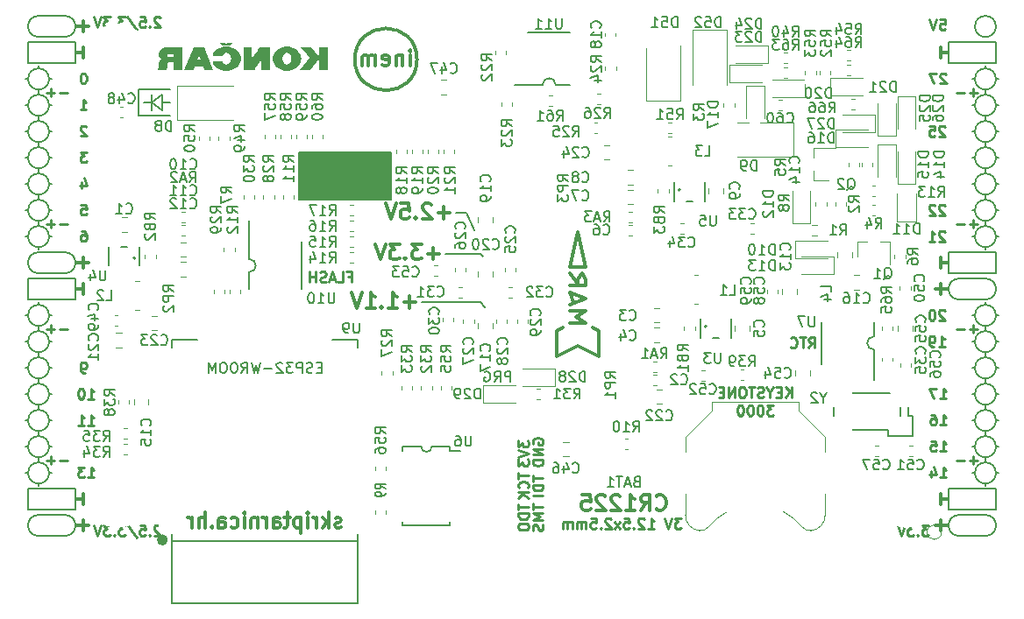
<source format=gbo>
G04 #@! TF.GenerationSoftware,KiCad,Pcbnew,5.0.0+dfsg1-2*
G04 #@! TF.CreationDate,2018-09-11T20:10:46+02:00*
G04 #@! TF.ProjectId,ulx3s,756C7833732E6B696361645F70636200,rev?*
G04 #@! TF.SameCoordinates,Original*
G04 #@! TF.FileFunction,Legend,Bot*
G04 #@! TF.FilePolarity,Positive*
%FSLAX46Y46*%
G04 Gerber Fmt 4.6, Leading zero omitted, Abs format (unit mm)*
G04 Created by KiCad (PCBNEW 5.0.0+dfsg1-2) date Tue Sep 11 20:10:46 2018*
%MOMM*%
%LPD*%
G01*
G04 APERTURE LIST*
%ADD10C,0.300000*%
%ADD11C,0.150000*%
%ADD12C,0.200000*%
%ADD13C,0.250000*%
%ADD14C,0.120000*%
%ADD15C,0.500000*%
%ADD16C,0.100000*%
%ADD17C,1.200000*%
%ADD18C,1.075000*%
%ADD19C,0.975000*%
%ADD20R,1.000000X0.900000*%
%ADD21R,1.100000X1.100000*%
%ADD22R,0.800000X1.300000*%
%ADD23O,1.100000X0.500000*%
%ADD24R,1.100000X0.500000*%
%ADD25C,1.800000*%
%ADD26C,2.100000*%
%ADD27R,3.800000X3.600000*%
%ADD28C,9.100000*%
%ADD29R,1.900000X1.500000*%
%ADD30R,1.827200X2.132000*%
%ADD31O,1.827200X2.132000*%
%ADD32R,0.700000X1.650000*%
%ADD33O,0.700000X1.650000*%
%ADD34R,1.650000X0.700000*%
%ADD35O,1.650000X0.700000*%
%ADD36R,0.700000X2.200000*%
%ADD37O,0.700000X2.200000*%
%ADD38O,2.600000X1.000000*%
%ADD39O,1.000000X2.600000*%
%ADD40R,6.100000X6.100000*%
%ADD41R,1.500000X1.395000*%
%ADD42R,2.600000X1.900000*%
%ADD43R,1.900000X2.600000*%
%ADD44O,1.827200X1.827200*%
%ADD45R,1.827200X1.827200*%
%ADD46C,5.600000*%
%ADD47C,0.400000*%
%ADD48R,1.800000X1.800000*%
%ADD49O,1.800000X1.800000*%
%ADD50R,1.600000X2.800000*%
%ADD51R,0.770000X1.100000*%
%ADD52R,0.900000X1.000000*%
G04 APERTURE END LIST*
D10*
X124563333Y-111107142D02*
X124430000Y-111178571D01*
X124163333Y-111178571D01*
X124030000Y-111107142D01*
X123963333Y-110964285D01*
X123963333Y-110892857D01*
X124030000Y-110750000D01*
X124163333Y-110678571D01*
X124363333Y-110678571D01*
X124496666Y-110607142D01*
X124563333Y-110464285D01*
X124563333Y-110392857D01*
X124496666Y-110250000D01*
X124363333Y-110178571D01*
X124163333Y-110178571D01*
X124030000Y-110250000D01*
X123363333Y-111178571D02*
X123363333Y-109678571D01*
X123230000Y-110607142D02*
X122830000Y-111178571D01*
X122830000Y-110178571D02*
X123363333Y-110750000D01*
X122230000Y-111178571D02*
X122230000Y-110178571D01*
X122230000Y-110464285D02*
X122163333Y-110321428D01*
X122096666Y-110250000D01*
X121963333Y-110178571D01*
X121830000Y-110178571D01*
X121363333Y-111178571D02*
X121363333Y-110178571D01*
X121363333Y-109678571D02*
X121430000Y-109750000D01*
X121363333Y-109821428D01*
X121296666Y-109750000D01*
X121363333Y-109678571D01*
X121363333Y-109821428D01*
X120696666Y-110178571D02*
X120696666Y-111678571D01*
X120696666Y-110250000D02*
X120563333Y-110178571D01*
X120296666Y-110178571D01*
X120163333Y-110250000D01*
X120096666Y-110321428D01*
X120030000Y-110464285D01*
X120030000Y-110892857D01*
X120096666Y-111035714D01*
X120163333Y-111107142D01*
X120296666Y-111178571D01*
X120563333Y-111178571D01*
X120696666Y-111107142D01*
X119630000Y-110178571D02*
X119096666Y-110178571D01*
X119430000Y-109678571D02*
X119430000Y-110964285D01*
X119363333Y-111107142D01*
X119230000Y-111178571D01*
X119096666Y-111178571D01*
X118030000Y-111178571D02*
X118030000Y-110392857D01*
X118096666Y-110250000D01*
X118230000Y-110178571D01*
X118496666Y-110178571D01*
X118630000Y-110250000D01*
X118030000Y-111107142D02*
X118163333Y-111178571D01*
X118496666Y-111178571D01*
X118630000Y-111107142D01*
X118696666Y-110964285D01*
X118696666Y-110821428D01*
X118630000Y-110678571D01*
X118496666Y-110607142D01*
X118163333Y-110607142D01*
X118030000Y-110535714D01*
X117363333Y-111178571D02*
X117363333Y-110178571D01*
X117363333Y-110464285D02*
X117296666Y-110321428D01*
X117230000Y-110250000D01*
X117096666Y-110178571D01*
X116963333Y-110178571D01*
X116496666Y-110178571D02*
X116496666Y-111178571D01*
X116496666Y-110321428D02*
X116430000Y-110250000D01*
X116296666Y-110178571D01*
X116096666Y-110178571D01*
X115963333Y-110250000D01*
X115896666Y-110392857D01*
X115896666Y-111178571D01*
X115230000Y-111178571D02*
X115230000Y-110178571D01*
X115230000Y-109678571D02*
X115296666Y-109750000D01*
X115230000Y-109821428D01*
X115163333Y-109750000D01*
X115230000Y-109678571D01*
X115230000Y-109821428D01*
X113963333Y-111107142D02*
X114096666Y-111178571D01*
X114363333Y-111178571D01*
X114496666Y-111107142D01*
X114563333Y-111035714D01*
X114630000Y-110892857D01*
X114630000Y-110464285D01*
X114563333Y-110321428D01*
X114496666Y-110250000D01*
X114363333Y-110178571D01*
X114096666Y-110178571D01*
X113963333Y-110250000D01*
X112763333Y-111178571D02*
X112763333Y-110392857D01*
X112830000Y-110250000D01*
X112963333Y-110178571D01*
X113230000Y-110178571D01*
X113363333Y-110250000D01*
X112763333Y-111107142D02*
X112896666Y-111178571D01*
X113230000Y-111178571D01*
X113363333Y-111107142D01*
X113430000Y-110964285D01*
X113430000Y-110821428D01*
X113363333Y-110678571D01*
X113230000Y-110607142D01*
X112896666Y-110607142D01*
X112763333Y-110535714D01*
X112096666Y-111035714D02*
X112030000Y-111107142D01*
X112096666Y-111178571D01*
X112163333Y-111107142D01*
X112096666Y-111035714D01*
X112096666Y-111178571D01*
X111430000Y-111178571D02*
X111430000Y-109678571D01*
X110830000Y-111178571D02*
X110830000Y-110392857D01*
X110896666Y-110250000D01*
X111030000Y-110178571D01*
X111230000Y-110178571D01*
X111363333Y-110250000D01*
X111430000Y-110321428D01*
X110163333Y-111178571D02*
X110163333Y-110178571D01*
X110163333Y-110464285D02*
X110096666Y-110321428D01*
X110030000Y-110250000D01*
X109896666Y-110178571D01*
X109763333Y-110178571D01*
D11*
G36*
X129406000Y-74882000D02*
X120516000Y-74882000D01*
X120516000Y-79454000D01*
X129406000Y-79454000D01*
X129406000Y-74882000D01*
G37*
X129406000Y-74882000D02*
X120516000Y-74882000D01*
X120516000Y-79454000D01*
X129406000Y-79454000D01*
X129406000Y-74882000D01*
D12*
X185540000Y-72850000D02*
X185794000Y-72850000D01*
D11*
X140954904Y-97051380D02*
X140954904Y-96051380D01*
X140573952Y-96051380D01*
X140478714Y-96099000D01*
X140431095Y-96146619D01*
X140383476Y-96241857D01*
X140383476Y-96384714D01*
X140431095Y-96479952D01*
X140478714Y-96527571D01*
X140573952Y-96575190D01*
X140954904Y-96575190D01*
X139383476Y-97051380D02*
X139716809Y-96575190D01*
X139954904Y-97051380D02*
X139954904Y-96051380D01*
X139573952Y-96051380D01*
X139478714Y-96099000D01*
X139431095Y-96146619D01*
X139383476Y-96241857D01*
X139383476Y-96384714D01*
X139431095Y-96479952D01*
X139478714Y-96527571D01*
X139573952Y-96575190D01*
X139954904Y-96575190D01*
X138431095Y-96099000D02*
X138526333Y-96051380D01*
X138669190Y-96051380D01*
X138812047Y-96099000D01*
X138907285Y-96194238D01*
X138954904Y-96289476D01*
X139002523Y-96479952D01*
X139002523Y-96622809D01*
X138954904Y-96813285D01*
X138907285Y-96908523D01*
X138812047Y-97003761D01*
X138669190Y-97051380D01*
X138573952Y-97051380D01*
X138431095Y-97003761D01*
X138383476Y-96956142D01*
X138383476Y-96622809D01*
X138573952Y-96622809D01*
D12*
X136660000Y-80742000D02*
X135644000Y-80742000D01*
X137422000Y-82393000D02*
X136660000Y-80742000D01*
X138057000Y-84679000D02*
X134628000Y-84679000D01*
X138311000Y-84933000D02*
X138057000Y-84679000D01*
X138057000Y-89378000D02*
X138438000Y-89886000D01*
X132342000Y-89378000D02*
X138057000Y-89378000D01*
D13*
X99893476Y-96180380D02*
X99703000Y-96180380D01*
X99607761Y-96132761D01*
X99560142Y-96085142D01*
X99464904Y-95942285D01*
X99417285Y-95751809D01*
X99417285Y-95370857D01*
X99464904Y-95275619D01*
X99512523Y-95228000D01*
X99607761Y-95180380D01*
X99798238Y-95180380D01*
X99893476Y-95228000D01*
X99941095Y-95275619D01*
X99988714Y-95370857D01*
X99988714Y-95608952D01*
X99941095Y-95704190D01*
X99893476Y-95751809D01*
X99798238Y-95799428D01*
X99607761Y-95799428D01*
X99512523Y-95751809D01*
X99464904Y-95704190D01*
X99417285Y-95608952D01*
X100147476Y-101260380D02*
X100718904Y-101260380D01*
X100433190Y-101260380D02*
X100433190Y-100260380D01*
X100528428Y-100403238D01*
X100623666Y-100498476D01*
X100718904Y-100546095D01*
X99195095Y-101260380D02*
X99766523Y-101260380D01*
X99480809Y-101260380D02*
X99480809Y-100260380D01*
X99576047Y-100403238D01*
X99671285Y-100498476D01*
X99766523Y-100546095D01*
D12*
X105037000Y-68804000D02*
X108085000Y-68804000D01*
X105037000Y-71344000D02*
X105037000Y-68804000D01*
X108085000Y-71344000D02*
X105037000Y-71344000D01*
X107323000Y-70074000D02*
X108085000Y-70074000D01*
X106307000Y-70074000D02*
X105545000Y-70074000D01*
X106307000Y-70836000D02*
X106307000Y-70074000D01*
X106307000Y-69312000D02*
X106307000Y-70836000D01*
X107323000Y-69312000D02*
X107323000Y-70836000D01*
X106307000Y-70074000D02*
X107323000Y-69312000D01*
X107323000Y-70836000D02*
X106307000Y-70074000D01*
D13*
X182887904Y-72415619D02*
X182840285Y-72368000D01*
X182745047Y-72320380D01*
X182506952Y-72320380D01*
X182411714Y-72368000D01*
X182364095Y-72415619D01*
X182316476Y-72510857D01*
X182316476Y-72606095D01*
X182364095Y-72748952D01*
X182935523Y-73320380D01*
X182316476Y-73320380D01*
X181411714Y-72320380D02*
X181887904Y-72320380D01*
X181935523Y-72796571D01*
X181887904Y-72748952D01*
X181792666Y-72701333D01*
X181554571Y-72701333D01*
X181459333Y-72748952D01*
X181411714Y-72796571D01*
X181364095Y-72891809D01*
X181364095Y-73129904D01*
X181411714Y-73225142D01*
X181459333Y-73272761D01*
X181554571Y-73320380D01*
X181792666Y-73320380D01*
X181887904Y-73272761D01*
X181935523Y-73225142D01*
X182887904Y-80035619D02*
X182840285Y-79988000D01*
X182745047Y-79940380D01*
X182506952Y-79940380D01*
X182411714Y-79988000D01*
X182364095Y-80035619D01*
X182316476Y-80130857D01*
X182316476Y-80226095D01*
X182364095Y-80368952D01*
X182935523Y-80940380D01*
X182316476Y-80940380D01*
X181935523Y-80035619D02*
X181887904Y-79988000D01*
X181792666Y-79940380D01*
X181554571Y-79940380D01*
X181459333Y-79988000D01*
X181411714Y-80035619D01*
X181364095Y-80130857D01*
X181364095Y-80226095D01*
X181411714Y-80368952D01*
X181983142Y-80940380D01*
X181364095Y-80940380D01*
X182887904Y-82575619D02*
X182840285Y-82528000D01*
X182745047Y-82480380D01*
X182506952Y-82480380D01*
X182411714Y-82528000D01*
X182364095Y-82575619D01*
X182316476Y-82670857D01*
X182316476Y-82766095D01*
X182364095Y-82908952D01*
X182935523Y-83480380D01*
X182316476Y-83480380D01*
X181364095Y-83480380D02*
X181935523Y-83480380D01*
X181649809Y-83480380D02*
X181649809Y-82480380D01*
X181745047Y-82623238D01*
X181840285Y-82718476D01*
X181935523Y-82766095D01*
X182887904Y-90195619D02*
X182840285Y-90148000D01*
X182745047Y-90100380D01*
X182506952Y-90100380D01*
X182411714Y-90148000D01*
X182364095Y-90195619D01*
X182316476Y-90290857D01*
X182316476Y-90386095D01*
X182364095Y-90528952D01*
X182935523Y-91100380D01*
X182316476Y-91100380D01*
X181697428Y-90100380D02*
X181602190Y-90100380D01*
X181506952Y-90148000D01*
X181459333Y-90195619D01*
X181411714Y-90290857D01*
X181364095Y-90481333D01*
X181364095Y-90719428D01*
X181411714Y-90909904D01*
X181459333Y-91005142D01*
X181506952Y-91052761D01*
X181602190Y-91100380D01*
X181697428Y-91100380D01*
X181792666Y-91052761D01*
X181840285Y-91005142D01*
X181887904Y-90909904D01*
X181935523Y-90719428D01*
X181935523Y-90481333D01*
X181887904Y-90290857D01*
X181840285Y-90195619D01*
X181792666Y-90148000D01*
X181697428Y-90100380D01*
X182316476Y-93640380D02*
X182887904Y-93640380D01*
X182602190Y-93640380D02*
X182602190Y-92640380D01*
X182697428Y-92783238D01*
X182792666Y-92878476D01*
X182887904Y-92926095D01*
X181840285Y-93640380D02*
X181649809Y-93640380D01*
X181554571Y-93592761D01*
X181506952Y-93545142D01*
X181411714Y-93402285D01*
X181364095Y-93211809D01*
X181364095Y-92830857D01*
X181411714Y-92735619D01*
X181459333Y-92688000D01*
X181554571Y-92640380D01*
X181745047Y-92640380D01*
X181840285Y-92688000D01*
X181887904Y-92735619D01*
X181935523Y-92830857D01*
X181935523Y-93068952D01*
X181887904Y-93164190D01*
X181840285Y-93211809D01*
X181745047Y-93259428D01*
X181554571Y-93259428D01*
X181459333Y-93211809D01*
X181411714Y-93164190D01*
X181364095Y-93068952D01*
X125269476Y-86893571D02*
X125602809Y-86893571D01*
X125602809Y-87417380D02*
X125602809Y-86417380D01*
X125126619Y-86417380D01*
X124269476Y-87417380D02*
X124745666Y-87417380D01*
X124745666Y-86417380D01*
X123983761Y-87131666D02*
X123507571Y-87131666D01*
X124079000Y-87417380D02*
X123745666Y-86417380D01*
X123412333Y-87417380D01*
X123126619Y-87369761D02*
X122983761Y-87417380D01*
X122745666Y-87417380D01*
X122650428Y-87369761D01*
X122602809Y-87322142D01*
X122555190Y-87226904D01*
X122555190Y-87131666D01*
X122602809Y-87036428D01*
X122650428Y-86988809D01*
X122745666Y-86941190D01*
X122936142Y-86893571D01*
X123031380Y-86845952D01*
X123079000Y-86798333D01*
X123126619Y-86703095D01*
X123126619Y-86607857D01*
X123079000Y-86512619D01*
X123031380Y-86465000D01*
X122936142Y-86417380D01*
X122698047Y-86417380D01*
X122555190Y-86465000D01*
X122126619Y-87417380D02*
X122126619Y-86417380D01*
X122126619Y-86893571D02*
X121555190Y-86893571D01*
X121555190Y-87417380D02*
X121555190Y-86417380D01*
X157418095Y-110252380D02*
X156799047Y-110252380D01*
X157132380Y-110633333D01*
X156989523Y-110633333D01*
X156894285Y-110680952D01*
X156846666Y-110728571D01*
X156799047Y-110823809D01*
X156799047Y-111061904D01*
X156846666Y-111157142D01*
X156894285Y-111204761D01*
X156989523Y-111252380D01*
X157275238Y-111252380D01*
X157370476Y-111204761D01*
X157418095Y-111157142D01*
X156513333Y-110252380D02*
X156180000Y-111252380D01*
X155846666Y-110252380D01*
X154227619Y-111252380D02*
X154799047Y-111252380D01*
X154513333Y-111252380D02*
X154513333Y-110252380D01*
X154608571Y-110395238D01*
X154703809Y-110490476D01*
X154799047Y-110538095D01*
X153846666Y-110347619D02*
X153799047Y-110300000D01*
X153703809Y-110252380D01*
X153465714Y-110252380D01*
X153370476Y-110300000D01*
X153322857Y-110347619D01*
X153275238Y-110442857D01*
X153275238Y-110538095D01*
X153322857Y-110680952D01*
X153894285Y-111252380D01*
X153275238Y-111252380D01*
X152846666Y-111157142D02*
X152799047Y-111204761D01*
X152846666Y-111252380D01*
X152894285Y-111204761D01*
X152846666Y-111157142D01*
X152846666Y-111252380D01*
X151894285Y-110252380D02*
X152370476Y-110252380D01*
X152418095Y-110728571D01*
X152370476Y-110680952D01*
X152275238Y-110633333D01*
X152037142Y-110633333D01*
X151941904Y-110680952D01*
X151894285Y-110728571D01*
X151846666Y-110823809D01*
X151846666Y-111061904D01*
X151894285Y-111157142D01*
X151941904Y-111204761D01*
X152037142Y-111252380D01*
X152275238Y-111252380D01*
X152370476Y-111204761D01*
X152418095Y-111157142D01*
X151513333Y-111252380D02*
X150989523Y-110585714D01*
X151513333Y-110585714D02*
X150989523Y-111252380D01*
X150656190Y-110347619D02*
X150608571Y-110300000D01*
X150513333Y-110252380D01*
X150275238Y-110252380D01*
X150180000Y-110300000D01*
X150132380Y-110347619D01*
X150084761Y-110442857D01*
X150084761Y-110538095D01*
X150132380Y-110680952D01*
X150703809Y-111252380D01*
X150084761Y-111252380D01*
X149656190Y-111157142D02*
X149608571Y-111204761D01*
X149656190Y-111252380D01*
X149703809Y-111204761D01*
X149656190Y-111157142D01*
X149656190Y-111252380D01*
X148703809Y-110252380D02*
X149180000Y-110252380D01*
X149227619Y-110728571D01*
X149180000Y-110680952D01*
X149084761Y-110633333D01*
X148846666Y-110633333D01*
X148751428Y-110680952D01*
X148703809Y-110728571D01*
X148656190Y-110823809D01*
X148656190Y-111061904D01*
X148703809Y-111157142D01*
X148751428Y-111204761D01*
X148846666Y-111252380D01*
X149084761Y-111252380D01*
X149180000Y-111204761D01*
X149227619Y-111157142D01*
X148227619Y-111252380D02*
X148227619Y-110585714D01*
X148227619Y-110680952D02*
X148180000Y-110633333D01*
X148084761Y-110585714D01*
X147941904Y-110585714D01*
X147846666Y-110633333D01*
X147799047Y-110728571D01*
X147799047Y-111252380D01*
X147799047Y-110728571D02*
X147751428Y-110633333D01*
X147656190Y-110585714D01*
X147513333Y-110585714D01*
X147418095Y-110633333D01*
X147370476Y-110728571D01*
X147370476Y-111252380D01*
X146894285Y-111252380D02*
X146894285Y-110585714D01*
X146894285Y-110680952D02*
X146846666Y-110633333D01*
X146751428Y-110585714D01*
X146608571Y-110585714D01*
X146513333Y-110633333D01*
X146465714Y-110728571D01*
X146465714Y-111252380D01*
X146465714Y-110728571D02*
X146418095Y-110633333D01*
X146322857Y-110585714D01*
X146180000Y-110585714D01*
X146084761Y-110633333D01*
X146037142Y-110728571D01*
X146037142Y-111252380D01*
X168085000Y-98577380D02*
X168085000Y-97577380D01*
X167513571Y-98577380D02*
X167942142Y-98005952D01*
X167513571Y-97577380D02*
X168085000Y-98148809D01*
X167085000Y-98053571D02*
X166751666Y-98053571D01*
X166608809Y-98577380D02*
X167085000Y-98577380D01*
X167085000Y-97577380D01*
X166608809Y-97577380D01*
X165989761Y-98101190D02*
X165989761Y-98577380D01*
X166323095Y-97577380D02*
X165989761Y-98101190D01*
X165656428Y-97577380D01*
X165370714Y-98529761D02*
X165227857Y-98577380D01*
X164989761Y-98577380D01*
X164894523Y-98529761D01*
X164846904Y-98482142D01*
X164799285Y-98386904D01*
X164799285Y-98291666D01*
X164846904Y-98196428D01*
X164894523Y-98148809D01*
X164989761Y-98101190D01*
X165180238Y-98053571D01*
X165275476Y-98005952D01*
X165323095Y-97958333D01*
X165370714Y-97863095D01*
X165370714Y-97767857D01*
X165323095Y-97672619D01*
X165275476Y-97625000D01*
X165180238Y-97577380D01*
X164942142Y-97577380D01*
X164799285Y-97625000D01*
X164513571Y-97577380D02*
X163942142Y-97577380D01*
X164227857Y-98577380D02*
X164227857Y-97577380D01*
X163418333Y-97577380D02*
X163227857Y-97577380D01*
X163132619Y-97625000D01*
X163037380Y-97720238D01*
X162989761Y-97910714D01*
X162989761Y-98244047D01*
X163037380Y-98434523D01*
X163132619Y-98529761D01*
X163227857Y-98577380D01*
X163418333Y-98577380D01*
X163513571Y-98529761D01*
X163608809Y-98434523D01*
X163656428Y-98244047D01*
X163656428Y-97910714D01*
X163608809Y-97720238D01*
X163513571Y-97625000D01*
X163418333Y-97577380D01*
X162561190Y-98577380D02*
X162561190Y-97577380D01*
X161989761Y-98577380D01*
X161989761Y-97577380D01*
X161513571Y-98053571D02*
X161180238Y-98053571D01*
X161037380Y-98577380D02*
X161513571Y-98577380D01*
X161513571Y-97577380D01*
X161037380Y-97577380D01*
X166346904Y-99327380D02*
X165727857Y-99327380D01*
X166061190Y-99708333D01*
X165918333Y-99708333D01*
X165823095Y-99755952D01*
X165775476Y-99803571D01*
X165727857Y-99898809D01*
X165727857Y-100136904D01*
X165775476Y-100232142D01*
X165823095Y-100279761D01*
X165918333Y-100327380D01*
X166204047Y-100327380D01*
X166299285Y-100279761D01*
X166346904Y-100232142D01*
X165108809Y-99327380D02*
X165013571Y-99327380D01*
X164918333Y-99375000D01*
X164870714Y-99422619D01*
X164823095Y-99517857D01*
X164775476Y-99708333D01*
X164775476Y-99946428D01*
X164823095Y-100136904D01*
X164870714Y-100232142D01*
X164918333Y-100279761D01*
X165013571Y-100327380D01*
X165108809Y-100327380D01*
X165204047Y-100279761D01*
X165251666Y-100232142D01*
X165299285Y-100136904D01*
X165346904Y-99946428D01*
X165346904Y-99708333D01*
X165299285Y-99517857D01*
X165251666Y-99422619D01*
X165204047Y-99375000D01*
X165108809Y-99327380D01*
X164156428Y-99327380D02*
X164061190Y-99327380D01*
X163965952Y-99375000D01*
X163918333Y-99422619D01*
X163870714Y-99517857D01*
X163823095Y-99708333D01*
X163823095Y-99946428D01*
X163870714Y-100136904D01*
X163918333Y-100232142D01*
X163965952Y-100279761D01*
X164061190Y-100327380D01*
X164156428Y-100327380D01*
X164251666Y-100279761D01*
X164299285Y-100232142D01*
X164346904Y-100136904D01*
X164394523Y-99946428D01*
X164394523Y-99708333D01*
X164346904Y-99517857D01*
X164299285Y-99422619D01*
X164251666Y-99375000D01*
X164156428Y-99327380D01*
X163204047Y-99327380D02*
X163108809Y-99327380D01*
X163013571Y-99375000D01*
X162965952Y-99422619D01*
X162918333Y-99517857D01*
X162870714Y-99708333D01*
X162870714Y-99946428D01*
X162918333Y-100136904D01*
X162965952Y-100232142D01*
X163013571Y-100279761D01*
X163108809Y-100327380D01*
X163204047Y-100327380D01*
X163299285Y-100279761D01*
X163346904Y-100232142D01*
X163394523Y-100136904D01*
X163442142Y-99946428D01*
X163442142Y-99708333D01*
X163394523Y-99517857D01*
X163346904Y-99422619D01*
X163299285Y-99375000D01*
X163204047Y-99327380D01*
D10*
X182492000Y-87582000D02*
X182492000Y-88598000D01*
X183254000Y-88090000D02*
X181984000Y-88090000D01*
X182492000Y-110442000D02*
X182492000Y-111458000D01*
X183254000Y-110950000D02*
X181984000Y-110950000D01*
X99688000Y-62182000D02*
X99688000Y-63198000D01*
X98926000Y-62690000D02*
X100196000Y-62690000D01*
X99688000Y-110442000D02*
X99688000Y-111458000D01*
X98926000Y-110950000D02*
X100196000Y-110950000D01*
X99688000Y-85042000D02*
X99688000Y-86058000D01*
X98926000Y-85550000D02*
X100196000Y-85550000D01*
D12*
X187826000Y-62690000D02*
G75*
G03X187826000Y-62690000I-1016000J0D01*
G01*
X184270000Y-87074000D02*
X186810000Y-87074000D01*
X184270000Y-89106000D02*
X186810000Y-89106000D01*
X184270000Y-87074000D02*
G75*
G03X184270000Y-89106000I0J-1016000D01*
G01*
X186810000Y-89106000D02*
G75*
G03X186810000Y-87074000I0J1016000D01*
G01*
X184270000Y-111966000D02*
X186810000Y-111966000D01*
X184270000Y-109934000D02*
X186810000Y-109934000D01*
X184270000Y-109934000D02*
G75*
G03X184270000Y-111966000I0J-1016000D01*
G01*
X186810000Y-111966000D02*
G75*
G03X186810000Y-109934000I0J1016000D01*
G01*
X97910000Y-63706000D02*
G75*
G03X97910000Y-61674000I0J1016000D01*
G01*
X95370000Y-61674000D02*
X97910000Y-61674000D01*
X95370000Y-63706000D02*
X97910000Y-63706000D01*
X95370000Y-61674000D02*
G75*
G03X95370000Y-63706000I0J-1016000D01*
G01*
X95370000Y-86566000D02*
X97910000Y-86566000D01*
X95370000Y-84534000D02*
X97910000Y-84534000D01*
X95370000Y-84534000D02*
G75*
G03X95370000Y-86566000I0J-1016000D01*
G01*
X97910000Y-86566000D02*
G75*
G03X97910000Y-84534000I0J1016000D01*
G01*
X95370000Y-111966000D02*
X97910000Y-111966000D01*
X95370000Y-109934000D02*
X97910000Y-109934000D01*
X95370000Y-109934000D02*
G75*
G03X95370000Y-111966000I0J-1016000D01*
G01*
X97910000Y-111966000D02*
G75*
G03X97910000Y-109934000I0J1016000D01*
G01*
X98926000Y-107394000D02*
X94354000Y-107394000D01*
X98926000Y-109426000D02*
X98926000Y-107394000D01*
X94354000Y-109426000D02*
X98926000Y-109426000D01*
X94354000Y-107394000D02*
X94354000Y-109426000D01*
X187826000Y-107394000D02*
X183254000Y-107394000D01*
X187826000Y-109426000D02*
X187826000Y-107394000D01*
X183254000Y-109426000D02*
X187826000Y-109426000D01*
X183254000Y-107394000D02*
X183254000Y-109426000D01*
X187826000Y-84534000D02*
X183254000Y-84534000D01*
X187826000Y-86566000D02*
X187826000Y-84534000D01*
X183254000Y-86566000D02*
X187826000Y-86566000D01*
X183254000Y-84534000D02*
X183254000Y-86566000D01*
X187826000Y-64214000D02*
X183254000Y-64214000D01*
X187826000Y-66246000D02*
X187826000Y-64214000D01*
X183254000Y-66246000D02*
X187826000Y-66246000D01*
X183254000Y-64214000D02*
X183254000Y-66246000D01*
X98926000Y-64214000D02*
X94354000Y-64214000D01*
X98926000Y-66246000D02*
X98926000Y-64214000D01*
X94354000Y-66246000D02*
X98926000Y-66246000D01*
X94354000Y-64214000D02*
X94354000Y-66246000D01*
X98926000Y-87074000D02*
X94354000Y-87074000D01*
X98926000Y-89106000D02*
X98926000Y-87074000D01*
X94354000Y-89106000D02*
X98926000Y-89106000D01*
X94354000Y-87074000D02*
X94354000Y-89106000D01*
D13*
X186032000Y-91971428D02*
X185270095Y-91971428D01*
X185651047Y-92352380D02*
X185651047Y-91590476D01*
X184793904Y-91971428D02*
X184032000Y-91971428D01*
X186032000Y-69111428D02*
X185270095Y-69111428D01*
X185651047Y-69492380D02*
X185651047Y-68730476D01*
X184793904Y-69111428D02*
X184032000Y-69111428D01*
X186032000Y-81811428D02*
X185270095Y-81811428D01*
X185651047Y-82192380D02*
X185651047Y-81430476D01*
X184793904Y-81811428D02*
X184032000Y-81811428D01*
X186032000Y-104671428D02*
X185270095Y-104671428D01*
X185651047Y-105052380D02*
X185651047Y-104290476D01*
X184793904Y-104671428D02*
X184032000Y-104671428D01*
X98148000Y-104671428D02*
X97386095Y-104671428D01*
X96909904Y-104671428D02*
X96148000Y-104671428D01*
X96528952Y-105052380D02*
X96528952Y-104290476D01*
X98148000Y-91971428D02*
X97386095Y-91971428D01*
X96909904Y-91971428D02*
X96148000Y-91971428D01*
X96528952Y-92352380D02*
X96528952Y-91590476D01*
X98148000Y-81811428D02*
X97386095Y-81811428D01*
X96909904Y-81811428D02*
X96148000Y-81811428D01*
X96528952Y-82192380D02*
X96528952Y-81430476D01*
X98148000Y-69111428D02*
X97386095Y-69111428D01*
X96909904Y-69111428D02*
X96148000Y-69111428D01*
X96528952Y-69492380D02*
X96528952Y-68730476D01*
D10*
X182492000Y-107902000D02*
X182492000Y-108918000D01*
X183254000Y-108410000D02*
X182492000Y-108410000D01*
D12*
X95370000Y-96726000D02*
X95370000Y-97234000D01*
X96386000Y-95710000D02*
X96640000Y-95710000D01*
X94354000Y-95710000D02*
X94100000Y-95710000D01*
X187826000Y-98250000D02*
X188080000Y-98250000D01*
X187826000Y-83010000D02*
X188080000Y-83010000D01*
X95370000Y-107140000D02*
X95370000Y-106886000D01*
X96386000Y-105870000D02*
X96640000Y-105870000D01*
X94354000Y-105870000D02*
X94100000Y-105870000D01*
X94354000Y-103330000D02*
X94100000Y-103330000D01*
X95370000Y-104346000D02*
X95370000Y-104854000D01*
X96386000Y-103330000D02*
X96640000Y-103330000D01*
X94354000Y-100790000D02*
X94100000Y-100790000D01*
X95370000Y-102314000D02*
X95370000Y-101806000D01*
X96386000Y-100790000D02*
X96640000Y-100790000D01*
X95370000Y-99266000D02*
X95370000Y-99774000D01*
X94354000Y-98250000D02*
X94100000Y-98250000D01*
X96386000Y-98250000D02*
X96640000Y-98250000D01*
X95370000Y-94186000D02*
X95370000Y-94694000D01*
X96386000Y-93170000D02*
X96640000Y-93170000D01*
X94354000Y-93170000D02*
X94100000Y-93170000D01*
X94354000Y-90630000D02*
X94100000Y-90630000D01*
X95370000Y-91646000D02*
X95370000Y-92154000D01*
X96640000Y-90630000D02*
X96386000Y-90630000D01*
X95370000Y-89360000D02*
X95370000Y-89614000D01*
X94354000Y-83010000D02*
X94100000Y-83010000D01*
X95370000Y-84280000D02*
X95370000Y-84026000D01*
X96386000Y-83010000D02*
X96640000Y-83010000D01*
X95370000Y-81486000D02*
X95370000Y-81994000D01*
X94354000Y-80470000D02*
X94100000Y-80470000D01*
X96640000Y-80470000D02*
X96386000Y-80470000D01*
X95370000Y-78946000D02*
X95370000Y-79454000D01*
X96386000Y-77930000D02*
X96640000Y-77930000D01*
X94354000Y-77930000D02*
X94100000Y-77930000D01*
X95370000Y-76406000D02*
X95370000Y-76914000D01*
X94354000Y-75390000D02*
X94100000Y-75390000D01*
X96386000Y-75390000D02*
X96640000Y-75390000D01*
X95370000Y-73866000D02*
X95370000Y-74374000D01*
X96386000Y-72850000D02*
X96640000Y-72850000D01*
X94100000Y-72850000D02*
X94354000Y-72850000D01*
X94354000Y-70310000D02*
X94100000Y-70310000D01*
X96640000Y-70310000D02*
X96386000Y-70310000D01*
X95370000Y-71326000D02*
X95370000Y-71834000D01*
X95370000Y-68786000D02*
X95370000Y-69294000D01*
X96386000Y-67770000D02*
X96640000Y-67770000D01*
X94354000Y-67770000D02*
X94100000Y-67770000D01*
X95370000Y-66500000D02*
X95370000Y-66754000D01*
X187826000Y-105870000D02*
X188080000Y-105870000D01*
X186810000Y-107140000D02*
X186810000Y-106886000D01*
X185540000Y-105870000D02*
X185794000Y-105870000D01*
X186810000Y-104346000D02*
X186810000Y-104854000D01*
X187826000Y-103330000D02*
X188080000Y-103330000D01*
X185540000Y-103330000D02*
X185794000Y-103330000D01*
X186810000Y-101806000D02*
X186810000Y-102314000D01*
X187826000Y-100790000D02*
X188080000Y-100790000D01*
X185540000Y-100790000D02*
X185794000Y-100790000D01*
X186810000Y-99266000D02*
X186810000Y-99774000D01*
X185540000Y-98250000D02*
X185794000Y-98250000D01*
X186810000Y-97234000D02*
X186810000Y-96726000D01*
X187826000Y-95710000D02*
X188080000Y-95710000D01*
X185540000Y-95710000D02*
X185794000Y-95710000D01*
X186810000Y-94694000D02*
X186810000Y-94186000D01*
X187826000Y-93170000D02*
X188080000Y-93170000D01*
X185540000Y-93170000D02*
X185794000Y-93170000D01*
X186810000Y-92154000D02*
X186810000Y-91646000D01*
X187826000Y-90630000D02*
X188080000Y-90630000D01*
X185540000Y-90630000D02*
X185794000Y-90630000D01*
X186810000Y-89360000D02*
X186810000Y-89614000D01*
X186810000Y-84280000D02*
X186810000Y-84026000D01*
X185540000Y-83010000D02*
X185794000Y-83010000D01*
X186810000Y-81994000D02*
X186810000Y-81486000D01*
X185794000Y-80470000D02*
X185540000Y-80470000D01*
X187826000Y-80470000D02*
X188080000Y-80470000D01*
X186810000Y-78946000D02*
X186810000Y-79454000D01*
X185794000Y-77930000D02*
X185540000Y-77930000D01*
X187826000Y-77930000D02*
X188080000Y-77930000D01*
X186810000Y-76406000D02*
X186810000Y-76914000D01*
X186810000Y-73866000D02*
X186810000Y-74374000D01*
X185794000Y-75390000D02*
X185540000Y-75390000D01*
X187826000Y-75390000D02*
X188080000Y-75390000D01*
X187826000Y-72850000D02*
X188080000Y-72850000D01*
X186810000Y-71834000D02*
X186810000Y-71326000D01*
X187826000Y-70310000D02*
X188080000Y-70310000D01*
X185540000Y-70310000D02*
X185794000Y-70310000D01*
X187826000Y-67770000D02*
X188080000Y-67770000D01*
X186810000Y-68786000D02*
X186810000Y-69294000D01*
X185540000Y-67770000D02*
X185794000Y-67770000D01*
X186810000Y-66500000D02*
X186810000Y-66754000D01*
X187826000Y-67770000D02*
G75*
G03X187826000Y-67770000I-1016000J0D01*
G01*
X187826000Y-70310000D02*
G75*
G03X187826000Y-70310000I-1016000J0D01*
G01*
X187826000Y-72850000D02*
G75*
G03X187826000Y-72850000I-1016000J0D01*
G01*
X187826000Y-75390000D02*
G75*
G03X187826000Y-75390000I-1016000J0D01*
G01*
X187826000Y-77930000D02*
G75*
G03X187826000Y-77930000I-1016000J0D01*
G01*
X187826000Y-80470000D02*
G75*
G03X187826000Y-80470000I-1016000J0D01*
G01*
X187826000Y-83010000D02*
G75*
G03X187826000Y-83010000I-1016000J0D01*
G01*
X187826000Y-90630000D02*
G75*
G03X187826000Y-90630000I-1016000J0D01*
G01*
X187826000Y-93170000D02*
G75*
G03X187826000Y-93170000I-1016000J0D01*
G01*
X187826000Y-95710000D02*
G75*
G03X187826000Y-95710000I-1016000J0D01*
G01*
X187826000Y-98250000D02*
G75*
G03X187826000Y-98250000I-1016000J0D01*
G01*
X187826000Y-100790000D02*
G75*
G03X187826000Y-100790000I-1016000J0D01*
G01*
X187826000Y-103330000D02*
G75*
G03X187826000Y-103330000I-1016000J0D01*
G01*
X187826000Y-105870000D02*
G75*
G03X187826000Y-105870000I-1016000J0D01*
G01*
X96386000Y-105870000D02*
G75*
G03X96386000Y-105870000I-1016000J0D01*
G01*
X96386000Y-103330000D02*
G75*
G03X96386000Y-103330000I-1016000J0D01*
G01*
X96386000Y-100790000D02*
G75*
G03X96386000Y-100790000I-1016000J0D01*
G01*
X96386000Y-98250000D02*
G75*
G03X96386000Y-98250000I-1016000J0D01*
G01*
X96386000Y-95710000D02*
G75*
G03X96386000Y-95710000I-1016000J0D01*
G01*
X96386000Y-93170000D02*
G75*
G03X96386000Y-93170000I-1016000J0D01*
G01*
X96386000Y-90630000D02*
G75*
G03X96386000Y-90630000I-1016000J0D01*
G01*
X96386000Y-83010000D02*
G75*
G03X96386000Y-83010000I-1016000J0D01*
G01*
X96386000Y-80470000D02*
G75*
G03X96386000Y-80470000I-1016000J0D01*
G01*
X96386000Y-77930000D02*
G75*
G03X96386000Y-77930000I-1016000J0D01*
G01*
X96386000Y-75390000D02*
G75*
G03X96386000Y-75390000I-1016000J0D01*
G01*
X96386000Y-72850000D02*
G75*
G03X96386000Y-72850000I-1016000J0D01*
G01*
X96386000Y-70310000D02*
G75*
G03X96386000Y-70310000I-1016000J0D01*
G01*
X96386000Y-67770000D02*
G75*
G03X96386000Y-67770000I-1016000J0D01*
G01*
D13*
X182428476Y-62015380D02*
X182904666Y-62015380D01*
X182952285Y-62491571D01*
X182904666Y-62443952D01*
X182809428Y-62396333D01*
X182571333Y-62396333D01*
X182476095Y-62443952D01*
X182428476Y-62491571D01*
X182380857Y-62586809D01*
X182380857Y-62824904D01*
X182428476Y-62920142D01*
X182476095Y-62967761D01*
X182571333Y-63015380D01*
X182809428Y-63015380D01*
X182904666Y-62967761D01*
X182952285Y-62920142D01*
X182095142Y-62015380D02*
X181761809Y-63015380D01*
X181428476Y-62015380D01*
D10*
X182492000Y-64722000D02*
X182492000Y-65738000D01*
X183254000Y-65230000D02*
X182492000Y-65230000D01*
D13*
X182999904Y-67317619D02*
X182952285Y-67270000D01*
X182857047Y-67222380D01*
X182618952Y-67222380D01*
X182523714Y-67270000D01*
X182476095Y-67317619D01*
X182428476Y-67412857D01*
X182428476Y-67508095D01*
X182476095Y-67650952D01*
X183047523Y-68222380D01*
X182428476Y-68222380D01*
X182095142Y-67222380D02*
X181428476Y-67222380D01*
X181857047Y-68222380D01*
D10*
X182492000Y-85042000D02*
X182492000Y-86058000D01*
X183254000Y-85550000D02*
X182492000Y-85550000D01*
D13*
X182428476Y-98702380D02*
X182999904Y-98702380D01*
X182714190Y-98702380D02*
X182714190Y-97702380D01*
X182809428Y-97845238D01*
X182904666Y-97940476D01*
X182999904Y-97988095D01*
X182095142Y-97702380D02*
X181428476Y-97702380D01*
X181857047Y-98702380D01*
X182428476Y-101242380D02*
X182999904Y-101242380D01*
X182714190Y-101242380D02*
X182714190Y-100242380D01*
X182809428Y-100385238D01*
X182904666Y-100480476D01*
X182999904Y-100528095D01*
X181571333Y-100242380D02*
X181761809Y-100242380D01*
X181857047Y-100290000D01*
X181904666Y-100337619D01*
X181999904Y-100480476D01*
X182047523Y-100670952D01*
X182047523Y-101051904D01*
X181999904Y-101147142D01*
X181952285Y-101194761D01*
X181857047Y-101242380D01*
X181666571Y-101242380D01*
X181571333Y-101194761D01*
X181523714Y-101147142D01*
X181476095Y-101051904D01*
X181476095Y-100813809D01*
X181523714Y-100718571D01*
X181571333Y-100670952D01*
X181666571Y-100623333D01*
X181857047Y-100623333D01*
X181952285Y-100670952D01*
X181999904Y-100718571D01*
X182047523Y-100813809D01*
X182428476Y-103782380D02*
X182999904Y-103782380D01*
X182714190Y-103782380D02*
X182714190Y-102782380D01*
X182809428Y-102925238D01*
X182904666Y-103020476D01*
X182999904Y-103068095D01*
X181523714Y-102782380D02*
X181999904Y-102782380D01*
X182047523Y-103258571D01*
X181999904Y-103210952D01*
X181904666Y-103163333D01*
X181666571Y-103163333D01*
X181571333Y-103210952D01*
X181523714Y-103258571D01*
X181476095Y-103353809D01*
X181476095Y-103591904D01*
X181523714Y-103687142D01*
X181571333Y-103734761D01*
X181666571Y-103782380D01*
X181904666Y-103782380D01*
X181999904Y-103734761D01*
X182047523Y-103687142D01*
X182428476Y-106322380D02*
X182999904Y-106322380D01*
X182714190Y-106322380D02*
X182714190Y-105322380D01*
X182809428Y-105465238D01*
X182904666Y-105560476D01*
X182999904Y-105608095D01*
X181571333Y-105655714D02*
X181571333Y-106322380D01*
X181809428Y-105274761D02*
X182047523Y-105989047D01*
X181428476Y-105989047D01*
X181312642Y-110928380D02*
X180693595Y-110928380D01*
X181026928Y-111309333D01*
X180884071Y-111309333D01*
X180788833Y-111356952D01*
X180741214Y-111404571D01*
X180693595Y-111499809D01*
X180693595Y-111737904D01*
X180741214Y-111833142D01*
X180788833Y-111880761D01*
X180884071Y-111928380D01*
X181169785Y-111928380D01*
X181265023Y-111880761D01*
X181312642Y-111833142D01*
X180265023Y-111833142D02*
X180217404Y-111880761D01*
X180265023Y-111928380D01*
X180312642Y-111880761D01*
X180265023Y-111833142D01*
X180265023Y-111928380D01*
X179884071Y-110928380D02*
X179265023Y-110928380D01*
X179598357Y-111309333D01*
X179455500Y-111309333D01*
X179360261Y-111356952D01*
X179312642Y-111404571D01*
X179265023Y-111499809D01*
X179265023Y-111737904D01*
X179312642Y-111833142D01*
X179360261Y-111880761D01*
X179455500Y-111928380D01*
X179741214Y-111928380D01*
X179836452Y-111880761D01*
X179884071Y-111833142D01*
X178979309Y-110928380D02*
X178645976Y-111928380D01*
X178312642Y-110928380D01*
D10*
X99688000Y-108918000D02*
X99688000Y-107902000D01*
X98926000Y-108410000D02*
X99688000Y-108410000D01*
X99688000Y-88598000D02*
X99688000Y-87582000D01*
X98926000Y-88090000D02*
X99688000Y-88090000D01*
X99688000Y-64722000D02*
X99688000Y-65738000D01*
X98926000Y-65230000D02*
X99688000Y-65230000D01*
D13*
X107103690Y-111023619D02*
X107056071Y-110976000D01*
X106960833Y-110928380D01*
X106722738Y-110928380D01*
X106627500Y-110976000D01*
X106579880Y-111023619D01*
X106532261Y-111118857D01*
X106532261Y-111214095D01*
X106579880Y-111356952D01*
X107151309Y-111928380D01*
X106532261Y-111928380D01*
X106103690Y-111833142D02*
X106056071Y-111880761D01*
X106103690Y-111928380D01*
X106151309Y-111880761D01*
X106103690Y-111833142D01*
X106103690Y-111928380D01*
X105151309Y-110928380D02*
X105627500Y-110928380D01*
X105675119Y-111404571D01*
X105627500Y-111356952D01*
X105532261Y-111309333D01*
X105294166Y-111309333D01*
X105198928Y-111356952D01*
X105151309Y-111404571D01*
X105103690Y-111499809D01*
X105103690Y-111737904D01*
X105151309Y-111833142D01*
X105198928Y-111880761D01*
X105294166Y-111928380D01*
X105532261Y-111928380D01*
X105627500Y-111880761D01*
X105675119Y-111833142D01*
X103960833Y-110880761D02*
X104817976Y-112166476D01*
X103722738Y-110928380D02*
X103103690Y-110928380D01*
X103437023Y-111309333D01*
X103294166Y-111309333D01*
X103198928Y-111356952D01*
X103151309Y-111404571D01*
X103103690Y-111499809D01*
X103103690Y-111737904D01*
X103151309Y-111833142D01*
X103198928Y-111880761D01*
X103294166Y-111928380D01*
X103579880Y-111928380D01*
X103675119Y-111880761D01*
X103722738Y-111833142D01*
X102675119Y-111833142D02*
X102627500Y-111880761D01*
X102675119Y-111928380D01*
X102722738Y-111880761D01*
X102675119Y-111833142D01*
X102675119Y-111928380D01*
X102294166Y-110928380D02*
X101675119Y-110928380D01*
X102008452Y-111309333D01*
X101865595Y-111309333D01*
X101770357Y-111356952D01*
X101722738Y-111404571D01*
X101675119Y-111499809D01*
X101675119Y-111737904D01*
X101722738Y-111833142D01*
X101770357Y-111880761D01*
X101865595Y-111928380D01*
X102151309Y-111928380D01*
X102246547Y-111880761D01*
X102294166Y-111833142D01*
X101389404Y-110928380D02*
X101056071Y-111928380D01*
X100722738Y-110928380D01*
X100132476Y-106322380D02*
X100703904Y-106322380D01*
X100418190Y-106322380D02*
X100418190Y-105322380D01*
X100513428Y-105465238D01*
X100608666Y-105560476D01*
X100703904Y-105608095D01*
X99799142Y-105322380D02*
X99180095Y-105322380D01*
X99513428Y-105703333D01*
X99370571Y-105703333D01*
X99275333Y-105750952D01*
X99227714Y-105798571D01*
X99180095Y-105893809D01*
X99180095Y-106131904D01*
X99227714Y-106227142D01*
X99275333Y-106274761D01*
X99370571Y-106322380D01*
X99656285Y-106322380D01*
X99751523Y-106274761D01*
X99799142Y-106227142D01*
X100147476Y-98720380D02*
X100718904Y-98720380D01*
X100433190Y-98720380D02*
X100433190Y-97720380D01*
X100528428Y-97863238D01*
X100623666Y-97958476D01*
X100718904Y-98006095D01*
X99528428Y-97720380D02*
X99433190Y-97720380D01*
X99337952Y-97768000D01*
X99290333Y-97815619D01*
X99242714Y-97910857D01*
X99195095Y-98101333D01*
X99195095Y-98339428D01*
X99242714Y-98529904D01*
X99290333Y-98625142D01*
X99337952Y-98672761D01*
X99433190Y-98720380D01*
X99528428Y-98720380D01*
X99623666Y-98672761D01*
X99671285Y-98625142D01*
X99718904Y-98529904D01*
X99766523Y-98339428D01*
X99766523Y-98101333D01*
X99718904Y-97910857D01*
X99671285Y-97815619D01*
X99623666Y-97768000D01*
X99528428Y-97720380D01*
X99512523Y-82462380D02*
X99703000Y-82462380D01*
X99798238Y-82510000D01*
X99845857Y-82557619D01*
X99941095Y-82700476D01*
X99988714Y-82890952D01*
X99988714Y-83271904D01*
X99941095Y-83367142D01*
X99893476Y-83414761D01*
X99798238Y-83462380D01*
X99607761Y-83462380D01*
X99512523Y-83414761D01*
X99464904Y-83367142D01*
X99417285Y-83271904D01*
X99417285Y-83033809D01*
X99464904Y-82938571D01*
X99512523Y-82890952D01*
X99607761Y-82843333D01*
X99798238Y-82843333D01*
X99893476Y-82890952D01*
X99941095Y-82938571D01*
X99988714Y-83033809D01*
X99464904Y-79922380D02*
X99941095Y-79922380D01*
X99988714Y-80398571D01*
X99941095Y-80350952D01*
X99845857Y-80303333D01*
X99607761Y-80303333D01*
X99512523Y-80350952D01*
X99464904Y-80398571D01*
X99417285Y-80493809D01*
X99417285Y-80731904D01*
X99464904Y-80827142D01*
X99512523Y-80874761D01*
X99607761Y-80922380D01*
X99845857Y-80922380D01*
X99941095Y-80874761D01*
X99988714Y-80827142D01*
X99512523Y-77715714D02*
X99512523Y-78382380D01*
X99750619Y-77334761D02*
X99988714Y-78049047D01*
X99369666Y-78049047D01*
X100021333Y-74842380D02*
X99402285Y-74842380D01*
X99735619Y-75223333D01*
X99592761Y-75223333D01*
X99497523Y-75270952D01*
X99449904Y-75318571D01*
X99402285Y-75413809D01*
X99402285Y-75651904D01*
X99449904Y-75747142D01*
X99497523Y-75794761D01*
X99592761Y-75842380D01*
X99878476Y-75842380D01*
X99973714Y-75794761D01*
X100021333Y-75747142D01*
X99973714Y-72397619D02*
X99926095Y-72350000D01*
X99830857Y-72302380D01*
X99592761Y-72302380D01*
X99497523Y-72350000D01*
X99449904Y-72397619D01*
X99402285Y-72492857D01*
X99402285Y-72588095D01*
X99449904Y-72730952D01*
X100021333Y-73302380D01*
X99402285Y-73302380D01*
X99402285Y-70762380D02*
X99973714Y-70762380D01*
X99688000Y-70762380D02*
X99688000Y-69762380D01*
X99783238Y-69905238D01*
X99878476Y-70000476D01*
X99973714Y-70048095D01*
X99750619Y-67222380D02*
X99655380Y-67222380D01*
X99560142Y-67270000D01*
X99512523Y-67317619D01*
X99464904Y-67412857D01*
X99417285Y-67603333D01*
X99417285Y-67841428D01*
X99464904Y-68031904D01*
X99512523Y-68127142D01*
X99560142Y-68174761D01*
X99655380Y-68222380D01*
X99750619Y-68222380D01*
X99845857Y-68174761D01*
X99893476Y-68127142D01*
X99941095Y-68031904D01*
X99988714Y-67841428D01*
X99988714Y-67603333D01*
X99941095Y-67412857D01*
X99893476Y-67317619D01*
X99845857Y-67270000D01*
X99750619Y-67222380D01*
X107103690Y-61874619D02*
X107056071Y-61827000D01*
X106960833Y-61779380D01*
X106722738Y-61779380D01*
X106627500Y-61827000D01*
X106579880Y-61874619D01*
X106532261Y-61969857D01*
X106532261Y-62065095D01*
X106579880Y-62207952D01*
X107151309Y-62779380D01*
X106532261Y-62779380D01*
X106103690Y-62684142D02*
X106056071Y-62731761D01*
X106103690Y-62779380D01*
X106151309Y-62731761D01*
X106103690Y-62684142D01*
X106103690Y-62779380D01*
X105151309Y-61779380D02*
X105627500Y-61779380D01*
X105675119Y-62255571D01*
X105627500Y-62207952D01*
X105532261Y-62160333D01*
X105294166Y-62160333D01*
X105198928Y-62207952D01*
X105151309Y-62255571D01*
X105103690Y-62350809D01*
X105103690Y-62588904D01*
X105151309Y-62684142D01*
X105198928Y-62731761D01*
X105294166Y-62779380D01*
X105532261Y-62779380D01*
X105627500Y-62731761D01*
X105675119Y-62684142D01*
X103960833Y-61731761D02*
X104817976Y-63017476D01*
X103722738Y-61779380D02*
X103103690Y-61779380D01*
X103437023Y-62160333D01*
X103294166Y-62160333D01*
X103198928Y-62207952D01*
X103151309Y-62255571D01*
X103103690Y-62350809D01*
X103103690Y-62588904D01*
X103151309Y-62684142D01*
X103198928Y-62731761D01*
X103294166Y-62779380D01*
X103579880Y-62779380D01*
X103675119Y-62731761D01*
X103722738Y-62684142D01*
X102675119Y-62684142D02*
X102627500Y-62731761D01*
X102675119Y-62779380D01*
X102722738Y-62731761D01*
X102675119Y-62684142D01*
X102675119Y-62779380D01*
X102294166Y-61779380D02*
X101675119Y-61779380D01*
X102008452Y-62160333D01*
X101865595Y-62160333D01*
X101770357Y-62207952D01*
X101722738Y-62255571D01*
X101675119Y-62350809D01*
X101675119Y-62588904D01*
X101722738Y-62684142D01*
X101770357Y-62731761D01*
X101865595Y-62779380D01*
X102151309Y-62779380D01*
X102246547Y-62731761D01*
X102294166Y-62684142D01*
X101389404Y-61779380D02*
X101056071Y-62779380D01*
X100722738Y-61779380D01*
D10*
X155027857Y-109335714D02*
X155099285Y-109407142D01*
X155313571Y-109478571D01*
X155456428Y-109478571D01*
X155670714Y-109407142D01*
X155813571Y-109264285D01*
X155885000Y-109121428D01*
X155956428Y-108835714D01*
X155956428Y-108621428D01*
X155885000Y-108335714D01*
X155813571Y-108192857D01*
X155670714Y-108050000D01*
X155456428Y-107978571D01*
X155313571Y-107978571D01*
X155099285Y-108050000D01*
X155027857Y-108121428D01*
X153527857Y-109478571D02*
X154027857Y-108764285D01*
X154385000Y-109478571D02*
X154385000Y-107978571D01*
X153813571Y-107978571D01*
X153670714Y-108050000D01*
X153599285Y-108121428D01*
X153527857Y-108264285D01*
X153527857Y-108478571D01*
X153599285Y-108621428D01*
X153670714Y-108692857D01*
X153813571Y-108764285D01*
X154385000Y-108764285D01*
X152099285Y-109478571D02*
X152956428Y-109478571D01*
X152527857Y-109478571D02*
X152527857Y-107978571D01*
X152670714Y-108192857D01*
X152813571Y-108335714D01*
X152956428Y-108407142D01*
X151527857Y-108121428D02*
X151456428Y-108050000D01*
X151313571Y-107978571D01*
X150956428Y-107978571D01*
X150813571Y-108050000D01*
X150742142Y-108121428D01*
X150670714Y-108264285D01*
X150670714Y-108407142D01*
X150742142Y-108621428D01*
X151599285Y-109478571D01*
X150670714Y-109478571D01*
X150099285Y-108121428D02*
X150027857Y-108050000D01*
X149885000Y-107978571D01*
X149527857Y-107978571D01*
X149385000Y-108050000D01*
X149313571Y-108121428D01*
X149242142Y-108264285D01*
X149242142Y-108407142D01*
X149313571Y-108621428D01*
X150170714Y-109478571D01*
X149242142Y-109478571D01*
X147885000Y-107978571D02*
X148599285Y-107978571D01*
X148670714Y-108692857D01*
X148599285Y-108621428D01*
X148456428Y-108550000D01*
X148099285Y-108550000D01*
X147956428Y-108621428D01*
X147885000Y-108692857D01*
X147813571Y-108835714D01*
X147813571Y-109192857D01*
X147885000Y-109335714D01*
X147956428Y-109407142D01*
X148099285Y-109478571D01*
X148456428Y-109478571D01*
X148599285Y-109407142D01*
X148670714Y-109335714D01*
X135088000Y-80722142D02*
X133945142Y-80722142D01*
X134516571Y-81293571D02*
X134516571Y-80150714D01*
X133302285Y-79936428D02*
X133230857Y-79865000D01*
X133088000Y-79793571D01*
X132730857Y-79793571D01*
X132588000Y-79865000D01*
X132516571Y-79936428D01*
X132445142Y-80079285D01*
X132445142Y-80222142D01*
X132516571Y-80436428D01*
X133373714Y-81293571D01*
X132445142Y-81293571D01*
X131802285Y-81150714D02*
X131730857Y-81222142D01*
X131802285Y-81293571D01*
X131873714Y-81222142D01*
X131802285Y-81150714D01*
X131802285Y-81293571D01*
X130373714Y-79793571D02*
X131088000Y-79793571D01*
X131159428Y-80507857D01*
X131088000Y-80436428D01*
X130945142Y-80365000D01*
X130588000Y-80365000D01*
X130445142Y-80436428D01*
X130373714Y-80507857D01*
X130302285Y-80650714D01*
X130302285Y-81007857D01*
X130373714Y-81150714D01*
X130445142Y-81222142D01*
X130588000Y-81293571D01*
X130945142Y-81293571D01*
X131088000Y-81222142D01*
X131159428Y-81150714D01*
X129873714Y-79793571D02*
X129373714Y-81293571D01*
X128873714Y-79793571D01*
X134072000Y-84659142D02*
X132929142Y-84659142D01*
X133500571Y-85230571D02*
X133500571Y-84087714D01*
X132357714Y-83730571D02*
X131429142Y-83730571D01*
X131929142Y-84302000D01*
X131714857Y-84302000D01*
X131572000Y-84373428D01*
X131500571Y-84444857D01*
X131429142Y-84587714D01*
X131429142Y-84944857D01*
X131500571Y-85087714D01*
X131572000Y-85159142D01*
X131714857Y-85230571D01*
X132143428Y-85230571D01*
X132286285Y-85159142D01*
X132357714Y-85087714D01*
X130786285Y-85087714D02*
X130714857Y-85159142D01*
X130786285Y-85230571D01*
X130857714Y-85159142D01*
X130786285Y-85087714D01*
X130786285Y-85230571D01*
X130214857Y-83730571D02*
X129286285Y-83730571D01*
X129786285Y-84302000D01*
X129572000Y-84302000D01*
X129429142Y-84373428D01*
X129357714Y-84444857D01*
X129286285Y-84587714D01*
X129286285Y-84944857D01*
X129357714Y-85087714D01*
X129429142Y-85159142D01*
X129572000Y-85230571D01*
X130000571Y-85230571D01*
X130143428Y-85159142D01*
X130214857Y-85087714D01*
X128857714Y-83730571D02*
X128357714Y-85230571D01*
X127857714Y-83730571D01*
X131786000Y-89358142D02*
X130643142Y-89358142D01*
X131214571Y-89929571D02*
X131214571Y-88786714D01*
X129143142Y-89929571D02*
X130000285Y-89929571D01*
X129571714Y-89929571D02*
X129571714Y-88429571D01*
X129714571Y-88643857D01*
X129857428Y-88786714D01*
X130000285Y-88858142D01*
X128500285Y-89786714D02*
X128428857Y-89858142D01*
X128500285Y-89929571D01*
X128571714Y-89858142D01*
X128500285Y-89786714D01*
X128500285Y-89929571D01*
X127000285Y-89929571D02*
X127857428Y-89929571D01*
X127428857Y-89929571D02*
X127428857Y-88429571D01*
X127571714Y-88643857D01*
X127714571Y-88786714D01*
X127857428Y-88858142D01*
X126571714Y-88429571D02*
X126071714Y-89929571D01*
X125571714Y-88429571D01*
D13*
X141685380Y-105854285D02*
X141685380Y-106425714D01*
X142685380Y-106140000D02*
X141685380Y-106140000D01*
X142590142Y-107330476D02*
X142637761Y-107282857D01*
X142685380Y-107140000D01*
X142685380Y-107044761D01*
X142637761Y-106901904D01*
X142542523Y-106806666D01*
X142447285Y-106759047D01*
X142256809Y-106711428D01*
X142113952Y-106711428D01*
X141923476Y-106759047D01*
X141828238Y-106806666D01*
X141733000Y-106901904D01*
X141685380Y-107044761D01*
X141685380Y-107140000D01*
X141733000Y-107282857D01*
X141780619Y-107330476D01*
X142685380Y-107759047D02*
X141685380Y-107759047D01*
X142685380Y-108330476D02*
X142113952Y-107901904D01*
X141685380Y-108330476D02*
X142256809Y-107759047D01*
X141685380Y-102726904D02*
X141685380Y-103345952D01*
X142066333Y-103012619D01*
X142066333Y-103155476D01*
X142113952Y-103250714D01*
X142161571Y-103298333D01*
X142256809Y-103345952D01*
X142494904Y-103345952D01*
X142590142Y-103298333D01*
X142637761Y-103250714D01*
X142685380Y-103155476D01*
X142685380Y-102869761D01*
X142637761Y-102774523D01*
X142590142Y-102726904D01*
X141685380Y-103631666D02*
X142685380Y-103965000D01*
X141685380Y-104298333D01*
X141685380Y-104536428D02*
X141685380Y-105155476D01*
X142066333Y-104822142D01*
X142066333Y-104965000D01*
X142113952Y-105060238D01*
X142161571Y-105107857D01*
X142256809Y-105155476D01*
X142494904Y-105155476D01*
X142590142Y-105107857D01*
X142637761Y-105060238D01*
X142685380Y-104965000D01*
X142685380Y-104679285D01*
X142637761Y-104584047D01*
X142590142Y-104536428D01*
X141685380Y-108878476D02*
X141685380Y-109449904D01*
X142685380Y-109164190D02*
X141685380Y-109164190D01*
X142685380Y-109783238D02*
X141685380Y-109783238D01*
X141685380Y-110021333D01*
X141733000Y-110164190D01*
X141828238Y-110259428D01*
X141923476Y-110307047D01*
X142113952Y-110354666D01*
X142256809Y-110354666D01*
X142447285Y-110307047D01*
X142542523Y-110259428D01*
X142637761Y-110164190D01*
X142685380Y-110021333D01*
X142685380Y-109783238D01*
X141685380Y-110973714D02*
X141685380Y-111164190D01*
X141733000Y-111259428D01*
X141828238Y-111354666D01*
X142018714Y-111402285D01*
X142352047Y-111402285D01*
X142542523Y-111354666D01*
X142637761Y-111259428D01*
X142685380Y-111164190D01*
X142685380Y-110973714D01*
X142637761Y-110878476D01*
X142542523Y-110783238D01*
X142352047Y-110735619D01*
X142018714Y-110735619D01*
X141828238Y-110783238D01*
X141733000Y-110878476D01*
X141685380Y-110973714D01*
X143130000Y-103076095D02*
X143082380Y-102980857D01*
X143082380Y-102838000D01*
X143130000Y-102695142D01*
X143225238Y-102599904D01*
X143320476Y-102552285D01*
X143510952Y-102504666D01*
X143653809Y-102504666D01*
X143844285Y-102552285D01*
X143939523Y-102599904D01*
X144034761Y-102695142D01*
X144082380Y-102838000D01*
X144082380Y-102933238D01*
X144034761Y-103076095D01*
X143987142Y-103123714D01*
X143653809Y-103123714D01*
X143653809Y-102933238D01*
X144082380Y-103552285D02*
X143082380Y-103552285D01*
X144082380Y-104123714D01*
X143082380Y-104123714D01*
X144082380Y-104599904D02*
X143082380Y-104599904D01*
X143082380Y-104838000D01*
X143130000Y-104980857D01*
X143225238Y-105076095D01*
X143320476Y-105123714D01*
X143510952Y-105171333D01*
X143653809Y-105171333D01*
X143844285Y-105123714D01*
X143939523Y-105076095D01*
X144034761Y-104980857D01*
X144082380Y-104838000D01*
X144082380Y-104599904D01*
X143082380Y-106116190D02*
X143082380Y-106687619D01*
X144082380Y-106401904D02*
X143082380Y-106401904D01*
X144082380Y-107020952D02*
X143082380Y-107020952D01*
X143082380Y-107259047D01*
X143130000Y-107401904D01*
X143225238Y-107497142D01*
X143320476Y-107544761D01*
X143510952Y-107592380D01*
X143653809Y-107592380D01*
X143844285Y-107544761D01*
X143939523Y-107497142D01*
X144034761Y-107401904D01*
X144082380Y-107259047D01*
X144082380Y-107020952D01*
X144082380Y-108020952D02*
X143082380Y-108020952D01*
X143082380Y-108854666D02*
X143082380Y-109426095D01*
X144082380Y-109140380D02*
X143082380Y-109140380D01*
X144082380Y-109759428D02*
X143082380Y-109759428D01*
X143796666Y-110092761D01*
X143082380Y-110426095D01*
X144082380Y-110426095D01*
X144034761Y-110854666D02*
X144082380Y-110997523D01*
X144082380Y-111235619D01*
X144034761Y-111330857D01*
X143987142Y-111378476D01*
X143891904Y-111426095D01*
X143796666Y-111426095D01*
X143701428Y-111378476D01*
X143653809Y-111330857D01*
X143606190Y-111235619D01*
X143558571Y-111045142D01*
X143510952Y-110949904D01*
X143463333Y-110902285D01*
X143368095Y-110854666D01*
X143272857Y-110854666D01*
X143177619Y-110902285D01*
X143130000Y-110949904D01*
X143082380Y-111045142D01*
X143082380Y-111283238D01*
X143130000Y-111426095D01*
X169743428Y-93767380D02*
X170076761Y-93291190D01*
X170314857Y-93767380D02*
X170314857Y-92767380D01*
X169933904Y-92767380D01*
X169838666Y-92815000D01*
X169791047Y-92862619D01*
X169743428Y-92957857D01*
X169743428Y-93100714D01*
X169791047Y-93195952D01*
X169838666Y-93243571D01*
X169933904Y-93291190D01*
X170314857Y-93291190D01*
X169457714Y-92767380D02*
X168886285Y-92767380D01*
X169172000Y-93767380D02*
X169172000Y-92767380D01*
X167981523Y-93672142D02*
X168029142Y-93719761D01*
X168172000Y-93767380D01*
X168267238Y-93767380D01*
X168410095Y-93719761D01*
X168505333Y-93624523D01*
X168552952Y-93529285D01*
X168600571Y-93338809D01*
X168600571Y-93195952D01*
X168552952Y-93005476D01*
X168505333Y-92910238D01*
X168410095Y-92815000D01*
X168267238Y-92767380D01*
X168172000Y-92767380D01*
X168029142Y-92815000D01*
X167981523Y-92862619D01*
D14*
G04 #@! TO.C,C1*
X103444922Y-81175000D02*
X103962078Y-81175000D01*
X103444922Y-82595000D02*
X103962078Y-82595000D01*
G04 #@! TO.C,R9*
X128900000Y-109517221D02*
X128900000Y-109842779D01*
X127880000Y-109517221D02*
X127880000Y-109842779D01*
G04 #@! TO.C,R56*
X127880000Y-105608779D02*
X127880000Y-105283221D01*
X128900000Y-105608779D02*
X128900000Y-105283221D01*
G04 #@! TO.C,R55*
X135250000Y-97452221D02*
X135250000Y-97777779D01*
X134230000Y-97452221D02*
X134230000Y-97777779D01*
G04 #@! TO.C,R32*
X132325000Y-97777779D02*
X132325000Y-97452221D01*
X133345000Y-97777779D02*
X133345000Y-97452221D01*
G04 #@! TO.C,R33*
X130420000Y-97777779D02*
X130420000Y-97452221D01*
X131440000Y-97777779D02*
X131440000Y-97452221D01*
G04 #@! TO.C,R27*
X128515000Y-96337779D02*
X128515000Y-96012221D01*
X129535000Y-96337779D02*
X129535000Y-96012221D01*
G04 #@! TO.C,R40*
X167343221Y-65228000D02*
X167668779Y-65228000D01*
X167343221Y-66248000D02*
X167668779Y-66248000D01*
G04 #@! TO.C,R34*
X103589221Y-103090000D02*
X103914779Y-103090000D01*
X103589221Y-104110000D02*
X103914779Y-104110000D01*
G04 #@! TO.C,R35*
X103914779Y-102570000D02*
X103589221Y-102570000D01*
X103914779Y-101550000D02*
X103589221Y-101550000D01*
G04 #@! TO.C,C15*
X104566000Y-99270578D02*
X104566000Y-98753422D01*
X105986000Y-99270578D02*
X105986000Y-98753422D01*
G04 #@! TO.C,R38*
X103066500Y-99192779D02*
X103066500Y-98867221D01*
X104086500Y-99192779D02*
X104086500Y-98867221D01*
G04 #@! TO.C,C21*
X102858422Y-92351000D02*
X103375578Y-92351000D01*
X102858422Y-93771000D02*
X103375578Y-93771000D01*
G04 #@! TO.C,C49*
X102700221Y-90646000D02*
X103025779Y-90646000D01*
X102700221Y-91666000D02*
X103025779Y-91666000D01*
G04 #@! TO.C,C23*
X106804578Y-92102000D02*
X106287422Y-92102000D01*
X106804578Y-90682000D02*
X106287422Y-90682000D01*
G04 #@! TO.C,RB2*
X105655000Y-85077779D02*
X105655000Y-84752221D01*
X106675000Y-85077779D02*
X106675000Y-84752221D01*
G04 #@! TO.C,C12*
X109598578Y-86895000D02*
X109081422Y-86895000D01*
X109598578Y-85475000D02*
X109081422Y-85475000D01*
G04 #@! TO.C,C11*
X109598578Y-84990000D02*
X109081422Y-84990000D01*
X109598578Y-83570000D02*
X109081422Y-83570000D01*
G04 #@! TO.C,RA2*
X109502779Y-82885000D02*
X109177221Y-82885000D01*
X109502779Y-81865000D02*
X109177221Y-81865000D01*
G04 #@! TO.C,C10*
X109502779Y-81615000D02*
X109177221Y-81615000D01*
X109502779Y-80595000D02*
X109177221Y-80595000D01*
G04 #@! TO.C,R29*
X112274000Y-88506779D02*
X112274000Y-88181221D01*
X113294000Y-88506779D02*
X113294000Y-88181221D01*
G04 #@! TO.C,R12*
X113798000Y-88506779D02*
X113798000Y-88181221D01*
X114818000Y-88506779D02*
X114818000Y-88181221D01*
G04 #@! TO.C,R7*
X114295000Y-84117221D02*
X114295000Y-84442779D01*
X113275000Y-84117221D02*
X113275000Y-84442779D01*
G04 #@! TO.C,R30*
X116200000Y-79055221D02*
X116200000Y-79380779D01*
X115180000Y-79055221D02*
X115180000Y-79380779D01*
G04 #@! TO.C,R28*
X118105000Y-79055221D02*
X118105000Y-79380779D01*
X117085000Y-79055221D02*
X117085000Y-79380779D01*
G04 #@! TO.C,R11*
X120025000Y-79055221D02*
X120025000Y-79380779D01*
X119005000Y-79055221D02*
X119005000Y-79380779D01*
G04 #@! TO.C,R17*
X125758779Y-80980000D02*
X125433221Y-80980000D01*
X125758779Y-79960000D02*
X125433221Y-79960000D01*
G04 #@! TO.C,R16*
X125758779Y-82522000D02*
X125433221Y-82522000D01*
X125758779Y-81502000D02*
X125433221Y-81502000D01*
G04 #@! TO.C,R15*
X125758779Y-84046000D02*
X125433221Y-84046000D01*
X125758779Y-83026000D02*
X125433221Y-83026000D01*
G04 #@! TO.C,R14*
X125758779Y-85570000D02*
X125433221Y-85570000D01*
X125758779Y-84550000D02*
X125433221Y-84550000D01*
G04 #@! TO.C,C48*
X103208221Y-70453000D02*
X103533779Y-70453000D01*
X103208221Y-71473000D02*
X103533779Y-71473000D01*
G04 #@! TO.C,R50*
X110862000Y-73647779D02*
X110862000Y-73322221D01*
X111882000Y-73647779D02*
X111882000Y-73322221D01*
G04 #@! TO.C,R49*
X112767000Y-73647779D02*
X112767000Y-73322221D01*
X113787000Y-73647779D02*
X113787000Y-73322221D01*
G04 #@! TO.C,R57*
X117212000Y-73520779D02*
X117212000Y-73195221D01*
X118232000Y-73520779D02*
X118232000Y-73195221D01*
G04 #@! TO.C,R58*
X118736000Y-73520779D02*
X118736000Y-73195221D01*
X119756000Y-73520779D02*
X119756000Y-73195221D01*
G04 #@! TO.C,R59*
X120260000Y-73520779D02*
X120260000Y-73195221D01*
X121280000Y-73520779D02*
X121280000Y-73195221D01*
G04 #@! TO.C,R60*
X121784000Y-73520779D02*
X121784000Y-73195221D01*
X122804000Y-73520779D02*
X122804000Y-73195221D01*
G04 #@! TO.C,R18*
X129912000Y-74935779D02*
X129912000Y-74610221D01*
X130932000Y-74935779D02*
X130932000Y-74610221D01*
G04 #@! TO.C,R19*
X131451000Y-74935779D02*
X131451000Y-74610221D01*
X132471000Y-74935779D02*
X132471000Y-74610221D01*
G04 #@! TO.C,R20*
X132975000Y-74935779D02*
X132975000Y-74610221D01*
X133995000Y-74935779D02*
X133995000Y-74610221D01*
G04 #@! TO.C,R21*
X134499000Y-74935779D02*
X134499000Y-74610221D01*
X135519000Y-74935779D02*
X135519000Y-74610221D01*
G04 #@! TO.C,C47*
X134242422Y-67840000D02*
X134759578Y-67840000D01*
X134242422Y-69260000D02*
X134759578Y-69260000D01*
G04 #@! TO.C,C18*
X150079600Y-63646779D02*
X150079600Y-63321221D01*
X151099600Y-63646779D02*
X151099600Y-63321221D01*
G04 #@! TO.C,R24*
X150105000Y-66934779D02*
X150105000Y-66609221D01*
X151125000Y-66934779D02*
X151125000Y-66609221D01*
G04 #@! TO.C,R22*
X139515500Y-65392779D02*
X139515500Y-65067221D01*
X140535500Y-65392779D02*
X140535500Y-65067221D01*
G04 #@! TO.C,R23*
X141107000Y-70038221D02*
X141107000Y-70363779D01*
X140087000Y-70038221D02*
X140087000Y-70363779D01*
G04 #@! TO.C,R61*
X144942779Y-70410000D02*
X144617221Y-70410000D01*
X144942779Y-69390000D02*
X144617221Y-69390000D01*
G04 #@! TO.C,R26*
X149649779Y-70203000D02*
X149324221Y-70203000D01*
X149649779Y-69183000D02*
X149324221Y-69183000D01*
G04 #@! TO.C,R25*
X149337779Y-72997000D02*
X149012221Y-72997000D01*
X149337779Y-71977000D02*
X149012221Y-71977000D01*
G04 #@! TO.C,R51*
X156492779Y-72997000D02*
X156167221Y-72997000D01*
X156492779Y-71977000D02*
X156167221Y-71977000D01*
G04 #@! TO.C,C24*
X150492578Y-75592000D02*
X149975422Y-75592000D01*
X150492578Y-74172000D02*
X149975422Y-74172000D01*
G04 #@! TO.C,C9*
X160065000Y-78823578D02*
X160065000Y-78306422D01*
X161485000Y-78823578D02*
X161485000Y-78306422D01*
G04 #@! TO.C,C34*
X157662779Y-82730000D02*
X157337221Y-82730000D01*
X157662779Y-81710000D02*
X157337221Y-81710000D01*
G04 #@! TO.C,C33*
X164137221Y-81710000D02*
X164462779Y-81710000D01*
X164137221Y-82730000D02*
X164462779Y-82730000D01*
G04 #@! TO.C,R31*
X143792779Y-98760000D02*
X143467221Y-98760000D01*
X143792779Y-97740000D02*
X143467221Y-97740000D01*
G04 #@! TO.C,C46*
X146038422Y-102874000D02*
X146555578Y-102874000D01*
X146038422Y-104294000D02*
X146555578Y-104294000D01*
G04 #@! TO.C,R10*
X152301779Y-103586000D02*
X151976221Y-103586000D01*
X152301779Y-102566000D02*
X151976221Y-102566000D01*
G04 #@! TO.C,C22*
X155055422Y-97794000D02*
X155572578Y-97794000D01*
X155055422Y-99214000D02*
X155572578Y-99214000D01*
G04 #@! TO.C,C2*
X154697221Y-96400000D02*
X155022779Y-96400000D01*
X154697221Y-97420000D02*
X155022779Y-97420000D01*
G04 #@! TO.C,RA1*
X154697221Y-95130000D02*
X155022779Y-95130000D01*
X154697221Y-96150000D02*
X155022779Y-96150000D01*
G04 #@! TO.C,C3*
X154801422Y-89920000D02*
X155318578Y-89920000D01*
X154801422Y-91340000D02*
X155318578Y-91340000D01*
G04 #@! TO.C,C4*
X154801422Y-91825000D02*
X155318578Y-91825000D01*
X154801422Y-93245000D02*
X155318578Y-93245000D01*
G04 #@! TO.C,RB1*
X158745000Y-91737221D02*
X158745000Y-92062779D01*
X157725000Y-91737221D02*
X157725000Y-92062779D01*
G04 #@! TO.C,C52*
X159682779Y-97000000D02*
X159357221Y-97000000D01*
X159682779Y-95980000D02*
X159357221Y-95980000D01*
G04 #@! TO.C,R39*
X163477779Y-96855000D02*
X163152221Y-96855000D01*
X163477779Y-95835000D02*
X163152221Y-95835000D01*
G04 #@! TO.C,C5*
X162605000Y-92158578D02*
X162605000Y-91641422D01*
X164025000Y-92158578D02*
X164025000Y-91641422D01*
G04 #@! TO.C,C59*
X165741000Y-88524779D02*
X165741000Y-88199221D01*
X166761000Y-88524779D02*
X166761000Y-88199221D01*
G04 #@! TO.C,C58*
X167192000Y-88620578D02*
X167192000Y-88103422D01*
X168612000Y-88620578D02*
X168612000Y-88103422D01*
G04 #@! TO.C,C54*
X168462000Y-96494578D02*
X168462000Y-95977422D01*
X169882000Y-96494578D02*
X169882000Y-95977422D01*
G04 #@! TO.C,C57*
X176446779Y-104221000D02*
X176121221Y-104221000D01*
X176446779Y-103201000D02*
X176121221Y-103201000D01*
G04 #@! TO.C,C51*
X179760779Y-104221000D02*
X179435221Y-104221000D01*
X179760779Y-103201000D02*
X179435221Y-103201000D01*
G04 #@! TO.C,C35*
X177810000Y-94737221D02*
X177810000Y-95062779D01*
X176790000Y-94737221D02*
X176790000Y-95062779D01*
G04 #@! TO.C,C56*
X179588000Y-95311221D02*
X179588000Y-95636779D01*
X178568000Y-95311221D02*
X178568000Y-95636779D01*
G04 #@! TO.C,R65*
X176790000Y-92080779D02*
X176790000Y-91755221D01*
X177810000Y-92080779D02*
X177810000Y-91755221D01*
G04 #@! TO.C,C55*
X179788000Y-91659422D02*
X179788000Y-92176578D01*
X178368000Y-91659422D02*
X178368000Y-92176578D01*
G04 #@! TO.C,C50*
X178553000Y-88143779D02*
X178553000Y-87818221D01*
X179573000Y-88143779D02*
X179573000Y-87818221D01*
G04 #@! TO.C,C16*
X174120422Y-86763000D02*
X174637578Y-86763000D01*
X174120422Y-88183000D02*
X174637578Y-88183000D01*
G04 #@! TO.C,C13*
X172511000Y-85046578D02*
X172511000Y-84529422D01*
X173931000Y-85046578D02*
X173931000Y-84529422D01*
G04 #@! TO.C,R6*
X179065000Y-84752221D02*
X179065000Y-85077779D01*
X178045000Y-84752221D02*
X178045000Y-85077779D01*
G04 #@! TO.C,R8*
X170425000Y-79997779D02*
X170425000Y-79672221D01*
X171445000Y-79997779D02*
X171445000Y-79672221D01*
G04 #@! TO.C,R2*
X172330000Y-79997779D02*
X172330000Y-79672221D01*
X173350000Y-79997779D02*
X173350000Y-79672221D01*
G04 #@! TO.C,R4*
X176177779Y-80980000D02*
X175852221Y-80980000D01*
X176177779Y-79960000D02*
X175852221Y-79960000D01*
G04 #@! TO.C,R13*
X176177779Y-79075000D02*
X175852221Y-79075000D01*
X176177779Y-78055000D02*
X175852221Y-78055000D01*
G04 #@! TO.C,D11*
X178230000Y-81520000D02*
X178230000Y-78835000D01*
X180150000Y-81520000D02*
X178230000Y-81520000D01*
X180150000Y-78835000D02*
X180150000Y-81520000D01*
G04 #@! TO.C,Q2*
X170175000Y-77605000D02*
X171635000Y-77605000D01*
X170175000Y-74445000D02*
X172335000Y-74445000D01*
X170175000Y-74445000D02*
X170175000Y-75375000D01*
X170175000Y-77605000D02*
X170175000Y-76675000D01*
G04 #@! TO.C,R5*
X174620000Y-75862221D02*
X174620000Y-76187779D01*
X173600000Y-75862221D02*
X173600000Y-76187779D01*
G04 #@! TO.C,C14*
X175890000Y-75862221D02*
X175890000Y-76187779D01*
X174870000Y-75862221D02*
X174870000Y-76187779D01*
G04 #@! TO.C,R66*
X173835221Y-69691000D02*
X174160779Y-69691000D01*
X173835221Y-70711000D02*
X174160779Y-70711000D01*
G04 #@! TO.C,R64*
X173762779Y-67409000D02*
X173437221Y-67409000D01*
X173762779Y-66389000D02*
X173437221Y-66389000D01*
G04 #@! TO.C,R54*
X173439221Y-64992000D02*
X173764779Y-64992000D01*
X173439221Y-66012000D02*
X173764779Y-66012000D01*
G04 #@! TO.C,R53*
X169409000Y-67315779D02*
X169409000Y-66990221D01*
X170429000Y-67315779D02*
X170429000Y-66990221D01*
G04 #@! TO.C,R52*
X170821000Y-67315779D02*
X170821000Y-66990221D01*
X171841000Y-67315779D02*
X171841000Y-66990221D01*
G04 #@! TO.C,D24*
X165850000Y-64507000D02*
X162700000Y-64507000D01*
X165850000Y-66207000D02*
X162700000Y-66207000D01*
X165850000Y-64507000D02*
X165850000Y-66207000D01*
G04 #@! TO.C,R63*
X167343221Y-66625000D02*
X167668779Y-66625000D01*
X167343221Y-67645000D02*
X167668779Y-67645000D01*
G04 #@! TO.C,D20*
X169406000Y-67809000D02*
X166256000Y-67809000D01*
X169406000Y-69509000D02*
X166256000Y-69509000D01*
X169406000Y-67809000D02*
X169406000Y-69509000D01*
G04 #@! TO.C,R3*
X161535000Y-70472779D02*
X161535000Y-70147221D01*
X162555000Y-70472779D02*
X162555000Y-70147221D01*
G04 #@! TO.C,D17*
X163735000Y-68410000D02*
X163735000Y-71560000D01*
X165435000Y-68410000D02*
X165435000Y-71560000D01*
X163735000Y-68410000D02*
X165435000Y-68410000D01*
D11*
G04 #@! TO.C,U5*
X157346803Y-78492000D02*
G75*
G03X157346803Y-78492000I-111803J0D01*
G01*
X157935000Y-79592000D02*
X158535000Y-79592000D01*
X159735000Y-79592000D02*
X159735000Y-77792000D01*
X156735000Y-77792000D02*
X156735000Y-79592000D01*
D14*
G04 #@! TO.C,RB3*
X156205000Y-78402221D02*
X156205000Y-78727779D01*
X155185000Y-78402221D02*
X155185000Y-78727779D01*
G04 #@! TO.C,C8*
X152261422Y-76585000D02*
X152778578Y-76585000D01*
X152261422Y-78005000D02*
X152778578Y-78005000D01*
G04 #@! TO.C,C7*
X152261422Y-78490000D02*
X152778578Y-78490000D01*
X152261422Y-79910000D02*
X152778578Y-79910000D01*
G04 #@! TO.C,RA3*
X152357221Y-80595000D02*
X152682779Y-80595000D01*
X152357221Y-81615000D02*
X152682779Y-81615000D01*
G04 #@! TO.C,C6*
X152357221Y-81865000D02*
X152682779Y-81865000D01*
X152357221Y-82885000D02*
X152682779Y-82885000D01*
G04 #@! TO.C,C19*
X137790000Y-81678578D02*
X137790000Y-81161422D01*
X139210000Y-81678578D02*
X139210000Y-81161422D01*
G04 #@! TO.C,C53*
X133864979Y-86840000D02*
X133539421Y-86840000D01*
X133864979Y-85820000D02*
X133539421Y-85820000D01*
G04 #@! TO.C,C26*
X136610000Y-86057221D02*
X136610000Y-86382779D01*
X135590000Y-86057221D02*
X135590000Y-86382779D01*
G04 #@! TO.C,C25*
X141410000Y-86057221D02*
X141410000Y-86382779D01*
X140390000Y-86057221D02*
X140390000Y-86382779D01*
G04 #@! TO.C,C20*
X139210000Y-86361422D02*
X139210000Y-86878578D01*
X137790000Y-86361422D02*
X137790000Y-86878578D01*
G04 #@! TO.C,C30*
X135410000Y-90857221D02*
X135410000Y-91182779D01*
X134390000Y-90857221D02*
X134390000Y-91182779D01*
G04 #@! TO.C,C27*
X137410000Y-91057221D02*
X137410000Y-91382779D01*
X136390000Y-91057221D02*
X136390000Y-91382779D01*
G04 #@! TO.C,C17*
X139210000Y-91361422D02*
X139210000Y-91878578D01*
X137790000Y-91361422D02*
X137790000Y-91878578D01*
G04 #@! TO.C,C28*
X140610000Y-91057221D02*
X140610000Y-91382779D01*
X139590000Y-91057221D02*
X139590000Y-91382779D01*
G04 #@! TO.C,C29*
X142610000Y-91057221D02*
X142610000Y-91382779D01*
X141590000Y-91057221D02*
X141590000Y-91382779D01*
G04 #@! TO.C,C32*
X141062779Y-88930000D02*
X140737221Y-88930000D01*
X141062779Y-87910000D02*
X140737221Y-87910000D01*
G04 #@! TO.C,C31*
X135937221Y-87910000D02*
X136262779Y-87910000D01*
X135937221Y-88930000D02*
X136262779Y-88930000D01*
D11*
G04 #@! TO.C,U6*
X130549000Y-110950000D02*
X130549000Y-110569000D01*
X135121000Y-110950000D02*
X130549000Y-110950000D01*
X135121000Y-110569000D02*
X135121000Y-110950000D01*
X135121000Y-103711000D02*
X136137000Y-103711000D01*
X135121000Y-103330000D02*
X135121000Y-103711000D01*
X133343000Y-103330000D02*
X135121000Y-103330000D01*
X130549000Y-103330000D02*
X130549000Y-103711000D01*
X132327000Y-103330000D02*
X130549000Y-103330000D01*
X132327000Y-103330000D02*
G75*
G03X133343000Y-103330000I508000J0D01*
G01*
D14*
G04 #@! TO.C,BAT1*
X160091264Y-111074552D02*
G75*
G02X161785000Y-109670000I4493736J-3695448D01*
G01*
X167317553Y-109624793D02*
G75*
G02X169085000Y-111070000I-2732553J-5145207D01*
G01*
X159170385Y-111454160D02*
G75*
G03X160085000Y-111070000I124615J984160D01*
G01*
X169999615Y-111454160D02*
G75*
G02X169085000Y-111070000I-124615J984160D01*
G01*
X157835000Y-109920000D02*
G75*
G03X159285000Y-111470000I1500000J-50000D01*
G01*
X171335000Y-109920000D02*
G75*
G02X169885000Y-111470000I-1500000J-50000D01*
G01*
X157835000Y-107870000D02*
X157835000Y-109970000D01*
X171335000Y-107870000D02*
X171335000Y-109970000D01*
X171335000Y-103870000D02*
X171335000Y-102420000D01*
X171335000Y-102420000D02*
X168735000Y-99820000D01*
X168735000Y-99820000D02*
X168735000Y-99020000D01*
X168735000Y-99020000D02*
X160435000Y-99020000D01*
X160435000Y-99020000D02*
X160435000Y-99820000D01*
X160435000Y-99820000D02*
X157835000Y-102420000D01*
X157835000Y-102420000D02*
X157835000Y-103870000D01*
D11*
G04 #@! TO.C,Y2*
X179776000Y-100322000D02*
X179376000Y-100322000D01*
X179776000Y-102322000D02*
X179776000Y-100322000D01*
X177376000Y-102322000D02*
X179776000Y-102322000D01*
X177376000Y-101722000D02*
X177376000Y-102322000D01*
X172176000Y-99522000D02*
X172176000Y-100322000D01*
X177576000Y-98122000D02*
X173976000Y-98122000D01*
X177376000Y-101722000D02*
X173976000Y-101722000D01*
X178576000Y-99522000D02*
X178576000Y-100322000D01*
X179376000Y-99522000D02*
X179376000Y-100322000D01*
G04 #@! TO.C,U3*
X159886803Y-91700000D02*
G75*
G03X159886803Y-91700000I-111803J0D01*
G01*
X160475000Y-92800000D02*
X161075000Y-92800000D01*
X162275000Y-92800000D02*
X162275000Y-91000000D01*
X159275000Y-91000000D02*
X159275000Y-92800000D01*
G04 #@! TO.C,U4*
X104736803Y-85115000D02*
G75*
G03X104736803Y-85115000I-111803J0D01*
G01*
X103925000Y-84015000D02*
X103325000Y-84015000D01*
X102125000Y-84015000D02*
X102125000Y-85815000D01*
X105125000Y-85815000D02*
X105125000Y-84015000D01*
G04 #@! TO.C,U7*
X176030000Y-92680000D02*
X176030000Y-91283000D01*
X170950000Y-95347000D02*
X170950000Y-91283000D01*
X176030000Y-93950000D02*
X176030000Y-96871000D01*
X176030000Y-92680000D02*
G75*
G03X176030000Y-93950000I0J-635000D01*
G01*
G04 #@! TO.C,U11*
X144045000Y-68341500D02*
X141378000Y-68341500D01*
X145315000Y-68341500D02*
X146712000Y-68341500D01*
X146712000Y-63261500D02*
X142648000Y-63261500D01*
X145315000Y-68341500D02*
G75*
G03X144045000Y-68341500I-635000J0D01*
G01*
G04 #@! TO.C,U10*
X115705000Y-86457000D02*
X115705000Y-88108000D01*
X115705000Y-85187000D02*
X115705000Y-81504000D01*
X120785000Y-88108000D02*
X120785000Y-83536000D01*
X115705000Y-86457000D02*
G75*
G03X115705000Y-85187000I0J635000D01*
G01*
D15*
G04 #@! TO.C,U9*
X107607981Y-112354000D02*
G75*
G03X107607981Y-112354000I-283981J0D01*
G01*
D11*
X126230000Y-112500000D02*
X108230000Y-112500000D01*
X108230000Y-118500000D02*
X108230000Y-111750000D01*
X126230000Y-118500000D02*
X126230000Y-111750000D01*
X126230000Y-118500000D02*
X108230000Y-118500000D01*
X126230000Y-93750000D02*
X126230000Y-93000000D01*
X126230000Y-93000000D02*
X123730000Y-93000000D01*
X110730000Y-93000000D02*
X108230000Y-93000000D01*
X108230000Y-93000000D02*
X108230000Y-93750000D01*
D14*
G04 #@! TO.C,D9*
X168254000Y-71980000D02*
X162854000Y-71980000D01*
X168254000Y-75280000D02*
X162854000Y-75280000D01*
X168254000Y-71980000D02*
X168254000Y-75280000D01*
G04 #@! TO.C,D52*
X158505000Y-62991000D02*
X158505000Y-68391000D01*
X161805000Y-62991000D02*
X161805000Y-68391000D01*
X158505000Y-62991000D02*
X161805000Y-62991000D01*
G04 #@! TO.C,D51*
X157360000Y-69918000D02*
X157360000Y-64518000D01*
X154060000Y-69918000D02*
X154060000Y-64518000D01*
X157360000Y-69918000D02*
X154060000Y-69918000D01*
D10*
G04 #@! TO.C,REF\002A\002A*
X131913000Y-65883000D02*
G75*
G03X131913000Y-65883000I-3000000J0D01*
G01*
X148240000Y-90179000D02*
X146640000Y-90179000D01*
X147240000Y-90779000D02*
X148240000Y-90179000D01*
X148240000Y-91379000D02*
X147240000Y-90779000D01*
X146640000Y-91379000D02*
X148240000Y-91379000D01*
X145440000Y-92179000D02*
X146040000Y-91779000D01*
X149440000Y-92179000D02*
X148840000Y-91779000D01*
X149440000Y-94579000D02*
X149440000Y-92179000D01*
X147440000Y-82579000D02*
X148240000Y-85979000D01*
X146640000Y-85979000D02*
X147440000Y-82579000D01*
X148240000Y-85979000D02*
X146640000Y-85979000D01*
X147440000Y-87579000D02*
X146640000Y-86579000D01*
X147440000Y-87179000D02*
X147440000Y-87779000D01*
X147840000Y-86579000D02*
X147440000Y-87179000D01*
X148240000Y-87179000D02*
X147840000Y-86579000D01*
X148240000Y-87779000D02*
X148240000Y-87179000D01*
X148240000Y-87779000D02*
X146640000Y-87779000D01*
X146640000Y-88379000D02*
X147040000Y-89379000D01*
X148240000Y-88979000D02*
X146640000Y-88379000D01*
X146640000Y-89579000D02*
X148240000Y-88979000D01*
X145440000Y-94579000D02*
X145440000Y-92179000D01*
X147440000Y-93579000D02*
X145440000Y-94579000D01*
X149440000Y-94579000D02*
X147440000Y-93579000D01*
D14*
G04 #@! TO.C,D10*
X168400000Y-85130000D02*
X168400000Y-83430000D01*
X168400000Y-83430000D02*
X171550000Y-83430000D01*
X168400000Y-85130000D02*
X171550000Y-85130000D01*
G04 #@! TO.C,D12*
X169880000Y-81735000D02*
X169880000Y-78585000D01*
X168180000Y-81735000D02*
X168180000Y-78585000D01*
X169880000Y-81735000D02*
X168180000Y-81735000D01*
G04 #@! TO.C,D13*
X172200000Y-84954000D02*
X172200000Y-86654000D01*
X172200000Y-86654000D02*
X169050000Y-86654000D01*
X172200000Y-84954000D02*
X169050000Y-84954000D01*
G04 #@! TO.C,D14*
X180040000Y-77925000D02*
X180040000Y-74775000D01*
X178340000Y-77925000D02*
X178340000Y-74775000D01*
X180040000Y-77925000D02*
X178340000Y-77925000D01*
G04 #@! TO.C,D15*
X176435000Y-74125000D02*
X176435000Y-77275000D01*
X178135000Y-74125000D02*
X178135000Y-77275000D01*
X176435000Y-74125000D02*
X178135000Y-74125000D01*
G04 #@! TO.C,D16*
X172337000Y-74353000D02*
X172337000Y-72653000D01*
X172337000Y-72653000D02*
X175487000Y-72653000D01*
X172337000Y-74353000D02*
X175487000Y-74353000D01*
G04 #@! TO.C,D21*
X171829000Y-69400000D02*
X174979000Y-69400000D01*
X171829000Y-67700000D02*
X174979000Y-67700000D01*
X171829000Y-69400000D02*
X171829000Y-67700000D01*
G04 #@! TO.C,D23*
X162050000Y-68112000D02*
X165200000Y-68112000D01*
X162050000Y-66412000D02*
X165200000Y-66412000D01*
X162050000Y-68112000D02*
X162050000Y-66412000D01*
G04 #@! TO.C,D25*
X178135000Y-73244000D02*
X176435000Y-73244000D01*
X176435000Y-73244000D02*
X176435000Y-70094000D01*
X178135000Y-73244000D02*
X178135000Y-70094000D01*
G04 #@! TO.C,D26*
X178340000Y-69444000D02*
X180040000Y-69444000D01*
X180040000Y-69444000D02*
X180040000Y-72594000D01*
X178340000Y-69444000D02*
X178340000Y-72594000D01*
G04 #@! TO.C,AE1*
X182572000Y-111603000D02*
G75*
G03X182572000Y-111603000I-700000J0D01*
G01*
G04 #@! TO.C,L1*
X159070000Y-86690000D02*
X158670000Y-86690000D01*
X159070000Y-89490000D02*
X158670000Y-89490000D01*
G04 #@! TO.C,L2*
X104695000Y-90125000D02*
X105095000Y-90125000D01*
X104695000Y-87325000D02*
X105095000Y-87325000D01*
G04 #@! TO.C,L3*
X156530000Y-76155000D02*
X156130000Y-76155000D01*
X156530000Y-73355000D02*
X156130000Y-73355000D01*
G04 #@! TO.C,R1*
X170080000Y-81865000D02*
X170520000Y-81865000D01*
X170080000Y-82885000D02*
X170520000Y-82885000D01*
G04 #@! TO.C,D8*
X108749000Y-71724000D02*
X108749000Y-68424000D01*
X108749000Y-68424000D02*
X114149000Y-68424000D01*
X108749000Y-71724000D02*
X114149000Y-71724000D01*
G04 #@! TO.C,Q1*
X174435000Y-83520000D02*
X174435000Y-84980000D01*
X177595000Y-83520000D02*
X177595000Y-85680000D01*
X177595000Y-83520000D02*
X176665000Y-83520000D01*
X174435000Y-83520000D02*
X175365000Y-83520000D01*
D16*
G04 #@! TO.C,svg2mod*
G36*
X113355225Y-64269303D02*
X112917348Y-64269303D01*
X113131250Y-64544530D01*
X113861438Y-64544530D01*
X114155782Y-64269303D01*
X113671925Y-64269303D01*
X113510924Y-64342793D01*
X113355225Y-64269303D01*
X113355225Y-64269303D01*
G37*
G36*
X113988996Y-65822663D02*
X113950212Y-66045256D01*
X113845602Y-66223766D01*
X113692777Y-66342431D01*
X113509351Y-66385489D01*
X113347398Y-66356788D01*
X113221812Y-66270204D01*
X113145553Y-66125019D01*
X113134184Y-66082751D01*
X112206588Y-66084695D01*
X112211802Y-66146344D01*
X112255953Y-66340579D01*
X112348470Y-66510184D01*
X112482035Y-66654768D01*
X112649329Y-66773941D01*
X112843035Y-66867310D01*
X113055834Y-66934487D01*
X113280408Y-66975079D01*
X113509440Y-66988697D01*
X113733801Y-66973587D01*
X113947537Y-66929758D01*
X114147589Y-66859461D01*
X114330896Y-66764946D01*
X114494399Y-66648466D01*
X114635036Y-66512271D01*
X114749747Y-66358611D01*
X114835473Y-66189739D01*
X114889152Y-66007904D01*
X114907725Y-65815359D01*
X114889152Y-65622784D01*
X114835473Y-65440933D01*
X114749747Y-65272054D01*
X114635036Y-65118395D01*
X114494399Y-64982207D01*
X114330896Y-64865737D01*
X114147589Y-64771234D01*
X113947537Y-64700948D01*
X113733801Y-64657127D01*
X113509440Y-64642020D01*
X113273520Y-64656603D01*
X113045592Y-64699928D01*
X112831932Y-64771364D01*
X112638817Y-64870278D01*
X112472524Y-64996036D01*
X112339329Y-65148007D01*
X112245508Y-65325558D01*
X112197339Y-65528055D01*
X112190535Y-65591295D01*
X113122078Y-65589881D01*
X113133094Y-65547112D01*
X113210573Y-65393715D01*
X113341366Y-65294875D01*
X113509351Y-65259868D01*
X113692777Y-65302925D01*
X113845602Y-65421586D01*
X113950212Y-65600087D01*
X113988996Y-65822663D01*
X113988996Y-65822663D01*
G37*
G36*
X111011886Y-65925267D02*
X109435840Y-66911271D01*
X110335276Y-66911271D01*
X110468059Y-66558931D01*
X111255214Y-66558931D01*
X111393976Y-66911271D01*
X112259274Y-66911271D01*
X111368910Y-64722739D01*
X110356543Y-64722739D01*
X109435840Y-66911271D01*
X111011886Y-65925267D01*
X110720606Y-65925267D01*
X110863875Y-65543737D01*
X111011886Y-65925267D01*
X111011886Y-65925267D01*
G37*
G36*
X107946789Y-65649071D02*
X109215149Y-66911274D01*
X109215149Y-64722742D01*
X107749205Y-64722742D01*
X107530090Y-64743566D01*
X107333084Y-64812465D01*
X107144760Y-64961887D01*
X107019139Y-65169631D01*
X106985777Y-65358931D01*
X107009945Y-65546037D01*
X107097102Y-65734313D01*
X107149767Y-65785830D01*
X107197573Y-65827008D01*
X107161785Y-65857612D01*
X107100990Y-65924327D01*
X107035511Y-66031573D01*
X106992448Y-66203221D01*
X106980490Y-66443795D01*
X106967478Y-66572303D01*
X106935954Y-66696371D01*
X106888031Y-66832129D01*
X106854688Y-66911274D01*
X107566584Y-66911274D01*
X107667144Y-66896606D01*
X107754831Y-66788005D01*
X107783432Y-66681879D01*
X107806701Y-66539582D01*
X107826532Y-66395032D01*
X107843137Y-66283619D01*
X107910618Y-66184444D01*
X107982871Y-66169275D01*
X108086170Y-66166211D01*
X108314298Y-66165652D01*
X108367936Y-66165475D01*
X108367936Y-66911274D01*
X109215149Y-66911274D01*
X107946789Y-65649071D01*
X107844779Y-65611059D01*
X107811119Y-65510308D01*
X107852154Y-65405265D01*
X107964874Y-65359823D01*
X108367936Y-65359823D01*
X108367936Y-65648982D01*
X107946789Y-65649071D01*
X107946789Y-65649071D01*
G37*
G36*
X118920182Y-65822663D02*
X117957948Y-65815359D01*
X117976395Y-66007847D01*
X118029714Y-66189648D01*
X118114867Y-66358507D01*
X118228819Y-66512169D01*
X118368535Y-66648378D01*
X118530979Y-66764879D01*
X118713113Y-66859416D01*
X118911904Y-66929735D01*
X119124314Y-66973580D01*
X119347309Y-66988697D01*
X119570333Y-66973580D01*
X119782762Y-66929735D01*
X119981562Y-66859416D01*
X120163700Y-66764879D01*
X120326141Y-66648378D01*
X120465851Y-66512169D01*
X120579796Y-66358507D01*
X120664941Y-66189648D01*
X120718254Y-66007847D01*
X120736699Y-65815359D01*
X120718254Y-65622870D01*
X120664941Y-65441069D01*
X120579796Y-65272210D01*
X120465851Y-65118548D01*
X120326141Y-64982339D01*
X120163700Y-64865838D01*
X119981562Y-64771301D01*
X119782762Y-64700982D01*
X119570333Y-64657137D01*
X119347309Y-64642020D01*
X119124314Y-64657137D01*
X118911904Y-64700982D01*
X118713113Y-64771301D01*
X118530979Y-64865838D01*
X118368535Y-64982339D01*
X118228819Y-65118548D01*
X118114867Y-65272210D01*
X118029714Y-65441069D01*
X117976395Y-65622870D01*
X117957948Y-65815359D01*
X118920182Y-65822663D01*
X118955187Y-65597192D01*
X119048654Y-65419013D01*
X119183260Y-65301960D01*
X119341683Y-65259868D01*
X119500075Y-65301960D01*
X119634642Y-65419013D01*
X119728075Y-65597192D01*
X119763065Y-65822663D01*
X119728075Y-66048152D01*
X119634642Y-66226340D01*
X119500075Y-66343396D01*
X119341683Y-66385489D01*
X119183260Y-66343396D01*
X119048654Y-66226340D01*
X118955187Y-66048152D01*
X118920182Y-65822663D01*
X118920182Y-65822663D01*
G37*
G36*
X115973538Y-64722736D02*
X115144234Y-64722736D01*
X115144234Y-66911268D01*
X116169561Y-66911268D01*
X116245659Y-66798414D01*
X116372965Y-66610468D01*
X116529415Y-66381056D01*
X116692944Y-66143802D01*
X116841487Y-65932333D01*
X116914801Y-65829653D01*
X116914801Y-66911268D01*
X117744105Y-66911268D01*
X117744105Y-64722736D01*
X116705288Y-64722736D01*
X116628900Y-64837901D01*
X116501795Y-65029516D01*
X116347164Y-65262509D01*
X116188198Y-65501806D01*
X116048089Y-65712334D01*
X115973892Y-65823468D01*
X115974068Y-65689830D01*
X115974132Y-65492212D01*
X115974047Y-65267123D01*
X115973877Y-65044134D01*
X115973687Y-64852815D01*
X115973538Y-64722736D01*
X115973538Y-64722736D01*
G37*
G36*
X123285312Y-64722736D02*
X122439779Y-64722736D01*
X122439779Y-65637430D01*
X121663405Y-64722736D01*
X120655810Y-64722736D01*
X120766190Y-64840789D01*
X120911311Y-64996570D01*
X121074015Y-65172097D01*
X121237144Y-65349389D01*
X121383539Y-65510464D01*
X121496042Y-65637342D01*
X121533803Y-65699020D01*
X121540872Y-65717783D01*
X121544937Y-65733424D01*
X121537161Y-65747444D01*
X121500372Y-65797812D01*
X121395488Y-65924764D01*
X121258146Y-66087555D01*
X121101635Y-66271104D01*
X120939244Y-66460331D01*
X120784262Y-66640154D01*
X120649979Y-66795494D01*
X120549684Y-66911268D01*
X121579075Y-66911268D01*
X122439779Y-65800286D01*
X122439779Y-66911268D01*
X123285312Y-66911268D01*
X123285312Y-64722736D01*
X123285312Y-64722736D01*
G37*
D14*
G04 #@! TO.C,D27*
X176152000Y-71256000D02*
X176152000Y-72956000D01*
X176152000Y-72956000D02*
X173002000Y-72956000D01*
X176152000Y-71256000D02*
X173002000Y-71256000D01*
G04 #@! TO.C,D28*
X145276000Y-95749000D02*
X145276000Y-97449000D01*
X145276000Y-97449000D02*
X142126000Y-97449000D01*
X145276000Y-95749000D02*
X142126000Y-95749000D01*
G04 #@! TO.C,D29*
X138301000Y-99100000D02*
X138301000Y-97400000D01*
X138301000Y-97400000D02*
X141451000Y-97400000D01*
X138301000Y-99100000D02*
X141451000Y-99100000D01*
G04 #@! TO.C,C60*
X166835221Y-70820000D02*
X167160779Y-70820000D01*
X166835221Y-69800000D02*
X167160779Y-69800000D01*
G04 #@! TO.C,C1*
D11*
X103806666Y-80718142D02*
X103854285Y-80765761D01*
X103997142Y-80813380D01*
X104092380Y-80813380D01*
X104235238Y-80765761D01*
X104330476Y-80670523D01*
X104378095Y-80575285D01*
X104425714Y-80384809D01*
X104425714Y-80241952D01*
X104378095Y-80051476D01*
X104330476Y-79956238D01*
X104235238Y-79861000D01*
X104092380Y-79813380D01*
X103997142Y-79813380D01*
X103854285Y-79861000D01*
X103806666Y-79908619D01*
X102854285Y-80813380D02*
X103425714Y-80813380D01*
X103140000Y-80813380D02*
X103140000Y-79813380D01*
X103235238Y-79956238D01*
X103330476Y-80051476D01*
X103425714Y-80099095D01*
G04 #@! TO.C,R9*
X128857380Y-107414000D02*
X128381190Y-107164000D01*
X128857380Y-106985428D02*
X127857380Y-106985428D01*
X127857380Y-107271142D01*
X127905000Y-107342571D01*
X127952619Y-107378285D01*
X128047857Y-107414000D01*
X128190714Y-107414000D01*
X128285952Y-107378285D01*
X128333571Y-107342571D01*
X128381190Y-107271142D01*
X128381190Y-106985428D01*
X128857380Y-107771142D02*
X128857380Y-107914000D01*
X128809761Y-107985428D01*
X128762142Y-108021142D01*
X128619285Y-108092571D01*
X128428809Y-108128285D01*
X128047857Y-108128285D01*
X127952619Y-108092571D01*
X127905000Y-108056857D01*
X127857380Y-107985428D01*
X127857380Y-107842571D01*
X127905000Y-107771142D01*
X127952619Y-107735428D01*
X128047857Y-107699714D01*
X128285952Y-107699714D01*
X128381190Y-107735428D01*
X128428809Y-107771142D01*
X128476428Y-107842571D01*
X128476428Y-107985428D01*
X128428809Y-108056857D01*
X128381190Y-108092571D01*
X128285952Y-108128285D01*
G04 #@! TO.C,R56*
X128857380Y-102070142D02*
X128381190Y-101736809D01*
X128857380Y-101498714D02*
X127857380Y-101498714D01*
X127857380Y-101879666D01*
X127905000Y-101974904D01*
X127952619Y-102022523D01*
X128047857Y-102070142D01*
X128190714Y-102070142D01*
X128285952Y-102022523D01*
X128333571Y-101974904D01*
X128381190Y-101879666D01*
X128381190Y-101498714D01*
X127857380Y-102974904D02*
X127857380Y-102498714D01*
X128333571Y-102451095D01*
X128285952Y-102498714D01*
X128238333Y-102593952D01*
X128238333Y-102832047D01*
X128285952Y-102927285D01*
X128333571Y-102974904D01*
X128428809Y-103022523D01*
X128666904Y-103022523D01*
X128762142Y-102974904D01*
X128809761Y-102927285D01*
X128857380Y-102832047D01*
X128857380Y-102593952D01*
X128809761Y-102498714D01*
X128762142Y-102451095D01*
X127857380Y-103879666D02*
X127857380Y-103689190D01*
X127905000Y-103593952D01*
X127952619Y-103546333D01*
X128095476Y-103451095D01*
X128285952Y-103403476D01*
X128666904Y-103403476D01*
X128762142Y-103451095D01*
X128809761Y-103498714D01*
X128857380Y-103593952D01*
X128857380Y-103784428D01*
X128809761Y-103879666D01*
X128762142Y-103927285D01*
X128666904Y-103974904D01*
X128428809Y-103974904D01*
X128333571Y-103927285D01*
X128285952Y-103879666D01*
X128238333Y-103784428D01*
X128238333Y-103593952D01*
X128285952Y-103498714D01*
X128333571Y-103451095D01*
X128428809Y-103403476D01*
G04 #@! TO.C,R55*
X135192380Y-94178142D02*
X134716190Y-93844809D01*
X135192380Y-93606714D02*
X134192380Y-93606714D01*
X134192380Y-93987666D01*
X134240000Y-94082904D01*
X134287619Y-94130523D01*
X134382857Y-94178142D01*
X134525714Y-94178142D01*
X134620952Y-94130523D01*
X134668571Y-94082904D01*
X134716190Y-93987666D01*
X134716190Y-93606714D01*
X134192380Y-95082904D02*
X134192380Y-94606714D01*
X134668571Y-94559095D01*
X134620952Y-94606714D01*
X134573333Y-94701952D01*
X134573333Y-94940047D01*
X134620952Y-95035285D01*
X134668571Y-95082904D01*
X134763809Y-95130523D01*
X135001904Y-95130523D01*
X135097142Y-95082904D01*
X135144761Y-95035285D01*
X135192380Y-94940047D01*
X135192380Y-94701952D01*
X135144761Y-94606714D01*
X135097142Y-94559095D01*
X134192380Y-96035285D02*
X134192380Y-95559095D01*
X134668571Y-95511476D01*
X134620952Y-95559095D01*
X134573333Y-95654333D01*
X134573333Y-95892428D01*
X134620952Y-95987666D01*
X134668571Y-96035285D01*
X134763809Y-96082904D01*
X135001904Y-96082904D01*
X135097142Y-96035285D01*
X135144761Y-95987666D01*
X135192380Y-95892428D01*
X135192380Y-95654333D01*
X135144761Y-95559095D01*
X135097142Y-95511476D01*
G04 #@! TO.C,R32*
X133302380Y-94196142D02*
X132826190Y-93862809D01*
X133302380Y-93624714D02*
X132302380Y-93624714D01*
X132302380Y-94005666D01*
X132350000Y-94100904D01*
X132397619Y-94148523D01*
X132492857Y-94196142D01*
X132635714Y-94196142D01*
X132730952Y-94148523D01*
X132778571Y-94100904D01*
X132826190Y-94005666D01*
X132826190Y-93624714D01*
X132302380Y-94529476D02*
X132302380Y-95148523D01*
X132683333Y-94815190D01*
X132683333Y-94958047D01*
X132730952Y-95053285D01*
X132778571Y-95100904D01*
X132873809Y-95148523D01*
X133111904Y-95148523D01*
X133207142Y-95100904D01*
X133254761Y-95053285D01*
X133302380Y-94958047D01*
X133302380Y-94672333D01*
X133254761Y-94577095D01*
X133207142Y-94529476D01*
X132397619Y-95529476D02*
X132350000Y-95577095D01*
X132302380Y-95672333D01*
X132302380Y-95910428D01*
X132350000Y-96005666D01*
X132397619Y-96053285D01*
X132492857Y-96100904D01*
X132588095Y-96100904D01*
X132730952Y-96053285D01*
X133302380Y-95481857D01*
X133302380Y-96100904D01*
G04 #@! TO.C,R33*
X131397380Y-94196142D02*
X130921190Y-93862809D01*
X131397380Y-93624714D02*
X130397380Y-93624714D01*
X130397380Y-94005666D01*
X130445000Y-94100904D01*
X130492619Y-94148523D01*
X130587857Y-94196142D01*
X130730714Y-94196142D01*
X130825952Y-94148523D01*
X130873571Y-94100904D01*
X130921190Y-94005666D01*
X130921190Y-93624714D01*
X130397380Y-94529476D02*
X130397380Y-95148523D01*
X130778333Y-94815190D01*
X130778333Y-94958047D01*
X130825952Y-95053285D01*
X130873571Y-95100904D01*
X130968809Y-95148523D01*
X131206904Y-95148523D01*
X131302142Y-95100904D01*
X131349761Y-95053285D01*
X131397380Y-94958047D01*
X131397380Y-94672333D01*
X131349761Y-94577095D01*
X131302142Y-94529476D01*
X130397380Y-95481857D02*
X130397380Y-96100904D01*
X130778333Y-95767571D01*
X130778333Y-95910428D01*
X130825952Y-96005666D01*
X130873571Y-96053285D01*
X130968809Y-96100904D01*
X131206904Y-96100904D01*
X131302142Y-96053285D01*
X131349761Y-96005666D01*
X131397380Y-95910428D01*
X131397380Y-95624714D01*
X131349761Y-95529476D01*
X131302142Y-95481857D01*
G04 #@! TO.C,R27*
X129492380Y-92672142D02*
X129016190Y-92338809D01*
X129492380Y-92100714D02*
X128492380Y-92100714D01*
X128492380Y-92481666D01*
X128540000Y-92576904D01*
X128587619Y-92624523D01*
X128682857Y-92672142D01*
X128825714Y-92672142D01*
X128920952Y-92624523D01*
X128968571Y-92576904D01*
X129016190Y-92481666D01*
X129016190Y-92100714D01*
X128587619Y-93053095D02*
X128540000Y-93100714D01*
X128492380Y-93195952D01*
X128492380Y-93434047D01*
X128540000Y-93529285D01*
X128587619Y-93576904D01*
X128682857Y-93624523D01*
X128778095Y-93624523D01*
X128920952Y-93576904D01*
X129492380Y-93005476D01*
X129492380Y-93624523D01*
X128492380Y-93957857D02*
X128492380Y-94624523D01*
X129492380Y-94195952D01*
G04 #@! TO.C,R40*
X168163857Y-63668380D02*
X168497190Y-63192190D01*
X168735285Y-63668380D02*
X168735285Y-62668380D01*
X168354333Y-62668380D01*
X168259095Y-62716000D01*
X168211476Y-62763619D01*
X168163857Y-62858857D01*
X168163857Y-63001714D01*
X168211476Y-63096952D01*
X168259095Y-63144571D01*
X168354333Y-63192190D01*
X168735285Y-63192190D01*
X167306714Y-63001714D02*
X167306714Y-63668380D01*
X167544809Y-62620761D02*
X167782904Y-63335047D01*
X167163857Y-63335047D01*
X166592428Y-62668380D02*
X166497190Y-62668380D01*
X166401952Y-62716000D01*
X166354333Y-62763619D01*
X166306714Y-62858857D01*
X166259095Y-63049333D01*
X166259095Y-63287428D01*
X166306714Y-63477904D01*
X166354333Y-63573142D01*
X166401952Y-63620761D01*
X166497190Y-63668380D01*
X166592428Y-63668380D01*
X166687666Y-63620761D01*
X166735285Y-63573142D01*
X166782904Y-63477904D01*
X166830523Y-63287428D01*
X166830523Y-63049333D01*
X166782904Y-62858857D01*
X166735285Y-62763619D01*
X166687666Y-62716000D01*
X166592428Y-62668380D01*
G04 #@! TO.C,R34*
X101615857Y-104308380D02*
X101949190Y-103832190D01*
X102187285Y-104308380D02*
X102187285Y-103308380D01*
X101806333Y-103308380D01*
X101711095Y-103356000D01*
X101663476Y-103403619D01*
X101615857Y-103498857D01*
X101615857Y-103641714D01*
X101663476Y-103736952D01*
X101711095Y-103784571D01*
X101806333Y-103832190D01*
X102187285Y-103832190D01*
X101282523Y-103308380D02*
X100663476Y-103308380D01*
X100996809Y-103689333D01*
X100853952Y-103689333D01*
X100758714Y-103736952D01*
X100711095Y-103784571D01*
X100663476Y-103879809D01*
X100663476Y-104117904D01*
X100711095Y-104213142D01*
X100758714Y-104260761D01*
X100853952Y-104308380D01*
X101139666Y-104308380D01*
X101234904Y-104260761D01*
X101282523Y-104213142D01*
X99806333Y-103641714D02*
X99806333Y-104308380D01*
X100044428Y-103260761D02*
X100282523Y-103975047D01*
X99663476Y-103975047D01*
G04 #@! TO.C,R35*
X101615857Y-102784380D02*
X101949190Y-102308190D01*
X102187285Y-102784380D02*
X102187285Y-101784380D01*
X101806333Y-101784380D01*
X101711095Y-101832000D01*
X101663476Y-101879619D01*
X101615857Y-101974857D01*
X101615857Y-102117714D01*
X101663476Y-102212952D01*
X101711095Y-102260571D01*
X101806333Y-102308190D01*
X102187285Y-102308190D01*
X101282523Y-101784380D02*
X100663476Y-101784380D01*
X100996809Y-102165333D01*
X100853952Y-102165333D01*
X100758714Y-102212952D01*
X100711095Y-102260571D01*
X100663476Y-102355809D01*
X100663476Y-102593904D01*
X100711095Y-102689142D01*
X100758714Y-102736761D01*
X100853952Y-102784380D01*
X101139666Y-102784380D01*
X101234904Y-102736761D01*
X101282523Y-102689142D01*
X99758714Y-101784380D02*
X100234904Y-101784380D01*
X100282523Y-102260571D01*
X100234904Y-102212952D01*
X100139666Y-102165333D01*
X99901571Y-102165333D01*
X99806333Y-102212952D01*
X99758714Y-102260571D01*
X99711095Y-102355809D01*
X99711095Y-102593904D01*
X99758714Y-102689142D01*
X99806333Y-102736761D01*
X99901571Y-102784380D01*
X100139666Y-102784380D01*
X100234904Y-102736761D01*
X100282523Y-102689142D01*
G04 #@! TO.C,C15*
X106141142Y-101290142D02*
X106188761Y-101242523D01*
X106236380Y-101099666D01*
X106236380Y-101004428D01*
X106188761Y-100861571D01*
X106093523Y-100766333D01*
X105998285Y-100718714D01*
X105807809Y-100671095D01*
X105664952Y-100671095D01*
X105474476Y-100718714D01*
X105379238Y-100766333D01*
X105284000Y-100861571D01*
X105236380Y-101004428D01*
X105236380Y-101099666D01*
X105284000Y-101242523D01*
X105331619Y-101290142D01*
X106236380Y-102242523D02*
X106236380Y-101671095D01*
X106236380Y-101956809D02*
X105236380Y-101956809D01*
X105379238Y-101861571D01*
X105474476Y-101766333D01*
X105522095Y-101671095D01*
X105236380Y-103147285D02*
X105236380Y-102671095D01*
X105712571Y-102623476D01*
X105664952Y-102671095D01*
X105617333Y-102766333D01*
X105617333Y-103004428D01*
X105664952Y-103099666D01*
X105712571Y-103147285D01*
X105807809Y-103194904D01*
X106045904Y-103194904D01*
X106141142Y-103147285D01*
X106188761Y-103099666D01*
X106236380Y-103004428D01*
X106236380Y-102766333D01*
X106188761Y-102671095D01*
X106141142Y-102623476D01*
G04 #@! TO.C,R38*
X102695380Y-98387142D02*
X102219190Y-98053809D01*
X102695380Y-97815714D02*
X101695380Y-97815714D01*
X101695380Y-98196666D01*
X101743000Y-98291904D01*
X101790619Y-98339523D01*
X101885857Y-98387142D01*
X102028714Y-98387142D01*
X102123952Y-98339523D01*
X102171571Y-98291904D01*
X102219190Y-98196666D01*
X102219190Y-97815714D01*
X101695380Y-98720476D02*
X101695380Y-99339523D01*
X102076333Y-99006190D01*
X102076333Y-99149047D01*
X102123952Y-99244285D01*
X102171571Y-99291904D01*
X102266809Y-99339523D01*
X102504904Y-99339523D01*
X102600142Y-99291904D01*
X102647761Y-99244285D01*
X102695380Y-99149047D01*
X102695380Y-98863333D01*
X102647761Y-98768095D01*
X102600142Y-98720476D01*
X102123952Y-99910952D02*
X102076333Y-99815714D01*
X102028714Y-99768095D01*
X101933476Y-99720476D01*
X101885857Y-99720476D01*
X101790619Y-99768095D01*
X101743000Y-99815714D01*
X101695380Y-99910952D01*
X101695380Y-100101428D01*
X101743000Y-100196666D01*
X101790619Y-100244285D01*
X101885857Y-100291904D01*
X101933476Y-100291904D01*
X102028714Y-100244285D01*
X102076333Y-100196666D01*
X102123952Y-100101428D01*
X102123952Y-99910952D01*
X102171571Y-99815714D01*
X102219190Y-99768095D01*
X102314428Y-99720476D01*
X102504904Y-99720476D01*
X102600142Y-99768095D01*
X102647761Y-99815714D01*
X102695380Y-99910952D01*
X102695380Y-100101428D01*
X102647761Y-100196666D01*
X102600142Y-100244285D01*
X102504904Y-100291904D01*
X102314428Y-100291904D01*
X102219190Y-100244285D01*
X102171571Y-100196666D01*
X102123952Y-100101428D01*
G04 #@! TO.C,C21*
X101061142Y-93053142D02*
X101108761Y-93005523D01*
X101156380Y-92862666D01*
X101156380Y-92767428D01*
X101108761Y-92624571D01*
X101013523Y-92529333D01*
X100918285Y-92481714D01*
X100727809Y-92434095D01*
X100584952Y-92434095D01*
X100394476Y-92481714D01*
X100299238Y-92529333D01*
X100204000Y-92624571D01*
X100156380Y-92767428D01*
X100156380Y-92862666D01*
X100204000Y-93005523D01*
X100251619Y-93053142D01*
X100251619Y-93434095D02*
X100204000Y-93481714D01*
X100156380Y-93576952D01*
X100156380Y-93815047D01*
X100204000Y-93910285D01*
X100251619Y-93957904D01*
X100346857Y-94005523D01*
X100442095Y-94005523D01*
X100584952Y-93957904D01*
X101156380Y-93386476D01*
X101156380Y-94005523D01*
X101156380Y-94957904D02*
X101156380Y-94386476D01*
X101156380Y-94672190D02*
X100156380Y-94672190D01*
X100299238Y-94576952D01*
X100394476Y-94481714D01*
X100442095Y-94386476D01*
G04 #@! TO.C,C49*
X101061142Y-90114142D02*
X101108761Y-90066523D01*
X101156380Y-89923666D01*
X101156380Y-89828428D01*
X101108761Y-89685571D01*
X101013523Y-89590333D01*
X100918285Y-89542714D01*
X100727809Y-89495095D01*
X100584952Y-89495095D01*
X100394476Y-89542714D01*
X100299238Y-89590333D01*
X100204000Y-89685571D01*
X100156380Y-89828428D01*
X100156380Y-89923666D01*
X100204000Y-90066523D01*
X100251619Y-90114142D01*
X100489714Y-90971285D02*
X101156380Y-90971285D01*
X100108761Y-90733190D02*
X100823047Y-90495095D01*
X100823047Y-91114142D01*
X101156380Y-91542714D02*
X101156380Y-91733190D01*
X101108761Y-91828428D01*
X101061142Y-91876047D01*
X100918285Y-91971285D01*
X100727809Y-92018904D01*
X100346857Y-92018904D01*
X100251619Y-91971285D01*
X100204000Y-91923666D01*
X100156380Y-91828428D01*
X100156380Y-91637952D01*
X100204000Y-91542714D01*
X100251619Y-91495095D01*
X100346857Y-91447476D01*
X100584952Y-91447476D01*
X100680190Y-91495095D01*
X100727809Y-91542714D01*
X100775428Y-91637952D01*
X100775428Y-91828428D01*
X100727809Y-91923666D01*
X100680190Y-91971285D01*
X100584952Y-92018904D01*
G04 #@! TO.C,C23*
X107188857Y-93418142D02*
X107236476Y-93465761D01*
X107379333Y-93513380D01*
X107474571Y-93513380D01*
X107617428Y-93465761D01*
X107712666Y-93370523D01*
X107760285Y-93275285D01*
X107807904Y-93084809D01*
X107807904Y-92941952D01*
X107760285Y-92751476D01*
X107712666Y-92656238D01*
X107617428Y-92561000D01*
X107474571Y-92513380D01*
X107379333Y-92513380D01*
X107236476Y-92561000D01*
X107188857Y-92608619D01*
X106807904Y-92608619D02*
X106760285Y-92561000D01*
X106665047Y-92513380D01*
X106426952Y-92513380D01*
X106331714Y-92561000D01*
X106284095Y-92608619D01*
X106236476Y-92703857D01*
X106236476Y-92799095D01*
X106284095Y-92941952D01*
X106855523Y-93513380D01*
X106236476Y-93513380D01*
X105903142Y-92513380D02*
X105284095Y-92513380D01*
X105617428Y-92894333D01*
X105474571Y-92894333D01*
X105379333Y-92941952D01*
X105331714Y-92989571D01*
X105284095Y-93084809D01*
X105284095Y-93322904D01*
X105331714Y-93418142D01*
X105379333Y-93465761D01*
X105474571Y-93513380D01*
X105760285Y-93513380D01*
X105855523Y-93465761D01*
X105903142Y-93418142D01*
G04 #@! TO.C,RB2*
X106632380Y-81345333D02*
X106156190Y-81012000D01*
X106632380Y-80773904D02*
X105632380Y-80773904D01*
X105632380Y-81154857D01*
X105680000Y-81250095D01*
X105727619Y-81297714D01*
X105822857Y-81345333D01*
X105965714Y-81345333D01*
X106060952Y-81297714D01*
X106108571Y-81250095D01*
X106156190Y-81154857D01*
X106156190Y-80773904D01*
X106108571Y-82107238D02*
X106156190Y-82250095D01*
X106203809Y-82297714D01*
X106299047Y-82345333D01*
X106441904Y-82345333D01*
X106537142Y-82297714D01*
X106584761Y-82250095D01*
X106632380Y-82154857D01*
X106632380Y-81773904D01*
X105632380Y-81773904D01*
X105632380Y-82107238D01*
X105680000Y-82202476D01*
X105727619Y-82250095D01*
X105822857Y-82297714D01*
X105918095Y-82297714D01*
X106013333Y-82250095D01*
X106060952Y-82202476D01*
X106108571Y-82107238D01*
X106108571Y-81773904D01*
X105727619Y-82726285D02*
X105680000Y-82773904D01*
X105632380Y-82869142D01*
X105632380Y-83107238D01*
X105680000Y-83202476D01*
X105727619Y-83250095D01*
X105822857Y-83297714D01*
X105918095Y-83297714D01*
X106060952Y-83250095D01*
X106632380Y-82678666D01*
X106632380Y-83297714D01*
G04 #@! TO.C,C12*
X109997857Y-80210142D02*
X110045476Y-80257761D01*
X110188333Y-80305380D01*
X110283571Y-80305380D01*
X110426428Y-80257761D01*
X110521666Y-80162523D01*
X110569285Y-80067285D01*
X110616904Y-79876809D01*
X110616904Y-79733952D01*
X110569285Y-79543476D01*
X110521666Y-79448238D01*
X110426428Y-79353000D01*
X110283571Y-79305380D01*
X110188333Y-79305380D01*
X110045476Y-79353000D01*
X109997857Y-79400619D01*
X109045476Y-80305380D02*
X109616904Y-80305380D01*
X109331190Y-80305380D02*
X109331190Y-79305380D01*
X109426428Y-79448238D01*
X109521666Y-79543476D01*
X109616904Y-79591095D01*
X108664523Y-79400619D02*
X108616904Y-79353000D01*
X108521666Y-79305380D01*
X108283571Y-79305380D01*
X108188333Y-79353000D01*
X108140714Y-79400619D01*
X108093095Y-79495857D01*
X108093095Y-79591095D01*
X108140714Y-79733952D01*
X108712142Y-80305380D01*
X108093095Y-80305380D01*
G04 #@! TO.C,C11*
X109997857Y-78940142D02*
X110045476Y-78987761D01*
X110188333Y-79035380D01*
X110283571Y-79035380D01*
X110426428Y-78987761D01*
X110521666Y-78892523D01*
X110569285Y-78797285D01*
X110616904Y-78606809D01*
X110616904Y-78463952D01*
X110569285Y-78273476D01*
X110521666Y-78178238D01*
X110426428Y-78083000D01*
X110283571Y-78035380D01*
X110188333Y-78035380D01*
X110045476Y-78083000D01*
X109997857Y-78130619D01*
X109045476Y-79035380D02*
X109616904Y-79035380D01*
X109331190Y-79035380D02*
X109331190Y-78035380D01*
X109426428Y-78178238D01*
X109521666Y-78273476D01*
X109616904Y-78321095D01*
X108093095Y-79035380D02*
X108664523Y-79035380D01*
X108378809Y-79035380D02*
X108378809Y-78035380D01*
X108474047Y-78178238D01*
X108569285Y-78273476D01*
X108664523Y-78321095D01*
G04 #@! TO.C,RA2*
X109950238Y-77765380D02*
X110283571Y-77289190D01*
X110521666Y-77765380D02*
X110521666Y-76765380D01*
X110140714Y-76765380D01*
X110045476Y-76813000D01*
X109997857Y-76860619D01*
X109950238Y-76955857D01*
X109950238Y-77098714D01*
X109997857Y-77193952D01*
X110045476Y-77241571D01*
X110140714Y-77289190D01*
X110521666Y-77289190D01*
X109569285Y-77479666D02*
X109093095Y-77479666D01*
X109664523Y-77765380D02*
X109331190Y-76765380D01*
X108997857Y-77765380D01*
X108712142Y-76860619D02*
X108664523Y-76813000D01*
X108569285Y-76765380D01*
X108331190Y-76765380D01*
X108235952Y-76813000D01*
X108188333Y-76860619D01*
X108140714Y-76955857D01*
X108140714Y-77051095D01*
X108188333Y-77193952D01*
X108759761Y-77765380D01*
X108140714Y-77765380D01*
G04 #@! TO.C,C10*
X109997857Y-76400142D02*
X110045476Y-76447761D01*
X110188333Y-76495380D01*
X110283571Y-76495380D01*
X110426428Y-76447761D01*
X110521666Y-76352523D01*
X110569285Y-76257285D01*
X110616904Y-76066809D01*
X110616904Y-75923952D01*
X110569285Y-75733476D01*
X110521666Y-75638238D01*
X110426428Y-75543000D01*
X110283571Y-75495380D01*
X110188333Y-75495380D01*
X110045476Y-75543000D01*
X109997857Y-75590619D01*
X109045476Y-76495380D02*
X109616904Y-76495380D01*
X109331190Y-76495380D02*
X109331190Y-75495380D01*
X109426428Y-75638238D01*
X109521666Y-75733476D01*
X109616904Y-75781095D01*
X108426428Y-75495380D02*
X108331190Y-75495380D01*
X108235952Y-75543000D01*
X108188333Y-75590619D01*
X108140714Y-75685857D01*
X108093095Y-75876333D01*
X108093095Y-76114428D01*
X108140714Y-76304904D01*
X108188333Y-76400142D01*
X108235952Y-76447761D01*
X108331190Y-76495380D01*
X108426428Y-76495380D01*
X108521666Y-76447761D01*
X108569285Y-76400142D01*
X108616904Y-76304904D01*
X108664523Y-76114428D01*
X108664523Y-75876333D01*
X108616904Y-75685857D01*
X108569285Y-75590619D01*
X108521666Y-75543000D01*
X108426428Y-75495380D01*
G04 #@! TO.C,R29*
X112997380Y-80734142D02*
X112521190Y-80400809D01*
X112997380Y-80162714D02*
X111997380Y-80162714D01*
X111997380Y-80543666D01*
X112045000Y-80638904D01*
X112092619Y-80686523D01*
X112187857Y-80734142D01*
X112330714Y-80734142D01*
X112425952Y-80686523D01*
X112473571Y-80638904D01*
X112521190Y-80543666D01*
X112521190Y-80162714D01*
X112092619Y-81115095D02*
X112045000Y-81162714D01*
X111997380Y-81257952D01*
X111997380Y-81496047D01*
X112045000Y-81591285D01*
X112092619Y-81638904D01*
X112187857Y-81686523D01*
X112283095Y-81686523D01*
X112425952Y-81638904D01*
X112997380Y-81067476D01*
X112997380Y-81686523D01*
X112997380Y-82162714D02*
X112997380Y-82353190D01*
X112949761Y-82448428D01*
X112902142Y-82496047D01*
X112759285Y-82591285D01*
X112568809Y-82638904D01*
X112187857Y-82638904D01*
X112092619Y-82591285D01*
X112045000Y-82543666D01*
X111997380Y-82448428D01*
X111997380Y-82257952D01*
X112045000Y-82162714D01*
X112092619Y-82115095D01*
X112187857Y-82067476D01*
X112425952Y-82067476D01*
X112521190Y-82115095D01*
X112568809Y-82162714D01*
X112616428Y-82257952D01*
X112616428Y-82448428D01*
X112568809Y-82543666D01*
X112521190Y-82591285D01*
X112425952Y-82638904D01*
G04 #@! TO.C,R12*
X114584880Y-80734142D02*
X114108690Y-80400809D01*
X114584880Y-80162714D02*
X113584880Y-80162714D01*
X113584880Y-80543666D01*
X113632500Y-80638904D01*
X113680119Y-80686523D01*
X113775357Y-80734142D01*
X113918214Y-80734142D01*
X114013452Y-80686523D01*
X114061071Y-80638904D01*
X114108690Y-80543666D01*
X114108690Y-80162714D01*
X114584880Y-81686523D02*
X114584880Y-81115095D01*
X114584880Y-81400809D02*
X113584880Y-81400809D01*
X113727738Y-81305571D01*
X113822976Y-81210333D01*
X113870595Y-81115095D01*
X113680119Y-82067476D02*
X113632500Y-82115095D01*
X113584880Y-82210333D01*
X113584880Y-82448428D01*
X113632500Y-82543666D01*
X113680119Y-82591285D01*
X113775357Y-82638904D01*
X113870595Y-82638904D01*
X114013452Y-82591285D01*
X114584880Y-82019857D01*
X114584880Y-82638904D01*
G04 #@! TO.C,R7*
X113998380Y-78797333D02*
X113522190Y-78464000D01*
X113998380Y-78225904D02*
X112998380Y-78225904D01*
X112998380Y-78606857D01*
X113046000Y-78702095D01*
X113093619Y-78749714D01*
X113188857Y-78797333D01*
X113331714Y-78797333D01*
X113426952Y-78749714D01*
X113474571Y-78702095D01*
X113522190Y-78606857D01*
X113522190Y-78225904D01*
X112998380Y-79130666D02*
X112998380Y-79797333D01*
X113998380Y-79368761D01*
G04 #@! TO.C,R30*
X116157380Y-75799142D02*
X115681190Y-75465809D01*
X116157380Y-75227714D02*
X115157380Y-75227714D01*
X115157380Y-75608666D01*
X115205000Y-75703904D01*
X115252619Y-75751523D01*
X115347857Y-75799142D01*
X115490714Y-75799142D01*
X115585952Y-75751523D01*
X115633571Y-75703904D01*
X115681190Y-75608666D01*
X115681190Y-75227714D01*
X115157380Y-76132476D02*
X115157380Y-76751523D01*
X115538333Y-76418190D01*
X115538333Y-76561047D01*
X115585952Y-76656285D01*
X115633571Y-76703904D01*
X115728809Y-76751523D01*
X115966904Y-76751523D01*
X116062142Y-76703904D01*
X116109761Y-76656285D01*
X116157380Y-76561047D01*
X116157380Y-76275333D01*
X116109761Y-76180095D01*
X116062142Y-76132476D01*
X115157380Y-77370571D02*
X115157380Y-77465809D01*
X115205000Y-77561047D01*
X115252619Y-77608666D01*
X115347857Y-77656285D01*
X115538333Y-77703904D01*
X115776428Y-77703904D01*
X115966904Y-77656285D01*
X116062142Y-77608666D01*
X116109761Y-77561047D01*
X116157380Y-77465809D01*
X116157380Y-77370571D01*
X116109761Y-77275333D01*
X116062142Y-77227714D01*
X115966904Y-77180095D01*
X115776428Y-77132476D01*
X115538333Y-77132476D01*
X115347857Y-77180095D01*
X115252619Y-77227714D01*
X115205000Y-77275333D01*
X115157380Y-77370571D01*
G04 #@! TO.C,R28*
X118062380Y-75799142D02*
X117586190Y-75465809D01*
X118062380Y-75227714D02*
X117062380Y-75227714D01*
X117062380Y-75608666D01*
X117110000Y-75703904D01*
X117157619Y-75751523D01*
X117252857Y-75799142D01*
X117395714Y-75799142D01*
X117490952Y-75751523D01*
X117538571Y-75703904D01*
X117586190Y-75608666D01*
X117586190Y-75227714D01*
X117157619Y-76180095D02*
X117110000Y-76227714D01*
X117062380Y-76322952D01*
X117062380Y-76561047D01*
X117110000Y-76656285D01*
X117157619Y-76703904D01*
X117252857Y-76751523D01*
X117348095Y-76751523D01*
X117490952Y-76703904D01*
X118062380Y-76132476D01*
X118062380Y-76751523D01*
X117490952Y-77322952D02*
X117443333Y-77227714D01*
X117395714Y-77180095D01*
X117300476Y-77132476D01*
X117252857Y-77132476D01*
X117157619Y-77180095D01*
X117110000Y-77227714D01*
X117062380Y-77322952D01*
X117062380Y-77513428D01*
X117110000Y-77608666D01*
X117157619Y-77656285D01*
X117252857Y-77703904D01*
X117300476Y-77703904D01*
X117395714Y-77656285D01*
X117443333Y-77608666D01*
X117490952Y-77513428D01*
X117490952Y-77322952D01*
X117538571Y-77227714D01*
X117586190Y-77180095D01*
X117681428Y-77132476D01*
X117871904Y-77132476D01*
X117967142Y-77180095D01*
X118014761Y-77227714D01*
X118062380Y-77322952D01*
X118062380Y-77513428D01*
X118014761Y-77608666D01*
X117967142Y-77656285D01*
X117871904Y-77703904D01*
X117681428Y-77703904D01*
X117586190Y-77656285D01*
X117538571Y-77608666D01*
X117490952Y-77513428D01*
G04 #@! TO.C,R11*
X119982380Y-75799142D02*
X119506190Y-75465809D01*
X119982380Y-75227714D02*
X118982380Y-75227714D01*
X118982380Y-75608666D01*
X119030000Y-75703904D01*
X119077619Y-75751523D01*
X119172857Y-75799142D01*
X119315714Y-75799142D01*
X119410952Y-75751523D01*
X119458571Y-75703904D01*
X119506190Y-75608666D01*
X119506190Y-75227714D01*
X119982380Y-76751523D02*
X119982380Y-76180095D01*
X119982380Y-76465809D02*
X118982380Y-76465809D01*
X119125238Y-76370571D01*
X119220476Y-76275333D01*
X119268095Y-76180095D01*
X119982380Y-77703904D02*
X119982380Y-77132476D01*
X119982380Y-77418190D02*
X118982380Y-77418190D01*
X119125238Y-77322952D01*
X119220476Y-77227714D01*
X119268095Y-77132476D01*
G04 #@! TO.C,R17*
X123459857Y-80940380D02*
X123793190Y-80464190D01*
X124031285Y-80940380D02*
X124031285Y-79940380D01*
X123650333Y-79940380D01*
X123555095Y-79988000D01*
X123507476Y-80035619D01*
X123459857Y-80130857D01*
X123459857Y-80273714D01*
X123507476Y-80368952D01*
X123555095Y-80416571D01*
X123650333Y-80464190D01*
X124031285Y-80464190D01*
X122507476Y-80940380D02*
X123078904Y-80940380D01*
X122793190Y-80940380D02*
X122793190Y-79940380D01*
X122888428Y-80083238D01*
X122983666Y-80178476D01*
X123078904Y-80226095D01*
X122174142Y-79940380D02*
X121507476Y-79940380D01*
X121936047Y-80940380D01*
G04 #@! TO.C,R16*
X123459857Y-82464380D02*
X123793190Y-81988190D01*
X124031285Y-82464380D02*
X124031285Y-81464380D01*
X123650333Y-81464380D01*
X123555095Y-81512000D01*
X123507476Y-81559619D01*
X123459857Y-81654857D01*
X123459857Y-81797714D01*
X123507476Y-81892952D01*
X123555095Y-81940571D01*
X123650333Y-81988190D01*
X124031285Y-81988190D01*
X122507476Y-82464380D02*
X123078904Y-82464380D01*
X122793190Y-82464380D02*
X122793190Y-81464380D01*
X122888428Y-81607238D01*
X122983666Y-81702476D01*
X123078904Y-81750095D01*
X121650333Y-81464380D02*
X121840809Y-81464380D01*
X121936047Y-81512000D01*
X121983666Y-81559619D01*
X122078904Y-81702476D01*
X122126523Y-81892952D01*
X122126523Y-82273904D01*
X122078904Y-82369142D01*
X122031285Y-82416761D01*
X121936047Y-82464380D01*
X121745571Y-82464380D01*
X121650333Y-82416761D01*
X121602714Y-82369142D01*
X121555095Y-82273904D01*
X121555095Y-82035809D01*
X121602714Y-81940571D01*
X121650333Y-81892952D01*
X121745571Y-81845333D01*
X121936047Y-81845333D01*
X122031285Y-81892952D01*
X122078904Y-81940571D01*
X122126523Y-82035809D01*
G04 #@! TO.C,R15*
X123459857Y-83988380D02*
X123793190Y-83512190D01*
X124031285Y-83988380D02*
X124031285Y-82988380D01*
X123650333Y-82988380D01*
X123555095Y-83036000D01*
X123507476Y-83083619D01*
X123459857Y-83178857D01*
X123459857Y-83321714D01*
X123507476Y-83416952D01*
X123555095Y-83464571D01*
X123650333Y-83512190D01*
X124031285Y-83512190D01*
X122507476Y-83988380D02*
X123078904Y-83988380D01*
X122793190Y-83988380D02*
X122793190Y-82988380D01*
X122888428Y-83131238D01*
X122983666Y-83226476D01*
X123078904Y-83274095D01*
X121602714Y-82988380D02*
X122078904Y-82988380D01*
X122126523Y-83464571D01*
X122078904Y-83416952D01*
X121983666Y-83369333D01*
X121745571Y-83369333D01*
X121650333Y-83416952D01*
X121602714Y-83464571D01*
X121555095Y-83559809D01*
X121555095Y-83797904D01*
X121602714Y-83893142D01*
X121650333Y-83940761D01*
X121745571Y-83988380D01*
X121983666Y-83988380D01*
X122078904Y-83940761D01*
X122126523Y-83893142D01*
G04 #@! TO.C,R14*
X123459857Y-85512380D02*
X123793190Y-85036190D01*
X124031285Y-85512380D02*
X124031285Y-84512380D01*
X123650333Y-84512380D01*
X123555095Y-84560000D01*
X123507476Y-84607619D01*
X123459857Y-84702857D01*
X123459857Y-84845714D01*
X123507476Y-84940952D01*
X123555095Y-84988571D01*
X123650333Y-85036190D01*
X124031285Y-85036190D01*
X122507476Y-85512380D02*
X123078904Y-85512380D01*
X122793190Y-85512380D02*
X122793190Y-84512380D01*
X122888428Y-84655238D01*
X122983666Y-84750476D01*
X123078904Y-84798095D01*
X121650333Y-84845714D02*
X121650333Y-85512380D01*
X121888428Y-84464761D02*
X122126523Y-85179047D01*
X121507476Y-85179047D01*
G04 #@! TO.C,C48*
X104025857Y-70050142D02*
X104073476Y-70097761D01*
X104216333Y-70145380D01*
X104311571Y-70145380D01*
X104454428Y-70097761D01*
X104549666Y-70002523D01*
X104597285Y-69907285D01*
X104644904Y-69716809D01*
X104644904Y-69573952D01*
X104597285Y-69383476D01*
X104549666Y-69288238D01*
X104454428Y-69193000D01*
X104311571Y-69145380D01*
X104216333Y-69145380D01*
X104073476Y-69193000D01*
X104025857Y-69240619D01*
X103168714Y-69478714D02*
X103168714Y-70145380D01*
X103406809Y-69097761D02*
X103644904Y-69812047D01*
X103025857Y-69812047D01*
X102502047Y-69573952D02*
X102597285Y-69526333D01*
X102644904Y-69478714D01*
X102692523Y-69383476D01*
X102692523Y-69335857D01*
X102644904Y-69240619D01*
X102597285Y-69193000D01*
X102502047Y-69145380D01*
X102311571Y-69145380D01*
X102216333Y-69193000D01*
X102168714Y-69240619D01*
X102121095Y-69335857D01*
X102121095Y-69383476D01*
X102168714Y-69478714D01*
X102216333Y-69526333D01*
X102311571Y-69573952D01*
X102502047Y-69573952D01*
X102597285Y-69621571D01*
X102644904Y-69669190D01*
X102692523Y-69764428D01*
X102692523Y-69954904D01*
X102644904Y-70050142D01*
X102597285Y-70097761D01*
X102502047Y-70145380D01*
X102311571Y-70145380D01*
X102216333Y-70097761D01*
X102168714Y-70050142D01*
X102121095Y-69954904D01*
X102121095Y-69764428D01*
X102168714Y-69669190D01*
X102216333Y-69621571D01*
X102311571Y-69573952D01*
G04 #@! TO.C,R50*
X110442380Y-72860142D02*
X109966190Y-72526809D01*
X110442380Y-72288714D02*
X109442380Y-72288714D01*
X109442380Y-72669666D01*
X109490000Y-72764904D01*
X109537619Y-72812523D01*
X109632857Y-72860142D01*
X109775714Y-72860142D01*
X109870952Y-72812523D01*
X109918571Y-72764904D01*
X109966190Y-72669666D01*
X109966190Y-72288714D01*
X109442380Y-73764904D02*
X109442380Y-73288714D01*
X109918571Y-73241095D01*
X109870952Y-73288714D01*
X109823333Y-73383952D01*
X109823333Y-73622047D01*
X109870952Y-73717285D01*
X109918571Y-73764904D01*
X110013809Y-73812523D01*
X110251904Y-73812523D01*
X110347142Y-73764904D01*
X110394761Y-73717285D01*
X110442380Y-73622047D01*
X110442380Y-73383952D01*
X110394761Y-73288714D01*
X110347142Y-73241095D01*
X109442380Y-74431571D02*
X109442380Y-74526809D01*
X109490000Y-74622047D01*
X109537619Y-74669666D01*
X109632857Y-74717285D01*
X109823333Y-74764904D01*
X110061428Y-74764904D01*
X110251904Y-74717285D01*
X110347142Y-74669666D01*
X110394761Y-74622047D01*
X110442380Y-74526809D01*
X110442380Y-74431571D01*
X110394761Y-74336333D01*
X110347142Y-74288714D01*
X110251904Y-74241095D01*
X110061428Y-74193476D01*
X109823333Y-74193476D01*
X109632857Y-74241095D01*
X109537619Y-74288714D01*
X109490000Y-74336333D01*
X109442380Y-74431571D01*
G04 #@! TO.C,R49*
X115268380Y-72860142D02*
X114792190Y-72526809D01*
X115268380Y-72288714D02*
X114268380Y-72288714D01*
X114268380Y-72669666D01*
X114316000Y-72764904D01*
X114363619Y-72812523D01*
X114458857Y-72860142D01*
X114601714Y-72860142D01*
X114696952Y-72812523D01*
X114744571Y-72764904D01*
X114792190Y-72669666D01*
X114792190Y-72288714D01*
X114601714Y-73717285D02*
X115268380Y-73717285D01*
X114220761Y-73479190D02*
X114935047Y-73241095D01*
X114935047Y-73860142D01*
X115268380Y-74288714D02*
X115268380Y-74479190D01*
X115220761Y-74574428D01*
X115173142Y-74622047D01*
X115030285Y-74717285D01*
X114839809Y-74764904D01*
X114458857Y-74764904D01*
X114363619Y-74717285D01*
X114316000Y-74669666D01*
X114268380Y-74574428D01*
X114268380Y-74383952D01*
X114316000Y-74288714D01*
X114363619Y-74241095D01*
X114458857Y-74193476D01*
X114696952Y-74193476D01*
X114792190Y-74241095D01*
X114839809Y-74288714D01*
X114887428Y-74383952D01*
X114887428Y-74574428D01*
X114839809Y-74669666D01*
X114792190Y-74717285D01*
X114696952Y-74764904D01*
G04 #@! TO.C,R57*
X118189380Y-69812142D02*
X117713190Y-69478809D01*
X118189380Y-69240714D02*
X117189380Y-69240714D01*
X117189380Y-69621666D01*
X117237000Y-69716904D01*
X117284619Y-69764523D01*
X117379857Y-69812142D01*
X117522714Y-69812142D01*
X117617952Y-69764523D01*
X117665571Y-69716904D01*
X117713190Y-69621666D01*
X117713190Y-69240714D01*
X117189380Y-70716904D02*
X117189380Y-70240714D01*
X117665571Y-70193095D01*
X117617952Y-70240714D01*
X117570333Y-70335952D01*
X117570333Y-70574047D01*
X117617952Y-70669285D01*
X117665571Y-70716904D01*
X117760809Y-70764523D01*
X117998904Y-70764523D01*
X118094142Y-70716904D01*
X118141761Y-70669285D01*
X118189380Y-70574047D01*
X118189380Y-70335952D01*
X118141761Y-70240714D01*
X118094142Y-70193095D01*
X117189380Y-71097857D02*
X117189380Y-71764523D01*
X118189380Y-71335952D01*
G04 #@! TO.C,R58*
X119713380Y-69812142D02*
X119237190Y-69478809D01*
X119713380Y-69240714D02*
X118713380Y-69240714D01*
X118713380Y-69621666D01*
X118761000Y-69716904D01*
X118808619Y-69764523D01*
X118903857Y-69812142D01*
X119046714Y-69812142D01*
X119141952Y-69764523D01*
X119189571Y-69716904D01*
X119237190Y-69621666D01*
X119237190Y-69240714D01*
X118713380Y-70716904D02*
X118713380Y-70240714D01*
X119189571Y-70193095D01*
X119141952Y-70240714D01*
X119094333Y-70335952D01*
X119094333Y-70574047D01*
X119141952Y-70669285D01*
X119189571Y-70716904D01*
X119284809Y-70764523D01*
X119522904Y-70764523D01*
X119618142Y-70716904D01*
X119665761Y-70669285D01*
X119713380Y-70574047D01*
X119713380Y-70335952D01*
X119665761Y-70240714D01*
X119618142Y-70193095D01*
X119141952Y-71335952D02*
X119094333Y-71240714D01*
X119046714Y-71193095D01*
X118951476Y-71145476D01*
X118903857Y-71145476D01*
X118808619Y-71193095D01*
X118761000Y-71240714D01*
X118713380Y-71335952D01*
X118713380Y-71526428D01*
X118761000Y-71621666D01*
X118808619Y-71669285D01*
X118903857Y-71716904D01*
X118951476Y-71716904D01*
X119046714Y-71669285D01*
X119094333Y-71621666D01*
X119141952Y-71526428D01*
X119141952Y-71335952D01*
X119189571Y-71240714D01*
X119237190Y-71193095D01*
X119332428Y-71145476D01*
X119522904Y-71145476D01*
X119618142Y-71193095D01*
X119665761Y-71240714D01*
X119713380Y-71335952D01*
X119713380Y-71526428D01*
X119665761Y-71621666D01*
X119618142Y-71669285D01*
X119522904Y-71716904D01*
X119332428Y-71716904D01*
X119237190Y-71669285D01*
X119189571Y-71621666D01*
X119141952Y-71526428D01*
G04 #@! TO.C,R59*
X121237380Y-69812142D02*
X120761190Y-69478809D01*
X121237380Y-69240714D02*
X120237380Y-69240714D01*
X120237380Y-69621666D01*
X120285000Y-69716904D01*
X120332619Y-69764523D01*
X120427857Y-69812142D01*
X120570714Y-69812142D01*
X120665952Y-69764523D01*
X120713571Y-69716904D01*
X120761190Y-69621666D01*
X120761190Y-69240714D01*
X120237380Y-70716904D02*
X120237380Y-70240714D01*
X120713571Y-70193095D01*
X120665952Y-70240714D01*
X120618333Y-70335952D01*
X120618333Y-70574047D01*
X120665952Y-70669285D01*
X120713571Y-70716904D01*
X120808809Y-70764523D01*
X121046904Y-70764523D01*
X121142142Y-70716904D01*
X121189761Y-70669285D01*
X121237380Y-70574047D01*
X121237380Y-70335952D01*
X121189761Y-70240714D01*
X121142142Y-70193095D01*
X121237380Y-71240714D02*
X121237380Y-71431190D01*
X121189761Y-71526428D01*
X121142142Y-71574047D01*
X120999285Y-71669285D01*
X120808809Y-71716904D01*
X120427857Y-71716904D01*
X120332619Y-71669285D01*
X120285000Y-71621666D01*
X120237380Y-71526428D01*
X120237380Y-71335952D01*
X120285000Y-71240714D01*
X120332619Y-71193095D01*
X120427857Y-71145476D01*
X120665952Y-71145476D01*
X120761190Y-71193095D01*
X120808809Y-71240714D01*
X120856428Y-71335952D01*
X120856428Y-71526428D01*
X120808809Y-71621666D01*
X120761190Y-71669285D01*
X120665952Y-71716904D01*
G04 #@! TO.C,R60*
X122761380Y-69812142D02*
X122285190Y-69478809D01*
X122761380Y-69240714D02*
X121761380Y-69240714D01*
X121761380Y-69621666D01*
X121809000Y-69716904D01*
X121856619Y-69764523D01*
X121951857Y-69812142D01*
X122094714Y-69812142D01*
X122189952Y-69764523D01*
X122237571Y-69716904D01*
X122285190Y-69621666D01*
X122285190Y-69240714D01*
X121761380Y-70669285D02*
X121761380Y-70478809D01*
X121809000Y-70383571D01*
X121856619Y-70335952D01*
X121999476Y-70240714D01*
X122189952Y-70193095D01*
X122570904Y-70193095D01*
X122666142Y-70240714D01*
X122713761Y-70288333D01*
X122761380Y-70383571D01*
X122761380Y-70574047D01*
X122713761Y-70669285D01*
X122666142Y-70716904D01*
X122570904Y-70764523D01*
X122332809Y-70764523D01*
X122237571Y-70716904D01*
X122189952Y-70669285D01*
X122142333Y-70574047D01*
X122142333Y-70383571D01*
X122189952Y-70288333D01*
X122237571Y-70240714D01*
X122332809Y-70193095D01*
X121761380Y-71383571D02*
X121761380Y-71478809D01*
X121809000Y-71574047D01*
X121856619Y-71621666D01*
X121951857Y-71669285D01*
X122142333Y-71716904D01*
X122380428Y-71716904D01*
X122570904Y-71669285D01*
X122666142Y-71621666D01*
X122713761Y-71574047D01*
X122761380Y-71478809D01*
X122761380Y-71383571D01*
X122713761Y-71288333D01*
X122666142Y-71240714D01*
X122570904Y-71193095D01*
X122380428Y-71145476D01*
X122142333Y-71145476D01*
X121951857Y-71193095D01*
X121856619Y-71240714D01*
X121809000Y-71288333D01*
X121761380Y-71383571D01*
G04 #@! TO.C,R18*
X130889380Y-76924142D02*
X130413190Y-76590809D01*
X130889380Y-76352714D02*
X129889380Y-76352714D01*
X129889380Y-76733666D01*
X129937000Y-76828904D01*
X129984619Y-76876523D01*
X130079857Y-76924142D01*
X130222714Y-76924142D01*
X130317952Y-76876523D01*
X130365571Y-76828904D01*
X130413190Y-76733666D01*
X130413190Y-76352714D01*
X130889380Y-77876523D02*
X130889380Y-77305095D01*
X130889380Y-77590809D02*
X129889380Y-77590809D01*
X130032238Y-77495571D01*
X130127476Y-77400333D01*
X130175095Y-77305095D01*
X130317952Y-78447952D02*
X130270333Y-78352714D01*
X130222714Y-78305095D01*
X130127476Y-78257476D01*
X130079857Y-78257476D01*
X129984619Y-78305095D01*
X129937000Y-78352714D01*
X129889380Y-78447952D01*
X129889380Y-78638428D01*
X129937000Y-78733666D01*
X129984619Y-78781285D01*
X130079857Y-78828904D01*
X130127476Y-78828904D01*
X130222714Y-78781285D01*
X130270333Y-78733666D01*
X130317952Y-78638428D01*
X130317952Y-78447952D01*
X130365571Y-78352714D01*
X130413190Y-78305095D01*
X130508428Y-78257476D01*
X130698904Y-78257476D01*
X130794142Y-78305095D01*
X130841761Y-78352714D01*
X130889380Y-78447952D01*
X130889380Y-78638428D01*
X130841761Y-78733666D01*
X130794142Y-78781285D01*
X130698904Y-78828904D01*
X130508428Y-78828904D01*
X130413190Y-78781285D01*
X130365571Y-78733666D01*
X130317952Y-78638428D01*
G04 #@! TO.C,R19*
X132413380Y-76924142D02*
X131937190Y-76590809D01*
X132413380Y-76352714D02*
X131413380Y-76352714D01*
X131413380Y-76733666D01*
X131461000Y-76828904D01*
X131508619Y-76876523D01*
X131603857Y-76924142D01*
X131746714Y-76924142D01*
X131841952Y-76876523D01*
X131889571Y-76828904D01*
X131937190Y-76733666D01*
X131937190Y-76352714D01*
X132413380Y-77876523D02*
X132413380Y-77305095D01*
X132413380Y-77590809D02*
X131413380Y-77590809D01*
X131556238Y-77495571D01*
X131651476Y-77400333D01*
X131699095Y-77305095D01*
X132413380Y-78352714D02*
X132413380Y-78543190D01*
X132365761Y-78638428D01*
X132318142Y-78686047D01*
X132175285Y-78781285D01*
X131984809Y-78828904D01*
X131603857Y-78828904D01*
X131508619Y-78781285D01*
X131461000Y-78733666D01*
X131413380Y-78638428D01*
X131413380Y-78447952D01*
X131461000Y-78352714D01*
X131508619Y-78305095D01*
X131603857Y-78257476D01*
X131841952Y-78257476D01*
X131937190Y-78305095D01*
X131984809Y-78352714D01*
X132032428Y-78447952D01*
X132032428Y-78638428D01*
X131984809Y-78733666D01*
X131937190Y-78781285D01*
X131841952Y-78828904D01*
G04 #@! TO.C,R20*
X133937380Y-76924142D02*
X133461190Y-76590809D01*
X133937380Y-76352714D02*
X132937380Y-76352714D01*
X132937380Y-76733666D01*
X132985000Y-76828904D01*
X133032619Y-76876523D01*
X133127857Y-76924142D01*
X133270714Y-76924142D01*
X133365952Y-76876523D01*
X133413571Y-76828904D01*
X133461190Y-76733666D01*
X133461190Y-76352714D01*
X133032619Y-77305095D02*
X132985000Y-77352714D01*
X132937380Y-77447952D01*
X132937380Y-77686047D01*
X132985000Y-77781285D01*
X133032619Y-77828904D01*
X133127857Y-77876523D01*
X133223095Y-77876523D01*
X133365952Y-77828904D01*
X133937380Y-77257476D01*
X133937380Y-77876523D01*
X132937380Y-78495571D02*
X132937380Y-78590809D01*
X132985000Y-78686047D01*
X133032619Y-78733666D01*
X133127857Y-78781285D01*
X133318333Y-78828904D01*
X133556428Y-78828904D01*
X133746904Y-78781285D01*
X133842142Y-78733666D01*
X133889761Y-78686047D01*
X133937380Y-78590809D01*
X133937380Y-78495571D01*
X133889761Y-78400333D01*
X133842142Y-78352714D01*
X133746904Y-78305095D01*
X133556428Y-78257476D01*
X133318333Y-78257476D01*
X133127857Y-78305095D01*
X133032619Y-78352714D01*
X132985000Y-78400333D01*
X132937380Y-78495571D01*
G04 #@! TO.C,R21*
X135588380Y-76924142D02*
X135112190Y-76590809D01*
X135588380Y-76352714D02*
X134588380Y-76352714D01*
X134588380Y-76733666D01*
X134636000Y-76828904D01*
X134683619Y-76876523D01*
X134778857Y-76924142D01*
X134921714Y-76924142D01*
X135016952Y-76876523D01*
X135064571Y-76828904D01*
X135112190Y-76733666D01*
X135112190Y-76352714D01*
X134683619Y-77305095D02*
X134636000Y-77352714D01*
X134588380Y-77447952D01*
X134588380Y-77686047D01*
X134636000Y-77781285D01*
X134683619Y-77828904D01*
X134778857Y-77876523D01*
X134874095Y-77876523D01*
X135016952Y-77828904D01*
X135588380Y-77257476D01*
X135588380Y-77876523D01*
X135588380Y-78828904D02*
X135588380Y-78257476D01*
X135588380Y-78543190D02*
X134588380Y-78543190D01*
X134731238Y-78447952D01*
X134826476Y-78352714D01*
X134874095Y-78257476D01*
G04 #@! TO.C,C47*
X135143857Y-67129142D02*
X135191476Y-67176761D01*
X135334333Y-67224380D01*
X135429571Y-67224380D01*
X135572428Y-67176761D01*
X135667666Y-67081523D01*
X135715285Y-66986285D01*
X135762904Y-66795809D01*
X135762904Y-66652952D01*
X135715285Y-66462476D01*
X135667666Y-66367238D01*
X135572428Y-66272000D01*
X135429571Y-66224380D01*
X135334333Y-66224380D01*
X135191476Y-66272000D01*
X135143857Y-66319619D01*
X134286714Y-66557714D02*
X134286714Y-67224380D01*
X134524809Y-66176761D02*
X134762904Y-66891047D01*
X134143857Y-66891047D01*
X133858142Y-66224380D02*
X133191476Y-66224380D01*
X133620047Y-67224380D01*
G04 #@! TO.C,C18*
X149590142Y-62827142D02*
X149637761Y-62779523D01*
X149685380Y-62636666D01*
X149685380Y-62541428D01*
X149637761Y-62398571D01*
X149542523Y-62303333D01*
X149447285Y-62255714D01*
X149256809Y-62208095D01*
X149113952Y-62208095D01*
X148923476Y-62255714D01*
X148828238Y-62303333D01*
X148733000Y-62398571D01*
X148685380Y-62541428D01*
X148685380Y-62636666D01*
X148733000Y-62779523D01*
X148780619Y-62827142D01*
X149685380Y-63779523D02*
X149685380Y-63208095D01*
X149685380Y-63493809D02*
X148685380Y-63493809D01*
X148828238Y-63398571D01*
X148923476Y-63303333D01*
X148971095Y-63208095D01*
X149113952Y-64350952D02*
X149066333Y-64255714D01*
X149018714Y-64208095D01*
X148923476Y-64160476D01*
X148875857Y-64160476D01*
X148780619Y-64208095D01*
X148733000Y-64255714D01*
X148685380Y-64350952D01*
X148685380Y-64541428D01*
X148733000Y-64636666D01*
X148780619Y-64684285D01*
X148875857Y-64731904D01*
X148923476Y-64731904D01*
X149018714Y-64684285D01*
X149066333Y-64636666D01*
X149113952Y-64541428D01*
X149113952Y-64350952D01*
X149161571Y-64255714D01*
X149209190Y-64208095D01*
X149304428Y-64160476D01*
X149494904Y-64160476D01*
X149590142Y-64208095D01*
X149637761Y-64255714D01*
X149685380Y-64350952D01*
X149685380Y-64541428D01*
X149637761Y-64636666D01*
X149590142Y-64684285D01*
X149494904Y-64731904D01*
X149304428Y-64731904D01*
X149209190Y-64684285D01*
X149161571Y-64636666D01*
X149113952Y-64541428D01*
G04 #@! TO.C,R24*
X149685380Y-66129142D02*
X149209190Y-65795809D01*
X149685380Y-65557714D02*
X148685380Y-65557714D01*
X148685380Y-65938666D01*
X148733000Y-66033904D01*
X148780619Y-66081523D01*
X148875857Y-66129142D01*
X149018714Y-66129142D01*
X149113952Y-66081523D01*
X149161571Y-66033904D01*
X149209190Y-65938666D01*
X149209190Y-65557714D01*
X148780619Y-66510095D02*
X148733000Y-66557714D01*
X148685380Y-66652952D01*
X148685380Y-66891047D01*
X148733000Y-66986285D01*
X148780619Y-67033904D01*
X148875857Y-67081523D01*
X148971095Y-67081523D01*
X149113952Y-67033904D01*
X149685380Y-66462476D01*
X149685380Y-67081523D01*
X149018714Y-67938666D02*
X149685380Y-67938666D01*
X148637761Y-67700571D02*
X149352047Y-67462476D01*
X149352047Y-68081523D01*
G04 #@! TO.C,R22*
X139144380Y-66002142D02*
X138668190Y-65668809D01*
X139144380Y-65430714D02*
X138144380Y-65430714D01*
X138144380Y-65811666D01*
X138192000Y-65906904D01*
X138239619Y-65954523D01*
X138334857Y-66002142D01*
X138477714Y-66002142D01*
X138572952Y-65954523D01*
X138620571Y-65906904D01*
X138668190Y-65811666D01*
X138668190Y-65430714D01*
X138239619Y-66383095D02*
X138192000Y-66430714D01*
X138144380Y-66525952D01*
X138144380Y-66764047D01*
X138192000Y-66859285D01*
X138239619Y-66906904D01*
X138334857Y-66954523D01*
X138430095Y-66954523D01*
X138572952Y-66906904D01*
X139144380Y-66335476D01*
X139144380Y-66954523D01*
X138239619Y-67335476D02*
X138192000Y-67383095D01*
X138144380Y-67478333D01*
X138144380Y-67716428D01*
X138192000Y-67811666D01*
X138239619Y-67859285D01*
X138334857Y-67906904D01*
X138430095Y-67906904D01*
X138572952Y-67859285D01*
X139144380Y-67287857D01*
X139144380Y-67906904D01*
G04 #@! TO.C,R23*
X141049380Y-72352142D02*
X140573190Y-72018809D01*
X141049380Y-71780714D02*
X140049380Y-71780714D01*
X140049380Y-72161666D01*
X140097000Y-72256904D01*
X140144619Y-72304523D01*
X140239857Y-72352142D01*
X140382714Y-72352142D01*
X140477952Y-72304523D01*
X140525571Y-72256904D01*
X140573190Y-72161666D01*
X140573190Y-71780714D01*
X140144619Y-72733095D02*
X140097000Y-72780714D01*
X140049380Y-72875952D01*
X140049380Y-73114047D01*
X140097000Y-73209285D01*
X140144619Y-73256904D01*
X140239857Y-73304523D01*
X140335095Y-73304523D01*
X140477952Y-73256904D01*
X141049380Y-72685476D01*
X141049380Y-73304523D01*
X140049380Y-73637857D02*
X140049380Y-74256904D01*
X140430333Y-73923571D01*
X140430333Y-74066428D01*
X140477952Y-74161666D01*
X140525571Y-74209285D01*
X140620809Y-74256904D01*
X140858904Y-74256904D01*
X140954142Y-74209285D01*
X141001761Y-74161666D01*
X141049380Y-74066428D01*
X141049380Y-73780714D01*
X141001761Y-73685476D01*
X140954142Y-73637857D01*
G04 #@! TO.C,R61*
X145430857Y-71796380D02*
X145764190Y-71320190D01*
X146002285Y-71796380D02*
X146002285Y-70796380D01*
X145621333Y-70796380D01*
X145526095Y-70844000D01*
X145478476Y-70891619D01*
X145430857Y-70986857D01*
X145430857Y-71129714D01*
X145478476Y-71224952D01*
X145526095Y-71272571D01*
X145621333Y-71320190D01*
X146002285Y-71320190D01*
X144573714Y-70796380D02*
X144764190Y-70796380D01*
X144859428Y-70844000D01*
X144907047Y-70891619D01*
X145002285Y-71034476D01*
X145049904Y-71224952D01*
X145049904Y-71605904D01*
X145002285Y-71701142D01*
X144954666Y-71748761D01*
X144859428Y-71796380D01*
X144668952Y-71796380D01*
X144573714Y-71748761D01*
X144526095Y-71701142D01*
X144478476Y-71605904D01*
X144478476Y-71367809D01*
X144526095Y-71272571D01*
X144573714Y-71224952D01*
X144668952Y-71177333D01*
X144859428Y-71177333D01*
X144954666Y-71224952D01*
X145002285Y-71272571D01*
X145049904Y-71367809D01*
X143526095Y-71796380D02*
X144097523Y-71796380D01*
X143811809Y-71796380D02*
X143811809Y-70796380D01*
X143907047Y-70939238D01*
X144002285Y-71034476D01*
X144097523Y-71082095D01*
G04 #@! TO.C,R26*
X150002857Y-71542380D02*
X150336190Y-71066190D01*
X150574285Y-71542380D02*
X150574285Y-70542380D01*
X150193333Y-70542380D01*
X150098095Y-70590000D01*
X150050476Y-70637619D01*
X150002857Y-70732857D01*
X150002857Y-70875714D01*
X150050476Y-70970952D01*
X150098095Y-71018571D01*
X150193333Y-71066190D01*
X150574285Y-71066190D01*
X149621904Y-70637619D02*
X149574285Y-70590000D01*
X149479047Y-70542380D01*
X149240952Y-70542380D01*
X149145714Y-70590000D01*
X149098095Y-70637619D01*
X149050476Y-70732857D01*
X149050476Y-70828095D01*
X149098095Y-70970952D01*
X149669523Y-71542380D01*
X149050476Y-71542380D01*
X148193333Y-70542380D02*
X148383809Y-70542380D01*
X148479047Y-70590000D01*
X148526666Y-70637619D01*
X148621904Y-70780476D01*
X148669523Y-70970952D01*
X148669523Y-71351904D01*
X148621904Y-71447142D01*
X148574285Y-71494761D01*
X148479047Y-71542380D01*
X148288571Y-71542380D01*
X148193333Y-71494761D01*
X148145714Y-71447142D01*
X148098095Y-71351904D01*
X148098095Y-71113809D01*
X148145714Y-71018571D01*
X148193333Y-70970952D01*
X148288571Y-70923333D01*
X148479047Y-70923333D01*
X148574285Y-70970952D01*
X148621904Y-71018571D01*
X148669523Y-71113809D01*
G04 #@! TO.C,R25*
X146954857Y-73320380D02*
X147288190Y-72844190D01*
X147526285Y-73320380D02*
X147526285Y-72320380D01*
X147145333Y-72320380D01*
X147050095Y-72368000D01*
X147002476Y-72415619D01*
X146954857Y-72510857D01*
X146954857Y-72653714D01*
X147002476Y-72748952D01*
X147050095Y-72796571D01*
X147145333Y-72844190D01*
X147526285Y-72844190D01*
X146573904Y-72415619D02*
X146526285Y-72368000D01*
X146431047Y-72320380D01*
X146192952Y-72320380D01*
X146097714Y-72368000D01*
X146050095Y-72415619D01*
X146002476Y-72510857D01*
X146002476Y-72606095D01*
X146050095Y-72748952D01*
X146621523Y-73320380D01*
X146002476Y-73320380D01*
X145097714Y-72320380D02*
X145573904Y-72320380D01*
X145621523Y-72796571D01*
X145573904Y-72748952D01*
X145478666Y-72701333D01*
X145240571Y-72701333D01*
X145145333Y-72748952D01*
X145097714Y-72796571D01*
X145050095Y-72891809D01*
X145050095Y-73129904D01*
X145097714Y-73225142D01*
X145145333Y-73272761D01*
X145240571Y-73320380D01*
X145478666Y-73320380D01*
X145573904Y-73272761D01*
X145621523Y-73225142D01*
G04 #@! TO.C,R51*
X156987857Y-71669380D02*
X157321190Y-71193190D01*
X157559285Y-71669380D02*
X157559285Y-70669380D01*
X157178333Y-70669380D01*
X157083095Y-70717000D01*
X157035476Y-70764619D01*
X156987857Y-70859857D01*
X156987857Y-71002714D01*
X157035476Y-71097952D01*
X157083095Y-71145571D01*
X157178333Y-71193190D01*
X157559285Y-71193190D01*
X156083095Y-70669380D02*
X156559285Y-70669380D01*
X156606904Y-71145571D01*
X156559285Y-71097952D01*
X156464047Y-71050333D01*
X156225952Y-71050333D01*
X156130714Y-71097952D01*
X156083095Y-71145571D01*
X156035476Y-71240809D01*
X156035476Y-71478904D01*
X156083095Y-71574142D01*
X156130714Y-71621761D01*
X156225952Y-71669380D01*
X156464047Y-71669380D01*
X156559285Y-71621761D01*
X156606904Y-71574142D01*
X155083095Y-71669380D02*
X155654523Y-71669380D01*
X155368809Y-71669380D02*
X155368809Y-70669380D01*
X155464047Y-70812238D01*
X155559285Y-70907476D01*
X155654523Y-70955095D01*
G04 #@! TO.C,C24*
X147894657Y-75257142D02*
X147942276Y-75304761D01*
X148085133Y-75352380D01*
X148180371Y-75352380D01*
X148323228Y-75304761D01*
X148418466Y-75209523D01*
X148466085Y-75114285D01*
X148513704Y-74923809D01*
X148513704Y-74780952D01*
X148466085Y-74590476D01*
X148418466Y-74495238D01*
X148323228Y-74400000D01*
X148180371Y-74352380D01*
X148085133Y-74352380D01*
X147942276Y-74400000D01*
X147894657Y-74447619D01*
X147513704Y-74447619D02*
X147466085Y-74400000D01*
X147370847Y-74352380D01*
X147132752Y-74352380D01*
X147037514Y-74400000D01*
X146989895Y-74447619D01*
X146942276Y-74542857D01*
X146942276Y-74638095D01*
X146989895Y-74780952D01*
X147561323Y-75352380D01*
X146942276Y-75352380D01*
X146085133Y-74685714D02*
X146085133Y-75352380D01*
X146323228Y-74304761D02*
X146561323Y-75019047D01*
X145942276Y-75019047D01*
G04 #@! TO.C,C9*
X162982142Y-78398333D02*
X163029761Y-78350714D01*
X163077380Y-78207857D01*
X163077380Y-78112619D01*
X163029761Y-77969761D01*
X162934523Y-77874523D01*
X162839285Y-77826904D01*
X162648809Y-77779285D01*
X162505952Y-77779285D01*
X162315476Y-77826904D01*
X162220238Y-77874523D01*
X162125000Y-77969761D01*
X162077380Y-78112619D01*
X162077380Y-78207857D01*
X162125000Y-78350714D01*
X162172619Y-78398333D01*
X163077380Y-78874523D02*
X163077380Y-79065000D01*
X163029761Y-79160238D01*
X162982142Y-79207857D01*
X162839285Y-79303095D01*
X162648809Y-79350714D01*
X162267857Y-79350714D01*
X162172619Y-79303095D01*
X162125000Y-79255476D01*
X162077380Y-79160238D01*
X162077380Y-78969761D01*
X162125000Y-78874523D01*
X162172619Y-78826904D01*
X162267857Y-78779285D01*
X162505952Y-78779285D01*
X162601190Y-78826904D01*
X162648809Y-78874523D01*
X162696428Y-78969761D01*
X162696428Y-79160238D01*
X162648809Y-79255476D01*
X162601190Y-79303095D01*
X162505952Y-79350714D01*
G04 #@! TO.C,C34*
X158122857Y-83957142D02*
X158170476Y-84004761D01*
X158313333Y-84052380D01*
X158408571Y-84052380D01*
X158551428Y-84004761D01*
X158646666Y-83909523D01*
X158694285Y-83814285D01*
X158741904Y-83623809D01*
X158741904Y-83480952D01*
X158694285Y-83290476D01*
X158646666Y-83195238D01*
X158551428Y-83100000D01*
X158408571Y-83052380D01*
X158313333Y-83052380D01*
X158170476Y-83100000D01*
X158122857Y-83147619D01*
X157789523Y-83052380D02*
X157170476Y-83052380D01*
X157503809Y-83433333D01*
X157360952Y-83433333D01*
X157265714Y-83480952D01*
X157218095Y-83528571D01*
X157170476Y-83623809D01*
X157170476Y-83861904D01*
X157218095Y-83957142D01*
X157265714Y-84004761D01*
X157360952Y-84052380D01*
X157646666Y-84052380D01*
X157741904Y-84004761D01*
X157789523Y-83957142D01*
X156313333Y-83385714D02*
X156313333Y-84052380D01*
X156551428Y-83004761D02*
X156789523Y-83719047D01*
X156170476Y-83719047D01*
G04 #@! TO.C,C33*
X163972857Y-81226142D02*
X164020476Y-81273761D01*
X164163333Y-81321380D01*
X164258571Y-81321380D01*
X164401428Y-81273761D01*
X164496666Y-81178523D01*
X164544285Y-81083285D01*
X164591904Y-80892809D01*
X164591904Y-80749952D01*
X164544285Y-80559476D01*
X164496666Y-80464238D01*
X164401428Y-80369000D01*
X164258571Y-80321380D01*
X164163333Y-80321380D01*
X164020476Y-80369000D01*
X163972857Y-80416619D01*
X163639523Y-80321380D02*
X163020476Y-80321380D01*
X163353809Y-80702333D01*
X163210952Y-80702333D01*
X163115714Y-80749952D01*
X163068095Y-80797571D01*
X163020476Y-80892809D01*
X163020476Y-81130904D01*
X163068095Y-81226142D01*
X163115714Y-81273761D01*
X163210952Y-81321380D01*
X163496666Y-81321380D01*
X163591904Y-81273761D01*
X163639523Y-81226142D01*
X162687142Y-80321380D02*
X162068095Y-80321380D01*
X162401428Y-80702333D01*
X162258571Y-80702333D01*
X162163333Y-80749952D01*
X162115714Y-80797571D01*
X162068095Y-80892809D01*
X162068095Y-81130904D01*
X162115714Y-81226142D01*
X162163333Y-81273761D01*
X162258571Y-81321380D01*
X162544285Y-81321380D01*
X162639523Y-81273761D01*
X162687142Y-81226142D01*
G04 #@! TO.C,R31*
X147066857Y-98702380D02*
X147400190Y-98226190D01*
X147638285Y-98702380D02*
X147638285Y-97702380D01*
X147257333Y-97702380D01*
X147162095Y-97750000D01*
X147114476Y-97797619D01*
X147066857Y-97892857D01*
X147066857Y-98035714D01*
X147114476Y-98130952D01*
X147162095Y-98178571D01*
X147257333Y-98226190D01*
X147638285Y-98226190D01*
X146733523Y-97702380D02*
X146114476Y-97702380D01*
X146447809Y-98083333D01*
X146304952Y-98083333D01*
X146209714Y-98130952D01*
X146162095Y-98178571D01*
X146114476Y-98273809D01*
X146114476Y-98511904D01*
X146162095Y-98607142D01*
X146209714Y-98654761D01*
X146304952Y-98702380D01*
X146590666Y-98702380D01*
X146685904Y-98654761D01*
X146733523Y-98607142D01*
X145162095Y-98702380D02*
X145733523Y-98702380D01*
X145447809Y-98702380D02*
X145447809Y-97702380D01*
X145543047Y-97845238D01*
X145638285Y-97940476D01*
X145733523Y-97988095D01*
G04 #@! TO.C,C46*
X146939857Y-105791142D02*
X146987476Y-105838761D01*
X147130333Y-105886380D01*
X147225571Y-105886380D01*
X147368428Y-105838761D01*
X147463666Y-105743523D01*
X147511285Y-105648285D01*
X147558904Y-105457809D01*
X147558904Y-105314952D01*
X147511285Y-105124476D01*
X147463666Y-105029238D01*
X147368428Y-104934000D01*
X147225571Y-104886380D01*
X147130333Y-104886380D01*
X146987476Y-104934000D01*
X146939857Y-104981619D01*
X146082714Y-105219714D02*
X146082714Y-105886380D01*
X146320809Y-104838761D02*
X146558904Y-105553047D01*
X145939857Y-105553047D01*
X145130333Y-104886380D02*
X145320809Y-104886380D01*
X145416047Y-104934000D01*
X145463666Y-104981619D01*
X145558904Y-105124476D01*
X145606523Y-105314952D01*
X145606523Y-105695904D01*
X145558904Y-105791142D01*
X145511285Y-105838761D01*
X145416047Y-105886380D01*
X145225571Y-105886380D01*
X145130333Y-105838761D01*
X145082714Y-105791142D01*
X145035095Y-105695904D01*
X145035095Y-105457809D01*
X145082714Y-105362571D01*
X145130333Y-105314952D01*
X145225571Y-105267333D01*
X145416047Y-105267333D01*
X145511285Y-105314952D01*
X145558904Y-105362571D01*
X145606523Y-105457809D01*
G04 #@! TO.C,R10*
X152781857Y-101878380D02*
X153115190Y-101402190D01*
X153353285Y-101878380D02*
X153353285Y-100878380D01*
X152972333Y-100878380D01*
X152877095Y-100926000D01*
X152829476Y-100973619D01*
X152781857Y-101068857D01*
X152781857Y-101211714D01*
X152829476Y-101306952D01*
X152877095Y-101354571D01*
X152972333Y-101402190D01*
X153353285Y-101402190D01*
X151829476Y-101878380D02*
X152400904Y-101878380D01*
X152115190Y-101878380D02*
X152115190Y-100878380D01*
X152210428Y-101021238D01*
X152305666Y-101116476D01*
X152400904Y-101164095D01*
X151210428Y-100878380D02*
X151115190Y-100878380D01*
X151019952Y-100926000D01*
X150972333Y-100973619D01*
X150924714Y-101068857D01*
X150877095Y-101259333D01*
X150877095Y-101497428D01*
X150924714Y-101687904D01*
X150972333Y-101783142D01*
X151019952Y-101830761D01*
X151115190Y-101878380D01*
X151210428Y-101878380D01*
X151305666Y-101830761D01*
X151353285Y-101783142D01*
X151400904Y-101687904D01*
X151448523Y-101497428D01*
X151448523Y-101259333D01*
X151400904Y-101068857D01*
X151353285Y-100973619D01*
X151305666Y-100926000D01*
X151210428Y-100878380D01*
G04 #@! TO.C,C22*
X155956857Y-100711142D02*
X156004476Y-100758761D01*
X156147333Y-100806380D01*
X156242571Y-100806380D01*
X156385428Y-100758761D01*
X156480666Y-100663523D01*
X156528285Y-100568285D01*
X156575904Y-100377809D01*
X156575904Y-100234952D01*
X156528285Y-100044476D01*
X156480666Y-99949238D01*
X156385428Y-99854000D01*
X156242571Y-99806380D01*
X156147333Y-99806380D01*
X156004476Y-99854000D01*
X155956857Y-99901619D01*
X155575904Y-99901619D02*
X155528285Y-99854000D01*
X155433047Y-99806380D01*
X155194952Y-99806380D01*
X155099714Y-99854000D01*
X155052095Y-99901619D01*
X155004476Y-99996857D01*
X155004476Y-100092095D01*
X155052095Y-100234952D01*
X155623523Y-100806380D01*
X155004476Y-100806380D01*
X154623523Y-99901619D02*
X154575904Y-99854000D01*
X154480666Y-99806380D01*
X154242571Y-99806380D01*
X154147333Y-99854000D01*
X154099714Y-99901619D01*
X154052095Y-99996857D01*
X154052095Y-100092095D01*
X154099714Y-100234952D01*
X154671142Y-100806380D01*
X154052095Y-100806380D01*
G04 #@! TO.C,C2*
X157400666Y-97228142D02*
X157448285Y-97275761D01*
X157591142Y-97323380D01*
X157686380Y-97323380D01*
X157829238Y-97275761D01*
X157924476Y-97180523D01*
X157972095Y-97085285D01*
X158019714Y-96894809D01*
X158019714Y-96751952D01*
X157972095Y-96561476D01*
X157924476Y-96466238D01*
X157829238Y-96371000D01*
X157686380Y-96323380D01*
X157591142Y-96323380D01*
X157448285Y-96371000D01*
X157400666Y-96418619D01*
X157019714Y-96418619D02*
X156972095Y-96371000D01*
X156876857Y-96323380D01*
X156638761Y-96323380D01*
X156543523Y-96371000D01*
X156495904Y-96418619D01*
X156448285Y-96513857D01*
X156448285Y-96609095D01*
X156495904Y-96751952D01*
X157067333Y-97323380D01*
X156448285Y-97323380D01*
G04 #@! TO.C,RA1*
X155455238Y-94783380D02*
X155788571Y-94307190D01*
X156026666Y-94783380D02*
X156026666Y-93783380D01*
X155645714Y-93783380D01*
X155550476Y-93831000D01*
X155502857Y-93878619D01*
X155455238Y-93973857D01*
X155455238Y-94116714D01*
X155502857Y-94211952D01*
X155550476Y-94259571D01*
X155645714Y-94307190D01*
X156026666Y-94307190D01*
X155074285Y-94497666D02*
X154598095Y-94497666D01*
X155169523Y-94783380D02*
X154836190Y-93783380D01*
X154502857Y-94783380D01*
X153645714Y-94783380D02*
X154217142Y-94783380D01*
X153931428Y-94783380D02*
X153931428Y-93783380D01*
X154026666Y-93926238D01*
X154121904Y-94021476D01*
X154217142Y-94069095D01*
G04 #@! TO.C,C3*
X152446666Y-91005142D02*
X152494285Y-91052761D01*
X152637142Y-91100380D01*
X152732380Y-91100380D01*
X152875238Y-91052761D01*
X152970476Y-90957523D01*
X153018095Y-90862285D01*
X153065714Y-90671809D01*
X153065714Y-90528952D01*
X153018095Y-90338476D01*
X152970476Y-90243238D01*
X152875238Y-90148000D01*
X152732380Y-90100380D01*
X152637142Y-90100380D01*
X152494285Y-90148000D01*
X152446666Y-90195619D01*
X152113333Y-90100380D02*
X151494285Y-90100380D01*
X151827619Y-90481333D01*
X151684761Y-90481333D01*
X151589523Y-90528952D01*
X151541904Y-90576571D01*
X151494285Y-90671809D01*
X151494285Y-90909904D01*
X151541904Y-91005142D01*
X151589523Y-91052761D01*
X151684761Y-91100380D01*
X151970476Y-91100380D01*
X152065714Y-91052761D01*
X152113333Y-91005142D01*
G04 #@! TO.C,C4*
X152446666Y-92957142D02*
X152494285Y-93004761D01*
X152637142Y-93052380D01*
X152732380Y-93052380D01*
X152875238Y-93004761D01*
X152970476Y-92909523D01*
X153018095Y-92814285D01*
X153065714Y-92623809D01*
X153065714Y-92480952D01*
X153018095Y-92290476D01*
X152970476Y-92195238D01*
X152875238Y-92100000D01*
X152732380Y-92052380D01*
X152637142Y-92052380D01*
X152494285Y-92100000D01*
X152446666Y-92147619D01*
X151589523Y-92385714D02*
X151589523Y-93052380D01*
X151827619Y-92004761D02*
X152065714Y-92719047D01*
X151446666Y-92719047D01*
G04 #@! TO.C,RB1*
X158067380Y-94045333D02*
X157591190Y-93712000D01*
X158067380Y-93473904D02*
X157067380Y-93473904D01*
X157067380Y-93854857D01*
X157115000Y-93950095D01*
X157162619Y-93997714D01*
X157257857Y-94045333D01*
X157400714Y-94045333D01*
X157495952Y-93997714D01*
X157543571Y-93950095D01*
X157591190Y-93854857D01*
X157591190Y-93473904D01*
X157543571Y-94807238D02*
X157591190Y-94950095D01*
X157638809Y-94997714D01*
X157734047Y-95045333D01*
X157876904Y-95045333D01*
X157972142Y-94997714D01*
X158019761Y-94950095D01*
X158067380Y-94854857D01*
X158067380Y-94473904D01*
X157067380Y-94473904D01*
X157067380Y-94807238D01*
X157115000Y-94902476D01*
X157162619Y-94950095D01*
X157257857Y-94997714D01*
X157353095Y-94997714D01*
X157448333Y-94950095D01*
X157495952Y-94902476D01*
X157543571Y-94807238D01*
X157543571Y-94473904D01*
X158067380Y-95997714D02*
X158067380Y-95426285D01*
X158067380Y-95712000D02*
X157067380Y-95712000D01*
X157210238Y-95616761D01*
X157305476Y-95521523D01*
X157353095Y-95426285D01*
G04 #@! TO.C,C52*
X160162857Y-98157142D02*
X160210476Y-98204761D01*
X160353333Y-98252380D01*
X160448571Y-98252380D01*
X160591428Y-98204761D01*
X160686666Y-98109523D01*
X160734285Y-98014285D01*
X160781904Y-97823809D01*
X160781904Y-97680952D01*
X160734285Y-97490476D01*
X160686666Y-97395238D01*
X160591428Y-97300000D01*
X160448571Y-97252380D01*
X160353333Y-97252380D01*
X160210476Y-97300000D01*
X160162857Y-97347619D01*
X159258095Y-97252380D02*
X159734285Y-97252380D01*
X159781904Y-97728571D01*
X159734285Y-97680952D01*
X159639047Y-97633333D01*
X159400952Y-97633333D01*
X159305714Y-97680952D01*
X159258095Y-97728571D01*
X159210476Y-97823809D01*
X159210476Y-98061904D01*
X159258095Y-98157142D01*
X159305714Y-98204761D01*
X159400952Y-98252380D01*
X159639047Y-98252380D01*
X159734285Y-98204761D01*
X159781904Y-98157142D01*
X158829523Y-97347619D02*
X158781904Y-97300000D01*
X158686666Y-97252380D01*
X158448571Y-97252380D01*
X158353333Y-97300000D01*
X158305714Y-97347619D01*
X158258095Y-97442857D01*
X158258095Y-97538095D01*
X158305714Y-97680952D01*
X158877142Y-98252380D01*
X158258095Y-98252380D01*
G04 #@! TO.C,R39*
X163972857Y-95545380D02*
X164306190Y-95069190D01*
X164544285Y-95545380D02*
X164544285Y-94545380D01*
X164163333Y-94545380D01*
X164068095Y-94593000D01*
X164020476Y-94640619D01*
X163972857Y-94735857D01*
X163972857Y-94878714D01*
X164020476Y-94973952D01*
X164068095Y-95021571D01*
X164163333Y-95069190D01*
X164544285Y-95069190D01*
X163639523Y-94545380D02*
X163020476Y-94545380D01*
X163353809Y-94926333D01*
X163210952Y-94926333D01*
X163115714Y-94973952D01*
X163068095Y-95021571D01*
X163020476Y-95116809D01*
X163020476Y-95354904D01*
X163068095Y-95450142D01*
X163115714Y-95497761D01*
X163210952Y-95545380D01*
X163496666Y-95545380D01*
X163591904Y-95497761D01*
X163639523Y-95450142D01*
X162544285Y-95545380D02*
X162353809Y-95545380D01*
X162258571Y-95497761D01*
X162210952Y-95450142D01*
X162115714Y-95307285D01*
X162068095Y-95116809D01*
X162068095Y-94735857D01*
X162115714Y-94640619D01*
X162163333Y-94593000D01*
X162258571Y-94545380D01*
X162449047Y-94545380D01*
X162544285Y-94593000D01*
X162591904Y-94640619D01*
X162639523Y-94735857D01*
X162639523Y-94973952D01*
X162591904Y-95069190D01*
X162544285Y-95116809D01*
X162449047Y-95164428D01*
X162258571Y-95164428D01*
X162163333Y-95116809D01*
X162115714Y-95069190D01*
X162068095Y-94973952D01*
G04 #@! TO.C,C5*
X165338142Y-91733333D02*
X165385761Y-91685714D01*
X165433380Y-91542857D01*
X165433380Y-91447619D01*
X165385761Y-91304761D01*
X165290523Y-91209523D01*
X165195285Y-91161904D01*
X165004809Y-91114285D01*
X164861952Y-91114285D01*
X164671476Y-91161904D01*
X164576238Y-91209523D01*
X164481000Y-91304761D01*
X164433380Y-91447619D01*
X164433380Y-91542857D01*
X164481000Y-91685714D01*
X164528619Y-91733333D01*
X164433380Y-92638095D02*
X164433380Y-92161904D01*
X164909571Y-92114285D01*
X164861952Y-92161904D01*
X164814333Y-92257142D01*
X164814333Y-92495238D01*
X164861952Y-92590476D01*
X164909571Y-92638095D01*
X165004809Y-92685714D01*
X165242904Y-92685714D01*
X165338142Y-92638095D01*
X165385761Y-92590476D01*
X165433380Y-92495238D01*
X165433380Y-92257142D01*
X165385761Y-92161904D01*
X165338142Y-92114285D01*
G04 #@! TO.C,C59*
X164068142Y-87592142D02*
X164115761Y-87544523D01*
X164163380Y-87401666D01*
X164163380Y-87306428D01*
X164115761Y-87163571D01*
X164020523Y-87068333D01*
X163925285Y-87020714D01*
X163734809Y-86973095D01*
X163591952Y-86973095D01*
X163401476Y-87020714D01*
X163306238Y-87068333D01*
X163211000Y-87163571D01*
X163163380Y-87306428D01*
X163163380Y-87401666D01*
X163211000Y-87544523D01*
X163258619Y-87592142D01*
X163163380Y-88496904D02*
X163163380Y-88020714D01*
X163639571Y-87973095D01*
X163591952Y-88020714D01*
X163544333Y-88115952D01*
X163544333Y-88354047D01*
X163591952Y-88449285D01*
X163639571Y-88496904D01*
X163734809Y-88544523D01*
X163972904Y-88544523D01*
X164068142Y-88496904D01*
X164115761Y-88449285D01*
X164163380Y-88354047D01*
X164163380Y-88115952D01*
X164115761Y-88020714D01*
X164068142Y-87973095D01*
X164163380Y-89020714D02*
X164163380Y-89211190D01*
X164115761Y-89306428D01*
X164068142Y-89354047D01*
X163925285Y-89449285D01*
X163734809Y-89496904D01*
X163353857Y-89496904D01*
X163258619Y-89449285D01*
X163211000Y-89401666D01*
X163163380Y-89306428D01*
X163163380Y-89115952D01*
X163211000Y-89020714D01*
X163258619Y-88973095D01*
X163353857Y-88925476D01*
X163591952Y-88925476D01*
X163687190Y-88973095D01*
X163734809Y-89020714D01*
X163782428Y-89115952D01*
X163782428Y-89306428D01*
X163734809Y-89401666D01*
X163687190Y-89449285D01*
X163591952Y-89496904D01*
G04 #@! TO.C,C58*
X165338142Y-87592142D02*
X165385761Y-87544523D01*
X165433380Y-87401666D01*
X165433380Y-87306428D01*
X165385761Y-87163571D01*
X165290523Y-87068333D01*
X165195285Y-87020714D01*
X165004809Y-86973095D01*
X164861952Y-86973095D01*
X164671476Y-87020714D01*
X164576238Y-87068333D01*
X164481000Y-87163571D01*
X164433380Y-87306428D01*
X164433380Y-87401666D01*
X164481000Y-87544523D01*
X164528619Y-87592142D01*
X164433380Y-88496904D02*
X164433380Y-88020714D01*
X164909571Y-87973095D01*
X164861952Y-88020714D01*
X164814333Y-88115952D01*
X164814333Y-88354047D01*
X164861952Y-88449285D01*
X164909571Y-88496904D01*
X165004809Y-88544523D01*
X165242904Y-88544523D01*
X165338142Y-88496904D01*
X165385761Y-88449285D01*
X165433380Y-88354047D01*
X165433380Y-88115952D01*
X165385761Y-88020714D01*
X165338142Y-87973095D01*
X164861952Y-89115952D02*
X164814333Y-89020714D01*
X164766714Y-88973095D01*
X164671476Y-88925476D01*
X164623857Y-88925476D01*
X164528619Y-88973095D01*
X164481000Y-89020714D01*
X164433380Y-89115952D01*
X164433380Y-89306428D01*
X164481000Y-89401666D01*
X164528619Y-89449285D01*
X164623857Y-89496904D01*
X164671476Y-89496904D01*
X164766714Y-89449285D01*
X164814333Y-89401666D01*
X164861952Y-89306428D01*
X164861952Y-89115952D01*
X164909571Y-89020714D01*
X164957190Y-88973095D01*
X165052428Y-88925476D01*
X165242904Y-88925476D01*
X165338142Y-88973095D01*
X165385761Y-89020714D01*
X165433380Y-89115952D01*
X165433380Y-89306428D01*
X165385761Y-89401666D01*
X165338142Y-89449285D01*
X165242904Y-89496904D01*
X165052428Y-89496904D01*
X164957190Y-89449285D01*
X164909571Y-89401666D01*
X164861952Y-89306428D01*
G04 #@! TO.C,C54*
X167401857Y-96593142D02*
X167449476Y-96640761D01*
X167592333Y-96688380D01*
X167687571Y-96688380D01*
X167830428Y-96640761D01*
X167925666Y-96545523D01*
X167973285Y-96450285D01*
X168020904Y-96259809D01*
X168020904Y-96116952D01*
X167973285Y-95926476D01*
X167925666Y-95831238D01*
X167830428Y-95736000D01*
X167687571Y-95688380D01*
X167592333Y-95688380D01*
X167449476Y-95736000D01*
X167401857Y-95783619D01*
X166497095Y-95688380D02*
X166973285Y-95688380D01*
X167020904Y-96164571D01*
X166973285Y-96116952D01*
X166878047Y-96069333D01*
X166639952Y-96069333D01*
X166544714Y-96116952D01*
X166497095Y-96164571D01*
X166449476Y-96259809D01*
X166449476Y-96497904D01*
X166497095Y-96593142D01*
X166544714Y-96640761D01*
X166639952Y-96688380D01*
X166878047Y-96688380D01*
X166973285Y-96640761D01*
X167020904Y-96593142D01*
X165592333Y-96021714D02*
X165592333Y-96688380D01*
X165830428Y-95640761D02*
X166068523Y-96355047D01*
X165449476Y-96355047D01*
G04 #@! TO.C,C57*
X176926857Y-105465142D02*
X176974476Y-105512761D01*
X177117333Y-105560380D01*
X177212571Y-105560380D01*
X177355428Y-105512761D01*
X177450666Y-105417523D01*
X177498285Y-105322285D01*
X177545904Y-105131809D01*
X177545904Y-104988952D01*
X177498285Y-104798476D01*
X177450666Y-104703238D01*
X177355428Y-104608000D01*
X177212571Y-104560380D01*
X177117333Y-104560380D01*
X176974476Y-104608000D01*
X176926857Y-104655619D01*
X176022095Y-104560380D02*
X176498285Y-104560380D01*
X176545904Y-105036571D01*
X176498285Y-104988952D01*
X176403047Y-104941333D01*
X176164952Y-104941333D01*
X176069714Y-104988952D01*
X176022095Y-105036571D01*
X175974476Y-105131809D01*
X175974476Y-105369904D01*
X176022095Y-105465142D01*
X176069714Y-105512761D01*
X176164952Y-105560380D01*
X176403047Y-105560380D01*
X176498285Y-105512761D01*
X176545904Y-105465142D01*
X175641142Y-104560380D02*
X174974476Y-104560380D01*
X175403047Y-105560380D01*
G04 #@! TO.C,C51*
X180228857Y-105465142D02*
X180276476Y-105512761D01*
X180419333Y-105560380D01*
X180514571Y-105560380D01*
X180657428Y-105512761D01*
X180752666Y-105417523D01*
X180800285Y-105322285D01*
X180847904Y-105131809D01*
X180847904Y-104988952D01*
X180800285Y-104798476D01*
X180752666Y-104703238D01*
X180657428Y-104608000D01*
X180514571Y-104560380D01*
X180419333Y-104560380D01*
X180276476Y-104608000D01*
X180228857Y-104655619D01*
X179324095Y-104560380D02*
X179800285Y-104560380D01*
X179847904Y-105036571D01*
X179800285Y-104988952D01*
X179705047Y-104941333D01*
X179466952Y-104941333D01*
X179371714Y-104988952D01*
X179324095Y-105036571D01*
X179276476Y-105131809D01*
X179276476Y-105369904D01*
X179324095Y-105465142D01*
X179371714Y-105512761D01*
X179466952Y-105560380D01*
X179705047Y-105560380D01*
X179800285Y-105512761D01*
X179847904Y-105465142D01*
X178324095Y-105560380D02*
X178895523Y-105560380D01*
X178609809Y-105560380D02*
X178609809Y-104560380D01*
X178705047Y-104703238D01*
X178800285Y-104798476D01*
X178895523Y-104846095D01*
G04 #@! TO.C,C35*
X180959142Y-94323142D02*
X181006761Y-94275523D01*
X181054380Y-94132666D01*
X181054380Y-94037428D01*
X181006761Y-93894571D01*
X180911523Y-93799333D01*
X180816285Y-93751714D01*
X180625809Y-93704095D01*
X180482952Y-93704095D01*
X180292476Y-93751714D01*
X180197238Y-93799333D01*
X180102000Y-93894571D01*
X180054380Y-94037428D01*
X180054380Y-94132666D01*
X180102000Y-94275523D01*
X180149619Y-94323142D01*
X180054380Y-94656476D02*
X180054380Y-95275523D01*
X180435333Y-94942190D01*
X180435333Y-95085047D01*
X180482952Y-95180285D01*
X180530571Y-95227904D01*
X180625809Y-95275523D01*
X180863904Y-95275523D01*
X180959142Y-95227904D01*
X181006761Y-95180285D01*
X181054380Y-95085047D01*
X181054380Y-94799333D01*
X181006761Y-94704095D01*
X180959142Y-94656476D01*
X180054380Y-96180285D02*
X180054380Y-95704095D01*
X180530571Y-95656476D01*
X180482952Y-95704095D01*
X180435333Y-95799333D01*
X180435333Y-96037428D01*
X180482952Y-96132666D01*
X180530571Y-96180285D01*
X180625809Y-96227904D01*
X180863904Y-96227904D01*
X180959142Y-96180285D01*
X181006761Y-96132666D01*
X181054380Y-96037428D01*
X181054380Y-95799333D01*
X181006761Y-95704095D01*
X180959142Y-95656476D01*
G04 #@! TO.C,C56*
X182356142Y-94704142D02*
X182403761Y-94656523D01*
X182451380Y-94513666D01*
X182451380Y-94418428D01*
X182403761Y-94275571D01*
X182308523Y-94180333D01*
X182213285Y-94132714D01*
X182022809Y-94085095D01*
X181879952Y-94085095D01*
X181689476Y-94132714D01*
X181594238Y-94180333D01*
X181499000Y-94275571D01*
X181451380Y-94418428D01*
X181451380Y-94513666D01*
X181499000Y-94656523D01*
X181546619Y-94704142D01*
X181451380Y-95608904D02*
X181451380Y-95132714D01*
X181927571Y-95085095D01*
X181879952Y-95132714D01*
X181832333Y-95227952D01*
X181832333Y-95466047D01*
X181879952Y-95561285D01*
X181927571Y-95608904D01*
X182022809Y-95656523D01*
X182260904Y-95656523D01*
X182356142Y-95608904D01*
X182403761Y-95561285D01*
X182451380Y-95466047D01*
X182451380Y-95227952D01*
X182403761Y-95132714D01*
X182356142Y-95085095D01*
X181451380Y-96513666D02*
X181451380Y-96323190D01*
X181499000Y-96227952D01*
X181546619Y-96180333D01*
X181689476Y-96085095D01*
X181879952Y-96037476D01*
X182260904Y-96037476D01*
X182356142Y-96085095D01*
X182403761Y-96132714D01*
X182451380Y-96227952D01*
X182451380Y-96418428D01*
X182403761Y-96513666D01*
X182356142Y-96561285D01*
X182260904Y-96608904D01*
X182022809Y-96608904D01*
X181927571Y-96561285D01*
X181879952Y-96513666D01*
X181832333Y-96418428D01*
X181832333Y-96227952D01*
X181879952Y-96132714D01*
X181927571Y-96085095D01*
X182022809Y-96037476D01*
G04 #@! TO.C,R65*
X177752380Y-88481142D02*
X177276190Y-88147809D01*
X177752380Y-87909714D02*
X176752380Y-87909714D01*
X176752380Y-88290666D01*
X176800000Y-88385904D01*
X176847619Y-88433523D01*
X176942857Y-88481142D01*
X177085714Y-88481142D01*
X177180952Y-88433523D01*
X177228571Y-88385904D01*
X177276190Y-88290666D01*
X177276190Y-87909714D01*
X176752380Y-89338285D02*
X176752380Y-89147809D01*
X176800000Y-89052571D01*
X176847619Y-89004952D01*
X176990476Y-88909714D01*
X177180952Y-88862095D01*
X177561904Y-88862095D01*
X177657142Y-88909714D01*
X177704761Y-88957333D01*
X177752380Y-89052571D01*
X177752380Y-89243047D01*
X177704761Y-89338285D01*
X177657142Y-89385904D01*
X177561904Y-89433523D01*
X177323809Y-89433523D01*
X177228571Y-89385904D01*
X177180952Y-89338285D01*
X177133333Y-89243047D01*
X177133333Y-89052571D01*
X177180952Y-88957333D01*
X177228571Y-88909714D01*
X177323809Y-88862095D01*
X176752380Y-90338285D02*
X176752380Y-89862095D01*
X177228571Y-89814476D01*
X177180952Y-89862095D01*
X177133333Y-89957333D01*
X177133333Y-90195428D01*
X177180952Y-90290666D01*
X177228571Y-90338285D01*
X177323809Y-90385904D01*
X177561904Y-90385904D01*
X177657142Y-90338285D01*
X177704761Y-90290666D01*
X177752380Y-90195428D01*
X177752380Y-89957333D01*
X177704761Y-89862095D01*
X177657142Y-89814476D01*
G04 #@! TO.C,C55*
X180959142Y-91275142D02*
X181006761Y-91227523D01*
X181054380Y-91084666D01*
X181054380Y-90989428D01*
X181006761Y-90846571D01*
X180911523Y-90751333D01*
X180816285Y-90703714D01*
X180625809Y-90656095D01*
X180482952Y-90656095D01*
X180292476Y-90703714D01*
X180197238Y-90751333D01*
X180102000Y-90846571D01*
X180054380Y-90989428D01*
X180054380Y-91084666D01*
X180102000Y-91227523D01*
X180149619Y-91275142D01*
X180054380Y-92179904D02*
X180054380Y-91703714D01*
X180530571Y-91656095D01*
X180482952Y-91703714D01*
X180435333Y-91798952D01*
X180435333Y-92037047D01*
X180482952Y-92132285D01*
X180530571Y-92179904D01*
X180625809Y-92227523D01*
X180863904Y-92227523D01*
X180959142Y-92179904D01*
X181006761Y-92132285D01*
X181054380Y-92037047D01*
X181054380Y-91798952D01*
X181006761Y-91703714D01*
X180959142Y-91656095D01*
X180054380Y-93132285D02*
X180054380Y-92656095D01*
X180530571Y-92608476D01*
X180482952Y-92656095D01*
X180435333Y-92751333D01*
X180435333Y-92989428D01*
X180482952Y-93084666D01*
X180530571Y-93132285D01*
X180625809Y-93179904D01*
X180863904Y-93179904D01*
X180959142Y-93132285D01*
X181006761Y-93084666D01*
X181054380Y-92989428D01*
X181054380Y-92751333D01*
X181006761Y-92656095D01*
X180959142Y-92608476D01*
G04 #@! TO.C,C50*
X180817142Y-87338142D02*
X180864761Y-87290523D01*
X180912380Y-87147666D01*
X180912380Y-87052428D01*
X180864761Y-86909571D01*
X180769523Y-86814333D01*
X180674285Y-86766714D01*
X180483809Y-86719095D01*
X180340952Y-86719095D01*
X180150476Y-86766714D01*
X180055238Y-86814333D01*
X179960000Y-86909571D01*
X179912380Y-87052428D01*
X179912380Y-87147666D01*
X179960000Y-87290523D01*
X180007619Y-87338142D01*
X179912380Y-88242904D02*
X179912380Y-87766714D01*
X180388571Y-87719095D01*
X180340952Y-87766714D01*
X180293333Y-87861952D01*
X180293333Y-88100047D01*
X180340952Y-88195285D01*
X180388571Y-88242904D01*
X180483809Y-88290523D01*
X180721904Y-88290523D01*
X180817142Y-88242904D01*
X180864761Y-88195285D01*
X180912380Y-88100047D01*
X180912380Y-87861952D01*
X180864761Y-87766714D01*
X180817142Y-87719095D01*
X179912380Y-88909571D02*
X179912380Y-89004809D01*
X179960000Y-89100047D01*
X180007619Y-89147666D01*
X180102857Y-89195285D01*
X180293333Y-89242904D01*
X180531428Y-89242904D01*
X180721904Y-89195285D01*
X180817142Y-89147666D01*
X180864761Y-89100047D01*
X180912380Y-89004809D01*
X180912380Y-88909571D01*
X180864761Y-88814333D01*
X180817142Y-88766714D01*
X180721904Y-88719095D01*
X180531428Y-88671476D01*
X180293333Y-88671476D01*
X180102857Y-88719095D01*
X180007619Y-88766714D01*
X179960000Y-88814333D01*
X179912380Y-88909571D01*
G04 #@! TO.C,C16*
X175021857Y-89354142D02*
X175069476Y-89401761D01*
X175212333Y-89449380D01*
X175307571Y-89449380D01*
X175450428Y-89401761D01*
X175545666Y-89306523D01*
X175593285Y-89211285D01*
X175640904Y-89020809D01*
X175640904Y-88877952D01*
X175593285Y-88687476D01*
X175545666Y-88592238D01*
X175450428Y-88497000D01*
X175307571Y-88449380D01*
X175212333Y-88449380D01*
X175069476Y-88497000D01*
X175021857Y-88544619D01*
X174069476Y-89449380D02*
X174640904Y-89449380D01*
X174355190Y-89449380D02*
X174355190Y-88449380D01*
X174450428Y-88592238D01*
X174545666Y-88687476D01*
X174640904Y-88735095D01*
X173212333Y-88449380D02*
X173402809Y-88449380D01*
X173498047Y-88497000D01*
X173545666Y-88544619D01*
X173640904Y-88687476D01*
X173688523Y-88877952D01*
X173688523Y-89258904D01*
X173640904Y-89354142D01*
X173593285Y-89401761D01*
X173498047Y-89449380D01*
X173307571Y-89449380D01*
X173212333Y-89401761D01*
X173164714Y-89354142D01*
X173117095Y-89258904D01*
X173117095Y-89020809D01*
X173164714Y-88925571D01*
X173212333Y-88877952D01*
X173307571Y-88830333D01*
X173498047Y-88830333D01*
X173593285Y-88877952D01*
X173640904Y-88925571D01*
X173688523Y-89020809D01*
G04 #@! TO.C,C13*
X167878142Y-84290142D02*
X167925761Y-84242523D01*
X167973380Y-84099666D01*
X167973380Y-84004428D01*
X167925761Y-83861571D01*
X167830523Y-83766333D01*
X167735285Y-83718714D01*
X167544809Y-83671095D01*
X167401952Y-83671095D01*
X167211476Y-83718714D01*
X167116238Y-83766333D01*
X167021000Y-83861571D01*
X166973380Y-84004428D01*
X166973380Y-84099666D01*
X167021000Y-84242523D01*
X167068619Y-84290142D01*
X167973380Y-85242523D02*
X167973380Y-84671095D01*
X167973380Y-84956809D02*
X166973380Y-84956809D01*
X167116238Y-84861571D01*
X167211476Y-84766333D01*
X167259095Y-84671095D01*
X166973380Y-85575857D02*
X166973380Y-86194904D01*
X167354333Y-85861571D01*
X167354333Y-86004428D01*
X167401952Y-86099666D01*
X167449571Y-86147285D01*
X167544809Y-86194904D01*
X167782904Y-86194904D01*
X167878142Y-86147285D01*
X167925761Y-86099666D01*
X167973380Y-86004428D01*
X167973380Y-85718714D01*
X167925761Y-85623476D01*
X167878142Y-85575857D01*
G04 #@! TO.C,R6*
X180292380Y-84766333D02*
X179816190Y-84433000D01*
X180292380Y-84194904D02*
X179292380Y-84194904D01*
X179292380Y-84575857D01*
X179340000Y-84671095D01*
X179387619Y-84718714D01*
X179482857Y-84766333D01*
X179625714Y-84766333D01*
X179720952Y-84718714D01*
X179768571Y-84671095D01*
X179816190Y-84575857D01*
X179816190Y-84194904D01*
X179292380Y-85623476D02*
X179292380Y-85433000D01*
X179340000Y-85337761D01*
X179387619Y-85290142D01*
X179530476Y-85194904D01*
X179720952Y-85147285D01*
X180101904Y-85147285D01*
X180197142Y-85194904D01*
X180244761Y-85242523D01*
X180292380Y-85337761D01*
X180292380Y-85528238D01*
X180244761Y-85623476D01*
X180197142Y-85671095D01*
X180101904Y-85718714D01*
X179863809Y-85718714D01*
X179768571Y-85671095D01*
X179720952Y-85623476D01*
X179673333Y-85528238D01*
X179673333Y-85337761D01*
X179720952Y-85242523D01*
X179768571Y-85194904D01*
X179863809Y-85147285D01*
G04 #@! TO.C,R8*
X167846380Y-79559333D02*
X167370190Y-79226000D01*
X167846380Y-78987904D02*
X166846380Y-78987904D01*
X166846380Y-79368857D01*
X166894000Y-79464095D01*
X166941619Y-79511714D01*
X167036857Y-79559333D01*
X167179714Y-79559333D01*
X167274952Y-79511714D01*
X167322571Y-79464095D01*
X167370190Y-79368857D01*
X167370190Y-78987904D01*
X167274952Y-80130761D02*
X167227333Y-80035523D01*
X167179714Y-79987904D01*
X167084476Y-79940285D01*
X167036857Y-79940285D01*
X166941619Y-79987904D01*
X166894000Y-80035523D01*
X166846380Y-80130761D01*
X166846380Y-80321238D01*
X166894000Y-80416476D01*
X166941619Y-80464095D01*
X167036857Y-80511714D01*
X167084476Y-80511714D01*
X167179714Y-80464095D01*
X167227333Y-80416476D01*
X167274952Y-80321238D01*
X167274952Y-80130761D01*
X167322571Y-80035523D01*
X167370190Y-79987904D01*
X167465428Y-79940285D01*
X167655904Y-79940285D01*
X167751142Y-79987904D01*
X167798761Y-80035523D01*
X167846380Y-80130761D01*
X167846380Y-80321238D01*
X167798761Y-80416476D01*
X167751142Y-80464095D01*
X167655904Y-80511714D01*
X167465428Y-80511714D01*
X167370190Y-80464095D01*
X167322571Y-80416476D01*
X167274952Y-80321238D01*
G04 #@! TO.C,R2*
X174577380Y-79668333D02*
X174101190Y-79335000D01*
X174577380Y-79096904D02*
X173577380Y-79096904D01*
X173577380Y-79477857D01*
X173625000Y-79573095D01*
X173672619Y-79620714D01*
X173767857Y-79668333D01*
X173910714Y-79668333D01*
X174005952Y-79620714D01*
X174053571Y-79573095D01*
X174101190Y-79477857D01*
X174101190Y-79096904D01*
X173672619Y-80049285D02*
X173625000Y-80096904D01*
X173577380Y-80192142D01*
X173577380Y-80430238D01*
X173625000Y-80525476D01*
X173672619Y-80573095D01*
X173767857Y-80620714D01*
X173863095Y-80620714D01*
X174005952Y-80573095D01*
X174577380Y-80001666D01*
X174577380Y-80620714D01*
G04 #@! TO.C,R4*
X176196666Y-82210380D02*
X176530000Y-81734190D01*
X176768095Y-82210380D02*
X176768095Y-81210380D01*
X176387142Y-81210380D01*
X176291904Y-81258000D01*
X176244285Y-81305619D01*
X176196666Y-81400857D01*
X176196666Y-81543714D01*
X176244285Y-81638952D01*
X176291904Y-81686571D01*
X176387142Y-81734190D01*
X176768095Y-81734190D01*
X175339523Y-81543714D02*
X175339523Y-82210380D01*
X175577619Y-81162761D02*
X175815714Y-81877047D01*
X175196666Y-81877047D01*
G04 #@! TO.C,R13*
X182260857Y-79162380D02*
X182594190Y-78686190D01*
X182832285Y-79162380D02*
X182832285Y-78162380D01*
X182451333Y-78162380D01*
X182356095Y-78210000D01*
X182308476Y-78257619D01*
X182260857Y-78352857D01*
X182260857Y-78495714D01*
X182308476Y-78590952D01*
X182356095Y-78638571D01*
X182451333Y-78686190D01*
X182832285Y-78686190D01*
X181308476Y-79162380D02*
X181879904Y-79162380D01*
X181594190Y-79162380D02*
X181594190Y-78162380D01*
X181689428Y-78305238D01*
X181784666Y-78400476D01*
X181879904Y-78448095D01*
X180975142Y-78162380D02*
X180356095Y-78162380D01*
X180689428Y-78543333D01*
X180546571Y-78543333D01*
X180451333Y-78590952D01*
X180403714Y-78638571D01*
X180356095Y-78733809D01*
X180356095Y-78971904D01*
X180403714Y-79067142D01*
X180451333Y-79114761D01*
X180546571Y-79162380D01*
X180832285Y-79162380D01*
X180927523Y-79114761D01*
X180975142Y-79067142D01*
G04 #@! TO.C,D11*
X180419285Y-82718380D02*
X180419285Y-81718380D01*
X180181190Y-81718380D01*
X180038333Y-81766000D01*
X179943095Y-81861238D01*
X179895476Y-81956476D01*
X179847857Y-82146952D01*
X179847857Y-82289809D01*
X179895476Y-82480285D01*
X179943095Y-82575523D01*
X180038333Y-82670761D01*
X180181190Y-82718380D01*
X180419285Y-82718380D01*
X178895476Y-82718380D02*
X179466904Y-82718380D01*
X179181190Y-82718380D02*
X179181190Y-81718380D01*
X179276428Y-81861238D01*
X179371666Y-81956476D01*
X179466904Y-82004095D01*
X177943095Y-82718380D02*
X178514523Y-82718380D01*
X178228809Y-82718380D02*
X178228809Y-81718380D01*
X178324047Y-81861238D01*
X178419285Y-81956476D01*
X178514523Y-82004095D01*
G04 #@! TO.C,Q2*
X173458238Y-78495619D02*
X173553476Y-78448000D01*
X173648714Y-78352761D01*
X173791571Y-78209904D01*
X173886809Y-78162285D01*
X173982047Y-78162285D01*
X173934428Y-78400380D02*
X174029666Y-78352761D01*
X174124904Y-78257523D01*
X174172523Y-78067047D01*
X174172523Y-77733714D01*
X174124904Y-77543238D01*
X174029666Y-77448000D01*
X173934428Y-77400380D01*
X173743952Y-77400380D01*
X173648714Y-77448000D01*
X173553476Y-77543238D01*
X173505857Y-77733714D01*
X173505857Y-78067047D01*
X173553476Y-78257523D01*
X173648714Y-78352761D01*
X173743952Y-78400380D01*
X173934428Y-78400380D01*
X173124904Y-77495619D02*
X173077285Y-77448000D01*
X172982047Y-77400380D01*
X172743952Y-77400380D01*
X172648714Y-77448000D01*
X172601095Y-77495619D01*
X172553476Y-77590857D01*
X172553476Y-77686095D01*
X172601095Y-77828952D01*
X173172523Y-78400380D01*
X172553476Y-78400380D01*
G04 #@! TO.C,R5*
X167465380Y-76130333D02*
X166989190Y-75797000D01*
X167465380Y-75558904D02*
X166465380Y-75558904D01*
X166465380Y-75939857D01*
X166513000Y-76035095D01*
X166560619Y-76082714D01*
X166655857Y-76130333D01*
X166798714Y-76130333D01*
X166893952Y-76082714D01*
X166941571Y-76035095D01*
X166989190Y-75939857D01*
X166989190Y-75558904D01*
X166465380Y-77035095D02*
X166465380Y-76558904D01*
X166941571Y-76511285D01*
X166893952Y-76558904D01*
X166846333Y-76654142D01*
X166846333Y-76892238D01*
X166893952Y-76987476D01*
X166941571Y-77035095D01*
X167036809Y-77082714D01*
X167274904Y-77082714D01*
X167370142Y-77035095D01*
X167417761Y-76987476D01*
X167465380Y-76892238D01*
X167465380Y-76654142D01*
X167417761Y-76558904D01*
X167370142Y-76511285D01*
G04 #@! TO.C,C14*
X168767142Y-75908142D02*
X168814761Y-75860523D01*
X168862380Y-75717666D01*
X168862380Y-75622428D01*
X168814761Y-75479571D01*
X168719523Y-75384333D01*
X168624285Y-75336714D01*
X168433809Y-75289095D01*
X168290952Y-75289095D01*
X168100476Y-75336714D01*
X168005238Y-75384333D01*
X167910000Y-75479571D01*
X167862380Y-75622428D01*
X167862380Y-75717666D01*
X167910000Y-75860523D01*
X167957619Y-75908142D01*
X168862380Y-76860523D02*
X168862380Y-76289095D01*
X168862380Y-76574809D02*
X167862380Y-76574809D01*
X168005238Y-76479571D01*
X168100476Y-76384333D01*
X168148095Y-76289095D01*
X168195714Y-77717666D02*
X168862380Y-77717666D01*
X167814761Y-77479571D02*
X168529047Y-77241476D01*
X168529047Y-77860523D01*
G04 #@! TO.C,R66*
X171704857Y-71016380D02*
X172038190Y-70540190D01*
X172276285Y-71016380D02*
X172276285Y-70016380D01*
X171895333Y-70016380D01*
X171800095Y-70064000D01*
X171752476Y-70111619D01*
X171704857Y-70206857D01*
X171704857Y-70349714D01*
X171752476Y-70444952D01*
X171800095Y-70492571D01*
X171895333Y-70540190D01*
X172276285Y-70540190D01*
X170847714Y-70016380D02*
X171038190Y-70016380D01*
X171133428Y-70064000D01*
X171181047Y-70111619D01*
X171276285Y-70254476D01*
X171323904Y-70444952D01*
X171323904Y-70825904D01*
X171276285Y-70921142D01*
X171228666Y-70968761D01*
X171133428Y-71016380D01*
X170942952Y-71016380D01*
X170847714Y-70968761D01*
X170800095Y-70921142D01*
X170752476Y-70825904D01*
X170752476Y-70587809D01*
X170800095Y-70492571D01*
X170847714Y-70444952D01*
X170942952Y-70397333D01*
X171133428Y-70397333D01*
X171228666Y-70444952D01*
X171276285Y-70492571D01*
X171323904Y-70587809D01*
X169895333Y-70016380D02*
X170085809Y-70016380D01*
X170181047Y-70064000D01*
X170228666Y-70111619D01*
X170323904Y-70254476D01*
X170371523Y-70444952D01*
X170371523Y-70825904D01*
X170323904Y-70921142D01*
X170276285Y-70968761D01*
X170181047Y-71016380D01*
X169990571Y-71016380D01*
X169895333Y-70968761D01*
X169847714Y-70921142D01*
X169800095Y-70825904D01*
X169800095Y-70587809D01*
X169847714Y-70492571D01*
X169895333Y-70444952D01*
X169990571Y-70397333D01*
X170181047Y-70397333D01*
X170276285Y-70444952D01*
X170323904Y-70492571D01*
X170371523Y-70587809D01*
G04 #@! TO.C,R64*
X174242857Y-64717380D02*
X174576190Y-64241190D01*
X174814285Y-64717380D02*
X174814285Y-63717380D01*
X174433333Y-63717380D01*
X174338095Y-63765000D01*
X174290476Y-63812619D01*
X174242857Y-63907857D01*
X174242857Y-64050714D01*
X174290476Y-64145952D01*
X174338095Y-64193571D01*
X174433333Y-64241190D01*
X174814285Y-64241190D01*
X173385714Y-63717380D02*
X173576190Y-63717380D01*
X173671428Y-63765000D01*
X173719047Y-63812619D01*
X173814285Y-63955476D01*
X173861904Y-64145952D01*
X173861904Y-64526904D01*
X173814285Y-64622142D01*
X173766666Y-64669761D01*
X173671428Y-64717380D01*
X173480952Y-64717380D01*
X173385714Y-64669761D01*
X173338095Y-64622142D01*
X173290476Y-64526904D01*
X173290476Y-64288809D01*
X173338095Y-64193571D01*
X173385714Y-64145952D01*
X173480952Y-64098333D01*
X173671428Y-64098333D01*
X173766666Y-64145952D01*
X173814285Y-64193571D01*
X173861904Y-64288809D01*
X172433333Y-64050714D02*
X172433333Y-64717380D01*
X172671428Y-63669761D02*
X172909523Y-64384047D01*
X172290476Y-64384047D01*
G04 #@! TO.C,R54*
X174244857Y-63432380D02*
X174578190Y-62956190D01*
X174816285Y-63432380D02*
X174816285Y-62432380D01*
X174435333Y-62432380D01*
X174340095Y-62480000D01*
X174292476Y-62527619D01*
X174244857Y-62622857D01*
X174244857Y-62765714D01*
X174292476Y-62860952D01*
X174340095Y-62908571D01*
X174435333Y-62956190D01*
X174816285Y-62956190D01*
X173340095Y-62432380D02*
X173816285Y-62432380D01*
X173863904Y-62908571D01*
X173816285Y-62860952D01*
X173721047Y-62813333D01*
X173482952Y-62813333D01*
X173387714Y-62860952D01*
X173340095Y-62908571D01*
X173292476Y-63003809D01*
X173292476Y-63241904D01*
X173340095Y-63337142D01*
X173387714Y-63384761D01*
X173482952Y-63432380D01*
X173721047Y-63432380D01*
X173816285Y-63384761D01*
X173863904Y-63337142D01*
X172435333Y-62765714D02*
X172435333Y-63432380D01*
X172673428Y-62384761D02*
X172911523Y-63099047D01*
X172292476Y-63099047D01*
G04 #@! TO.C,R53*
X170386380Y-63650142D02*
X169910190Y-63316809D01*
X170386380Y-63078714D02*
X169386380Y-63078714D01*
X169386380Y-63459666D01*
X169434000Y-63554904D01*
X169481619Y-63602523D01*
X169576857Y-63650142D01*
X169719714Y-63650142D01*
X169814952Y-63602523D01*
X169862571Y-63554904D01*
X169910190Y-63459666D01*
X169910190Y-63078714D01*
X169386380Y-64554904D02*
X169386380Y-64078714D01*
X169862571Y-64031095D01*
X169814952Y-64078714D01*
X169767333Y-64173952D01*
X169767333Y-64412047D01*
X169814952Y-64507285D01*
X169862571Y-64554904D01*
X169957809Y-64602523D01*
X170195904Y-64602523D01*
X170291142Y-64554904D01*
X170338761Y-64507285D01*
X170386380Y-64412047D01*
X170386380Y-64173952D01*
X170338761Y-64078714D01*
X170291142Y-64031095D01*
X169386380Y-64935857D02*
X169386380Y-65554904D01*
X169767333Y-65221571D01*
X169767333Y-65364428D01*
X169814952Y-65459666D01*
X169862571Y-65507285D01*
X169957809Y-65554904D01*
X170195904Y-65554904D01*
X170291142Y-65507285D01*
X170338761Y-65459666D01*
X170386380Y-65364428D01*
X170386380Y-65078714D01*
X170338761Y-64983476D01*
X170291142Y-64935857D01*
G04 #@! TO.C,R52*
X171925380Y-63650142D02*
X171449190Y-63316809D01*
X171925380Y-63078714D02*
X170925380Y-63078714D01*
X170925380Y-63459666D01*
X170973000Y-63554904D01*
X171020619Y-63602523D01*
X171115857Y-63650142D01*
X171258714Y-63650142D01*
X171353952Y-63602523D01*
X171401571Y-63554904D01*
X171449190Y-63459666D01*
X171449190Y-63078714D01*
X170925380Y-64554904D02*
X170925380Y-64078714D01*
X171401571Y-64031095D01*
X171353952Y-64078714D01*
X171306333Y-64173952D01*
X171306333Y-64412047D01*
X171353952Y-64507285D01*
X171401571Y-64554904D01*
X171496809Y-64602523D01*
X171734904Y-64602523D01*
X171830142Y-64554904D01*
X171877761Y-64507285D01*
X171925380Y-64412047D01*
X171925380Y-64173952D01*
X171877761Y-64078714D01*
X171830142Y-64031095D01*
X171020619Y-64983476D02*
X170973000Y-65031095D01*
X170925380Y-65126333D01*
X170925380Y-65364428D01*
X170973000Y-65459666D01*
X171020619Y-65507285D01*
X171115857Y-65554904D01*
X171211095Y-65554904D01*
X171353952Y-65507285D01*
X171925380Y-64935857D01*
X171925380Y-65554904D01*
G04 #@! TO.C,D24*
X165164285Y-62906380D02*
X165164285Y-61906380D01*
X164926190Y-61906380D01*
X164783333Y-61954000D01*
X164688095Y-62049238D01*
X164640476Y-62144476D01*
X164592857Y-62334952D01*
X164592857Y-62477809D01*
X164640476Y-62668285D01*
X164688095Y-62763523D01*
X164783333Y-62858761D01*
X164926190Y-62906380D01*
X165164285Y-62906380D01*
X164211904Y-62001619D02*
X164164285Y-61954000D01*
X164069047Y-61906380D01*
X163830952Y-61906380D01*
X163735714Y-61954000D01*
X163688095Y-62001619D01*
X163640476Y-62096857D01*
X163640476Y-62192095D01*
X163688095Y-62334952D01*
X164259523Y-62906380D01*
X163640476Y-62906380D01*
X162783333Y-62239714D02*
X162783333Y-62906380D01*
X163021428Y-61858761D02*
X163259523Y-62573047D01*
X162640476Y-62573047D01*
G04 #@! TO.C,R63*
X168163857Y-64938380D02*
X168497190Y-64462190D01*
X168735285Y-64938380D02*
X168735285Y-63938380D01*
X168354333Y-63938380D01*
X168259095Y-63986000D01*
X168211476Y-64033619D01*
X168163857Y-64128857D01*
X168163857Y-64271714D01*
X168211476Y-64366952D01*
X168259095Y-64414571D01*
X168354333Y-64462190D01*
X168735285Y-64462190D01*
X167306714Y-63938380D02*
X167497190Y-63938380D01*
X167592428Y-63986000D01*
X167640047Y-64033619D01*
X167735285Y-64176476D01*
X167782904Y-64366952D01*
X167782904Y-64747904D01*
X167735285Y-64843142D01*
X167687666Y-64890761D01*
X167592428Y-64938380D01*
X167401952Y-64938380D01*
X167306714Y-64890761D01*
X167259095Y-64843142D01*
X167211476Y-64747904D01*
X167211476Y-64509809D01*
X167259095Y-64414571D01*
X167306714Y-64366952D01*
X167401952Y-64319333D01*
X167592428Y-64319333D01*
X167687666Y-64366952D01*
X167735285Y-64414571D01*
X167782904Y-64509809D01*
X166878142Y-63938380D02*
X166259095Y-63938380D01*
X166592428Y-64319333D01*
X166449571Y-64319333D01*
X166354333Y-64366952D01*
X166306714Y-64414571D01*
X166259095Y-64509809D01*
X166259095Y-64747904D01*
X166306714Y-64843142D01*
X166354333Y-64890761D01*
X166449571Y-64938380D01*
X166735285Y-64938380D01*
X166830523Y-64890761D01*
X166878142Y-64843142D01*
G04 #@! TO.C,D20*
X171895285Y-69619380D02*
X171895285Y-68619380D01*
X171657190Y-68619380D01*
X171514333Y-68667000D01*
X171419095Y-68762238D01*
X171371476Y-68857476D01*
X171323857Y-69047952D01*
X171323857Y-69190809D01*
X171371476Y-69381285D01*
X171419095Y-69476523D01*
X171514333Y-69571761D01*
X171657190Y-69619380D01*
X171895285Y-69619380D01*
X170942904Y-68714619D02*
X170895285Y-68667000D01*
X170800047Y-68619380D01*
X170561952Y-68619380D01*
X170466714Y-68667000D01*
X170419095Y-68714619D01*
X170371476Y-68809857D01*
X170371476Y-68905095D01*
X170419095Y-69047952D01*
X170990523Y-69619380D01*
X170371476Y-69619380D01*
X169752428Y-68619380D02*
X169657190Y-68619380D01*
X169561952Y-68667000D01*
X169514333Y-68714619D01*
X169466714Y-68809857D01*
X169419095Y-69000333D01*
X169419095Y-69238428D01*
X169466714Y-69428904D01*
X169514333Y-69524142D01*
X169561952Y-69571761D01*
X169657190Y-69619380D01*
X169752428Y-69619380D01*
X169847666Y-69571761D01*
X169895285Y-69524142D01*
X169942904Y-69428904D01*
X169990523Y-69238428D01*
X169990523Y-69000333D01*
X169942904Y-68809857D01*
X169895285Y-68714619D01*
X169847666Y-68667000D01*
X169752428Y-68619380D01*
G04 #@! TO.C,R3*
X159591380Y-70796333D02*
X159115190Y-70463000D01*
X159591380Y-70224904D02*
X158591380Y-70224904D01*
X158591380Y-70605857D01*
X158639000Y-70701095D01*
X158686619Y-70748714D01*
X158781857Y-70796333D01*
X158924714Y-70796333D01*
X159019952Y-70748714D01*
X159067571Y-70701095D01*
X159115190Y-70605857D01*
X159115190Y-70224904D01*
X158591380Y-71129666D02*
X158591380Y-71748714D01*
X158972333Y-71415380D01*
X158972333Y-71558238D01*
X159019952Y-71653476D01*
X159067571Y-71701095D01*
X159162809Y-71748714D01*
X159400904Y-71748714D01*
X159496142Y-71701095D01*
X159543761Y-71653476D01*
X159591380Y-71558238D01*
X159591380Y-71272523D01*
X159543761Y-71177285D01*
X159496142Y-71129666D01*
G04 #@! TO.C,D17*
X160988380Y-70002714D02*
X159988380Y-70002714D01*
X159988380Y-70240809D01*
X160036000Y-70383666D01*
X160131238Y-70478904D01*
X160226476Y-70526523D01*
X160416952Y-70574142D01*
X160559809Y-70574142D01*
X160750285Y-70526523D01*
X160845523Y-70478904D01*
X160940761Y-70383666D01*
X160988380Y-70240809D01*
X160988380Y-70002714D01*
X160988380Y-71526523D02*
X160988380Y-70955095D01*
X160988380Y-71240809D02*
X159988380Y-71240809D01*
X160131238Y-71145571D01*
X160226476Y-71050333D01*
X160274095Y-70955095D01*
X159988380Y-71859857D02*
X159988380Y-72526523D01*
X160988380Y-72097952D01*
G04 #@! TO.C,U5*
X160789904Y-80956380D02*
X160789904Y-81765904D01*
X160742285Y-81861142D01*
X160694666Y-81908761D01*
X160599428Y-81956380D01*
X160408952Y-81956380D01*
X160313714Y-81908761D01*
X160266095Y-81861142D01*
X160218476Y-81765904D01*
X160218476Y-80956380D01*
X159266095Y-80956380D02*
X159742285Y-80956380D01*
X159789904Y-81432571D01*
X159742285Y-81384952D01*
X159647047Y-81337333D01*
X159408952Y-81337333D01*
X159313714Y-81384952D01*
X159266095Y-81432571D01*
X159218476Y-81527809D01*
X159218476Y-81765904D01*
X159266095Y-81861142D01*
X159313714Y-81908761D01*
X159408952Y-81956380D01*
X159647047Y-81956380D01*
X159742285Y-81908761D01*
X159789904Y-81861142D01*
G04 #@! TO.C,RB3*
X155781380Y-80710333D02*
X155305190Y-80377000D01*
X155781380Y-80138904D02*
X154781380Y-80138904D01*
X154781380Y-80519857D01*
X154829000Y-80615095D01*
X154876619Y-80662714D01*
X154971857Y-80710333D01*
X155114714Y-80710333D01*
X155209952Y-80662714D01*
X155257571Y-80615095D01*
X155305190Y-80519857D01*
X155305190Y-80138904D01*
X155257571Y-81472238D02*
X155305190Y-81615095D01*
X155352809Y-81662714D01*
X155448047Y-81710333D01*
X155590904Y-81710333D01*
X155686142Y-81662714D01*
X155733761Y-81615095D01*
X155781380Y-81519857D01*
X155781380Y-81138904D01*
X154781380Y-81138904D01*
X154781380Y-81472238D01*
X154829000Y-81567476D01*
X154876619Y-81615095D01*
X154971857Y-81662714D01*
X155067095Y-81662714D01*
X155162333Y-81615095D01*
X155209952Y-81567476D01*
X155257571Y-81472238D01*
X155257571Y-81138904D01*
X154781380Y-82043666D02*
X154781380Y-82662714D01*
X155162333Y-82329380D01*
X155162333Y-82472238D01*
X155209952Y-82567476D01*
X155257571Y-82615095D01*
X155352809Y-82662714D01*
X155590904Y-82662714D01*
X155686142Y-82615095D01*
X155733761Y-82567476D01*
X155781380Y-82472238D01*
X155781380Y-82186523D01*
X155733761Y-82091285D01*
X155686142Y-82043666D01*
G04 #@! TO.C,C8*
X147875666Y-77670142D02*
X147923285Y-77717761D01*
X148066142Y-77765380D01*
X148161380Y-77765380D01*
X148304238Y-77717761D01*
X148399476Y-77622523D01*
X148447095Y-77527285D01*
X148494714Y-77336809D01*
X148494714Y-77193952D01*
X148447095Y-77003476D01*
X148399476Y-76908238D01*
X148304238Y-76813000D01*
X148161380Y-76765380D01*
X148066142Y-76765380D01*
X147923285Y-76813000D01*
X147875666Y-76860619D01*
X147304238Y-77193952D02*
X147399476Y-77146333D01*
X147447095Y-77098714D01*
X147494714Y-77003476D01*
X147494714Y-76955857D01*
X147447095Y-76860619D01*
X147399476Y-76813000D01*
X147304238Y-76765380D01*
X147113761Y-76765380D01*
X147018523Y-76813000D01*
X146970904Y-76860619D01*
X146923285Y-76955857D01*
X146923285Y-77003476D01*
X146970904Y-77098714D01*
X147018523Y-77146333D01*
X147113761Y-77193952D01*
X147304238Y-77193952D01*
X147399476Y-77241571D01*
X147447095Y-77289190D01*
X147494714Y-77384428D01*
X147494714Y-77574904D01*
X147447095Y-77670142D01*
X147399476Y-77717761D01*
X147304238Y-77765380D01*
X147113761Y-77765380D01*
X147018523Y-77717761D01*
X146970904Y-77670142D01*
X146923285Y-77574904D01*
X146923285Y-77384428D01*
X146970904Y-77289190D01*
X147018523Y-77241571D01*
X147113761Y-77193952D01*
G04 #@! TO.C,C7*
X147875666Y-79448142D02*
X147923285Y-79495761D01*
X148066142Y-79543380D01*
X148161380Y-79543380D01*
X148304238Y-79495761D01*
X148399476Y-79400523D01*
X148447095Y-79305285D01*
X148494714Y-79114809D01*
X148494714Y-78971952D01*
X148447095Y-78781476D01*
X148399476Y-78686238D01*
X148304238Y-78591000D01*
X148161380Y-78543380D01*
X148066142Y-78543380D01*
X147923285Y-78591000D01*
X147875666Y-78638619D01*
X147542333Y-78543380D02*
X146875666Y-78543380D01*
X147304238Y-79543380D01*
G04 #@! TO.C,RA3*
X149955238Y-81575380D02*
X150288571Y-81099190D01*
X150526666Y-81575380D02*
X150526666Y-80575380D01*
X150145714Y-80575380D01*
X150050476Y-80623000D01*
X150002857Y-80670619D01*
X149955238Y-80765857D01*
X149955238Y-80908714D01*
X150002857Y-81003952D01*
X150050476Y-81051571D01*
X150145714Y-81099190D01*
X150526666Y-81099190D01*
X149574285Y-81289666D02*
X149098095Y-81289666D01*
X149669523Y-81575380D02*
X149336190Y-80575380D01*
X149002857Y-81575380D01*
X148764761Y-80575380D02*
X148145714Y-80575380D01*
X148479047Y-80956333D01*
X148336190Y-80956333D01*
X148240952Y-81003952D01*
X148193333Y-81051571D01*
X148145714Y-81146809D01*
X148145714Y-81384904D01*
X148193333Y-81480142D01*
X148240952Y-81527761D01*
X148336190Y-81575380D01*
X148621904Y-81575380D01*
X148717142Y-81527761D01*
X148764761Y-81480142D01*
G04 #@! TO.C,C6*
X149907666Y-82750142D02*
X149955285Y-82797761D01*
X150098142Y-82845380D01*
X150193380Y-82845380D01*
X150336238Y-82797761D01*
X150431476Y-82702523D01*
X150479095Y-82607285D01*
X150526714Y-82416809D01*
X150526714Y-82273952D01*
X150479095Y-82083476D01*
X150431476Y-81988238D01*
X150336238Y-81893000D01*
X150193380Y-81845380D01*
X150098142Y-81845380D01*
X149955285Y-81893000D01*
X149907666Y-81940619D01*
X149050523Y-81845380D02*
X149241000Y-81845380D01*
X149336238Y-81893000D01*
X149383857Y-81940619D01*
X149479095Y-82083476D01*
X149526714Y-82273952D01*
X149526714Y-82654904D01*
X149479095Y-82750142D01*
X149431476Y-82797761D01*
X149336238Y-82845380D01*
X149145761Y-82845380D01*
X149050523Y-82797761D01*
X149002904Y-82750142D01*
X148955285Y-82654904D01*
X148955285Y-82416809D01*
X149002904Y-82321571D01*
X149050523Y-82273952D01*
X149145761Y-82226333D01*
X149336238Y-82226333D01*
X149431476Y-82273952D01*
X149479095Y-82321571D01*
X149526714Y-82416809D01*
G04 #@! TO.C,C19*
X138922142Y-77686142D02*
X138969761Y-77638523D01*
X139017380Y-77495666D01*
X139017380Y-77400428D01*
X138969761Y-77257571D01*
X138874523Y-77162333D01*
X138779285Y-77114714D01*
X138588809Y-77067095D01*
X138445952Y-77067095D01*
X138255476Y-77114714D01*
X138160238Y-77162333D01*
X138065000Y-77257571D01*
X138017380Y-77400428D01*
X138017380Y-77495666D01*
X138065000Y-77638523D01*
X138112619Y-77686142D01*
X139017380Y-78638523D02*
X139017380Y-78067095D01*
X139017380Y-78352809D02*
X138017380Y-78352809D01*
X138160238Y-78257571D01*
X138255476Y-78162333D01*
X138303095Y-78067095D01*
X139017380Y-79114714D02*
X139017380Y-79305190D01*
X138969761Y-79400428D01*
X138922142Y-79448047D01*
X138779285Y-79543285D01*
X138588809Y-79590904D01*
X138207857Y-79590904D01*
X138112619Y-79543285D01*
X138065000Y-79495666D01*
X138017380Y-79400428D01*
X138017380Y-79209952D01*
X138065000Y-79114714D01*
X138112619Y-79067095D01*
X138207857Y-79019476D01*
X138445952Y-79019476D01*
X138541190Y-79067095D01*
X138588809Y-79114714D01*
X138636428Y-79209952D01*
X138636428Y-79400428D01*
X138588809Y-79495666D01*
X138541190Y-79543285D01*
X138445952Y-79590904D01*
G04 #@! TO.C,C53*
X131460857Y-86814142D02*
X131508476Y-86861761D01*
X131651333Y-86909380D01*
X131746571Y-86909380D01*
X131889428Y-86861761D01*
X131984666Y-86766523D01*
X132032285Y-86671285D01*
X132079904Y-86480809D01*
X132079904Y-86337952D01*
X132032285Y-86147476D01*
X131984666Y-86052238D01*
X131889428Y-85957000D01*
X131746571Y-85909380D01*
X131651333Y-85909380D01*
X131508476Y-85957000D01*
X131460857Y-86004619D01*
X130556095Y-85909380D02*
X131032285Y-85909380D01*
X131079904Y-86385571D01*
X131032285Y-86337952D01*
X130937047Y-86290333D01*
X130698952Y-86290333D01*
X130603714Y-86337952D01*
X130556095Y-86385571D01*
X130508476Y-86480809D01*
X130508476Y-86718904D01*
X130556095Y-86814142D01*
X130603714Y-86861761D01*
X130698952Y-86909380D01*
X130937047Y-86909380D01*
X131032285Y-86861761D01*
X131079904Y-86814142D01*
X130175142Y-85909380D02*
X129556095Y-85909380D01*
X129889428Y-86290333D01*
X129746571Y-86290333D01*
X129651333Y-86337952D01*
X129603714Y-86385571D01*
X129556095Y-86480809D01*
X129556095Y-86718904D01*
X129603714Y-86814142D01*
X129651333Y-86861761D01*
X129746571Y-86909380D01*
X130032285Y-86909380D01*
X130127523Y-86861761D01*
X130175142Y-86814142D01*
G04 #@! TO.C,C26*
X136509142Y-82258142D02*
X136556761Y-82210523D01*
X136604380Y-82067666D01*
X136604380Y-81972428D01*
X136556761Y-81829571D01*
X136461523Y-81734333D01*
X136366285Y-81686714D01*
X136175809Y-81639095D01*
X136032952Y-81639095D01*
X135842476Y-81686714D01*
X135747238Y-81734333D01*
X135652000Y-81829571D01*
X135604380Y-81972428D01*
X135604380Y-82067666D01*
X135652000Y-82210523D01*
X135699619Y-82258142D01*
X135699619Y-82639095D02*
X135652000Y-82686714D01*
X135604380Y-82781952D01*
X135604380Y-83020047D01*
X135652000Y-83115285D01*
X135699619Y-83162904D01*
X135794857Y-83210523D01*
X135890095Y-83210523D01*
X136032952Y-83162904D01*
X136604380Y-82591476D01*
X136604380Y-83210523D01*
X135604380Y-84067666D02*
X135604380Y-83877190D01*
X135652000Y-83781952D01*
X135699619Y-83734333D01*
X135842476Y-83639095D01*
X136032952Y-83591476D01*
X136413904Y-83591476D01*
X136509142Y-83639095D01*
X136556761Y-83686714D01*
X136604380Y-83781952D01*
X136604380Y-83972428D01*
X136556761Y-84067666D01*
X136509142Y-84115285D01*
X136413904Y-84162904D01*
X136175809Y-84162904D01*
X136080571Y-84115285D01*
X136032952Y-84067666D01*
X135985333Y-83972428D01*
X135985333Y-83781952D01*
X136032952Y-83686714D01*
X136080571Y-83639095D01*
X136175809Y-83591476D01*
G04 #@! TO.C,C25*
X141335142Y-82639142D02*
X141382761Y-82591523D01*
X141430380Y-82448666D01*
X141430380Y-82353428D01*
X141382761Y-82210571D01*
X141287523Y-82115333D01*
X141192285Y-82067714D01*
X141001809Y-82020095D01*
X140858952Y-82020095D01*
X140668476Y-82067714D01*
X140573238Y-82115333D01*
X140478000Y-82210571D01*
X140430380Y-82353428D01*
X140430380Y-82448666D01*
X140478000Y-82591523D01*
X140525619Y-82639142D01*
X140525619Y-83020095D02*
X140478000Y-83067714D01*
X140430380Y-83162952D01*
X140430380Y-83401047D01*
X140478000Y-83496285D01*
X140525619Y-83543904D01*
X140620857Y-83591523D01*
X140716095Y-83591523D01*
X140858952Y-83543904D01*
X141430380Y-82972476D01*
X141430380Y-83591523D01*
X140430380Y-84496285D02*
X140430380Y-84020095D01*
X140906571Y-83972476D01*
X140858952Y-84020095D01*
X140811333Y-84115333D01*
X140811333Y-84353428D01*
X140858952Y-84448666D01*
X140906571Y-84496285D01*
X141001809Y-84543904D01*
X141239904Y-84543904D01*
X141335142Y-84496285D01*
X141382761Y-84448666D01*
X141430380Y-84353428D01*
X141430380Y-84115333D01*
X141382761Y-84020095D01*
X141335142Y-83972476D01*
G04 #@! TO.C,C20*
X139207857Y-84147142D02*
X139255476Y-84194761D01*
X139398333Y-84242380D01*
X139493571Y-84242380D01*
X139636428Y-84194761D01*
X139731666Y-84099523D01*
X139779285Y-84004285D01*
X139826904Y-83813809D01*
X139826904Y-83670952D01*
X139779285Y-83480476D01*
X139731666Y-83385238D01*
X139636428Y-83290000D01*
X139493571Y-83242380D01*
X139398333Y-83242380D01*
X139255476Y-83290000D01*
X139207857Y-83337619D01*
X138826904Y-83337619D02*
X138779285Y-83290000D01*
X138684047Y-83242380D01*
X138445952Y-83242380D01*
X138350714Y-83290000D01*
X138303095Y-83337619D01*
X138255476Y-83432857D01*
X138255476Y-83528095D01*
X138303095Y-83670952D01*
X138874523Y-84242380D01*
X138255476Y-84242380D01*
X137636428Y-83242380D02*
X137541190Y-83242380D01*
X137445952Y-83290000D01*
X137398333Y-83337619D01*
X137350714Y-83432857D01*
X137303095Y-83623333D01*
X137303095Y-83861428D01*
X137350714Y-84051904D01*
X137398333Y-84147142D01*
X137445952Y-84194761D01*
X137541190Y-84242380D01*
X137636428Y-84242380D01*
X137731666Y-84194761D01*
X137779285Y-84147142D01*
X137826904Y-84051904D01*
X137874523Y-83861428D01*
X137874523Y-83623333D01*
X137826904Y-83432857D01*
X137779285Y-83337619D01*
X137731666Y-83290000D01*
X137636428Y-83242380D01*
G04 #@! TO.C,C30*
X133969142Y-90513142D02*
X134016761Y-90465523D01*
X134064380Y-90322666D01*
X134064380Y-90227428D01*
X134016761Y-90084571D01*
X133921523Y-89989333D01*
X133826285Y-89941714D01*
X133635809Y-89894095D01*
X133492952Y-89894095D01*
X133302476Y-89941714D01*
X133207238Y-89989333D01*
X133112000Y-90084571D01*
X133064380Y-90227428D01*
X133064380Y-90322666D01*
X133112000Y-90465523D01*
X133159619Y-90513142D01*
X133064380Y-90846476D02*
X133064380Y-91465523D01*
X133445333Y-91132190D01*
X133445333Y-91275047D01*
X133492952Y-91370285D01*
X133540571Y-91417904D01*
X133635809Y-91465523D01*
X133873904Y-91465523D01*
X133969142Y-91417904D01*
X134016761Y-91370285D01*
X134064380Y-91275047D01*
X134064380Y-90989333D01*
X134016761Y-90894095D01*
X133969142Y-90846476D01*
X133064380Y-92084571D02*
X133064380Y-92179809D01*
X133112000Y-92275047D01*
X133159619Y-92322666D01*
X133254857Y-92370285D01*
X133445333Y-92417904D01*
X133683428Y-92417904D01*
X133873904Y-92370285D01*
X133969142Y-92322666D01*
X134016761Y-92275047D01*
X134064380Y-92179809D01*
X134064380Y-92084571D01*
X134016761Y-91989333D01*
X133969142Y-91941714D01*
X133873904Y-91894095D01*
X133683428Y-91846476D01*
X133445333Y-91846476D01*
X133254857Y-91894095D01*
X133159619Y-91941714D01*
X133112000Y-91989333D01*
X133064380Y-92084571D01*
G04 #@! TO.C,C27*
X137271142Y-93434142D02*
X137318761Y-93386523D01*
X137366380Y-93243666D01*
X137366380Y-93148428D01*
X137318761Y-93005571D01*
X137223523Y-92910333D01*
X137128285Y-92862714D01*
X136937809Y-92815095D01*
X136794952Y-92815095D01*
X136604476Y-92862714D01*
X136509238Y-92910333D01*
X136414000Y-93005571D01*
X136366380Y-93148428D01*
X136366380Y-93243666D01*
X136414000Y-93386523D01*
X136461619Y-93434142D01*
X136461619Y-93815095D02*
X136414000Y-93862714D01*
X136366380Y-93957952D01*
X136366380Y-94196047D01*
X136414000Y-94291285D01*
X136461619Y-94338904D01*
X136556857Y-94386523D01*
X136652095Y-94386523D01*
X136794952Y-94338904D01*
X137366380Y-93767476D01*
X137366380Y-94386523D01*
X136366380Y-94719857D02*
X136366380Y-95386523D01*
X137366380Y-94957952D01*
G04 #@! TO.C,C17*
X138907142Y-94051142D02*
X138954761Y-94003523D01*
X139002380Y-93860666D01*
X139002380Y-93765428D01*
X138954761Y-93622571D01*
X138859523Y-93527333D01*
X138764285Y-93479714D01*
X138573809Y-93432095D01*
X138430952Y-93432095D01*
X138240476Y-93479714D01*
X138145238Y-93527333D01*
X138050000Y-93622571D01*
X138002380Y-93765428D01*
X138002380Y-93860666D01*
X138050000Y-94003523D01*
X138097619Y-94051142D01*
X139002380Y-95003523D02*
X139002380Y-94432095D01*
X139002380Y-94717809D02*
X138002380Y-94717809D01*
X138145238Y-94622571D01*
X138240476Y-94527333D01*
X138288095Y-94432095D01*
X138002380Y-95336857D02*
X138002380Y-96003523D01*
X139002380Y-95574952D01*
G04 #@! TO.C,C28*
X140573142Y-93434142D02*
X140620761Y-93386523D01*
X140668380Y-93243666D01*
X140668380Y-93148428D01*
X140620761Y-93005571D01*
X140525523Y-92910333D01*
X140430285Y-92862714D01*
X140239809Y-92815095D01*
X140096952Y-92815095D01*
X139906476Y-92862714D01*
X139811238Y-92910333D01*
X139716000Y-93005571D01*
X139668380Y-93148428D01*
X139668380Y-93243666D01*
X139716000Y-93386523D01*
X139763619Y-93434142D01*
X139763619Y-93815095D02*
X139716000Y-93862714D01*
X139668380Y-93957952D01*
X139668380Y-94196047D01*
X139716000Y-94291285D01*
X139763619Y-94338904D01*
X139858857Y-94386523D01*
X139954095Y-94386523D01*
X140096952Y-94338904D01*
X140668380Y-93767476D01*
X140668380Y-94386523D01*
X140096952Y-94957952D02*
X140049333Y-94862714D01*
X140001714Y-94815095D01*
X139906476Y-94767476D01*
X139858857Y-94767476D01*
X139763619Y-94815095D01*
X139716000Y-94862714D01*
X139668380Y-94957952D01*
X139668380Y-95148428D01*
X139716000Y-95243666D01*
X139763619Y-95291285D01*
X139858857Y-95338904D01*
X139906476Y-95338904D01*
X140001714Y-95291285D01*
X140049333Y-95243666D01*
X140096952Y-95148428D01*
X140096952Y-94957952D01*
X140144571Y-94862714D01*
X140192190Y-94815095D01*
X140287428Y-94767476D01*
X140477904Y-94767476D01*
X140573142Y-94815095D01*
X140620761Y-94862714D01*
X140668380Y-94957952D01*
X140668380Y-95148428D01*
X140620761Y-95243666D01*
X140573142Y-95291285D01*
X140477904Y-95338904D01*
X140287428Y-95338904D01*
X140192190Y-95291285D01*
X140144571Y-95243666D01*
X140096952Y-95148428D01*
G04 #@! TO.C,C29*
X143748142Y-90640142D02*
X143795761Y-90592523D01*
X143843380Y-90449666D01*
X143843380Y-90354428D01*
X143795761Y-90211571D01*
X143700523Y-90116333D01*
X143605285Y-90068714D01*
X143414809Y-90021095D01*
X143271952Y-90021095D01*
X143081476Y-90068714D01*
X142986238Y-90116333D01*
X142891000Y-90211571D01*
X142843380Y-90354428D01*
X142843380Y-90449666D01*
X142891000Y-90592523D01*
X142938619Y-90640142D01*
X142938619Y-91021095D02*
X142891000Y-91068714D01*
X142843380Y-91163952D01*
X142843380Y-91402047D01*
X142891000Y-91497285D01*
X142938619Y-91544904D01*
X143033857Y-91592523D01*
X143129095Y-91592523D01*
X143271952Y-91544904D01*
X143843380Y-90973476D01*
X143843380Y-91592523D01*
X143843380Y-92068714D02*
X143843380Y-92259190D01*
X143795761Y-92354428D01*
X143748142Y-92402047D01*
X143605285Y-92497285D01*
X143414809Y-92544904D01*
X143033857Y-92544904D01*
X142938619Y-92497285D01*
X142891000Y-92449666D01*
X142843380Y-92354428D01*
X142843380Y-92163952D01*
X142891000Y-92068714D01*
X142938619Y-92021095D01*
X143033857Y-91973476D01*
X143271952Y-91973476D01*
X143367190Y-92021095D01*
X143414809Y-92068714D01*
X143462428Y-92163952D01*
X143462428Y-92354428D01*
X143414809Y-92449666D01*
X143367190Y-92497285D01*
X143271952Y-92544904D01*
G04 #@! TO.C,C32*
X144399857Y-88764642D02*
X144447476Y-88812261D01*
X144590333Y-88859880D01*
X144685571Y-88859880D01*
X144828428Y-88812261D01*
X144923666Y-88717023D01*
X144971285Y-88621785D01*
X145018904Y-88431309D01*
X145018904Y-88288452D01*
X144971285Y-88097976D01*
X144923666Y-88002738D01*
X144828428Y-87907500D01*
X144685571Y-87859880D01*
X144590333Y-87859880D01*
X144447476Y-87907500D01*
X144399857Y-87955119D01*
X144066523Y-87859880D02*
X143447476Y-87859880D01*
X143780809Y-88240833D01*
X143637952Y-88240833D01*
X143542714Y-88288452D01*
X143495095Y-88336071D01*
X143447476Y-88431309D01*
X143447476Y-88669404D01*
X143495095Y-88764642D01*
X143542714Y-88812261D01*
X143637952Y-88859880D01*
X143923666Y-88859880D01*
X144018904Y-88812261D01*
X144066523Y-88764642D01*
X143066523Y-87955119D02*
X143018904Y-87907500D01*
X142923666Y-87859880D01*
X142685571Y-87859880D01*
X142590333Y-87907500D01*
X142542714Y-87955119D01*
X142495095Y-88050357D01*
X142495095Y-88145595D01*
X142542714Y-88288452D01*
X143114142Y-88859880D01*
X142495095Y-88859880D01*
G04 #@! TO.C,C31*
X133873857Y-88719142D02*
X133921476Y-88766761D01*
X134064333Y-88814380D01*
X134159571Y-88814380D01*
X134302428Y-88766761D01*
X134397666Y-88671523D01*
X134445285Y-88576285D01*
X134492904Y-88385809D01*
X134492904Y-88242952D01*
X134445285Y-88052476D01*
X134397666Y-87957238D01*
X134302428Y-87862000D01*
X134159571Y-87814380D01*
X134064333Y-87814380D01*
X133921476Y-87862000D01*
X133873857Y-87909619D01*
X133540523Y-87814380D02*
X132921476Y-87814380D01*
X133254809Y-88195333D01*
X133111952Y-88195333D01*
X133016714Y-88242952D01*
X132969095Y-88290571D01*
X132921476Y-88385809D01*
X132921476Y-88623904D01*
X132969095Y-88719142D01*
X133016714Y-88766761D01*
X133111952Y-88814380D01*
X133397666Y-88814380D01*
X133492904Y-88766761D01*
X133540523Y-88719142D01*
X131969095Y-88814380D02*
X132540523Y-88814380D01*
X132254809Y-88814380D02*
X132254809Y-87814380D01*
X132350047Y-87957238D01*
X132445285Y-88052476D01*
X132540523Y-88100095D01*
G04 #@! TO.C,U6*
X137152904Y-102274380D02*
X137152904Y-103083904D01*
X137105285Y-103179142D01*
X137057666Y-103226761D01*
X136962428Y-103274380D01*
X136771952Y-103274380D01*
X136676714Y-103226761D01*
X136629095Y-103179142D01*
X136581476Y-103083904D01*
X136581476Y-102274380D01*
X135676714Y-102274380D02*
X135867190Y-102274380D01*
X135962428Y-102322000D01*
X136010047Y-102369619D01*
X136105285Y-102512476D01*
X136152904Y-102702952D01*
X136152904Y-103083904D01*
X136105285Y-103179142D01*
X136057666Y-103226761D01*
X135962428Y-103274380D01*
X135771952Y-103274380D01*
X135676714Y-103226761D01*
X135629095Y-103179142D01*
X135581476Y-103083904D01*
X135581476Y-102845809D01*
X135629095Y-102750571D01*
X135676714Y-102702952D01*
X135771952Y-102655333D01*
X135962428Y-102655333D01*
X136057666Y-102702952D01*
X136105285Y-102750571D01*
X136152904Y-102845809D01*
G04 #@! TO.C,BAT1*
X153114285Y-106705571D02*
X152971428Y-106753190D01*
X152923809Y-106800809D01*
X152876190Y-106896047D01*
X152876190Y-107038904D01*
X152923809Y-107134142D01*
X152971428Y-107181761D01*
X153066666Y-107229380D01*
X153447619Y-107229380D01*
X153447619Y-106229380D01*
X153114285Y-106229380D01*
X153019047Y-106277000D01*
X152971428Y-106324619D01*
X152923809Y-106419857D01*
X152923809Y-106515095D01*
X152971428Y-106610333D01*
X153019047Y-106657952D01*
X153114285Y-106705571D01*
X153447619Y-106705571D01*
X152495238Y-106943666D02*
X152019047Y-106943666D01*
X152590476Y-107229380D02*
X152257142Y-106229380D01*
X151923809Y-107229380D01*
X151733333Y-106229380D02*
X151161904Y-106229380D01*
X151447619Y-107229380D02*
X151447619Y-106229380D01*
X150304761Y-107229380D02*
X150876190Y-107229380D01*
X150590476Y-107229380D02*
X150590476Y-106229380D01*
X150685714Y-106372238D01*
X150780952Y-106467476D01*
X150876190Y-106515095D01*
G04 #@! TO.C,Y2*
X171172190Y-98625190D02*
X171172190Y-99101380D01*
X171505523Y-98101380D02*
X171172190Y-98625190D01*
X170838857Y-98101380D01*
X170553142Y-98196619D02*
X170505523Y-98149000D01*
X170410285Y-98101380D01*
X170172190Y-98101380D01*
X170076952Y-98149000D01*
X170029333Y-98196619D01*
X169981714Y-98291857D01*
X169981714Y-98387095D01*
X170029333Y-98529952D01*
X170600761Y-99101380D01*
X169981714Y-99101380D01*
G04 #@! TO.C,U3*
X161241904Y-94252380D02*
X161241904Y-95061904D01*
X161194285Y-95157142D01*
X161146666Y-95204761D01*
X161051428Y-95252380D01*
X160860952Y-95252380D01*
X160765714Y-95204761D01*
X160718095Y-95157142D01*
X160670476Y-95061904D01*
X160670476Y-94252380D01*
X160289523Y-94252380D02*
X159670476Y-94252380D01*
X160003809Y-94633333D01*
X159860952Y-94633333D01*
X159765714Y-94680952D01*
X159718095Y-94728571D01*
X159670476Y-94823809D01*
X159670476Y-95061904D01*
X159718095Y-95157142D01*
X159765714Y-95204761D01*
X159860952Y-95252380D01*
X160146666Y-95252380D01*
X160241904Y-95204761D01*
X160289523Y-95157142D01*
G04 #@! TO.C,U4*
X101846904Y-86272380D02*
X101846904Y-87081904D01*
X101799285Y-87177142D01*
X101751666Y-87224761D01*
X101656428Y-87272380D01*
X101465952Y-87272380D01*
X101370714Y-87224761D01*
X101323095Y-87177142D01*
X101275476Y-87081904D01*
X101275476Y-86272380D01*
X100370714Y-86605714D02*
X100370714Y-87272380D01*
X100608809Y-86224761D02*
X100846904Y-86939047D01*
X100227857Y-86939047D01*
G04 #@! TO.C,U7*
X170314904Y-90735380D02*
X170314904Y-91544904D01*
X170267285Y-91640142D01*
X170219666Y-91687761D01*
X170124428Y-91735380D01*
X169933952Y-91735380D01*
X169838714Y-91687761D01*
X169791095Y-91640142D01*
X169743476Y-91544904D01*
X169743476Y-90735380D01*
X169362523Y-90735380D02*
X168695857Y-90735380D01*
X169124428Y-91735380D01*
G04 #@! TO.C,U11*
X145899095Y-61906380D02*
X145899095Y-62715904D01*
X145851476Y-62811142D01*
X145803857Y-62858761D01*
X145708619Y-62906380D01*
X145518142Y-62906380D01*
X145422904Y-62858761D01*
X145375285Y-62811142D01*
X145327666Y-62715904D01*
X145327666Y-61906380D01*
X144327666Y-62906380D02*
X144899095Y-62906380D01*
X144613380Y-62906380D02*
X144613380Y-61906380D01*
X144708619Y-62049238D01*
X144803857Y-62144476D01*
X144899095Y-62192095D01*
X143375285Y-62906380D02*
X143946714Y-62906380D01*
X143661000Y-62906380D02*
X143661000Y-61906380D01*
X143756238Y-62049238D01*
X143851476Y-62144476D01*
X143946714Y-62192095D01*
G04 #@! TO.C,U10*
X123928095Y-88449380D02*
X123928095Y-89258904D01*
X123880476Y-89354142D01*
X123832857Y-89401761D01*
X123737619Y-89449380D01*
X123547142Y-89449380D01*
X123451904Y-89401761D01*
X123404285Y-89354142D01*
X123356666Y-89258904D01*
X123356666Y-88449380D01*
X122356666Y-89449380D
... [441215 chars truncated]
</source>
